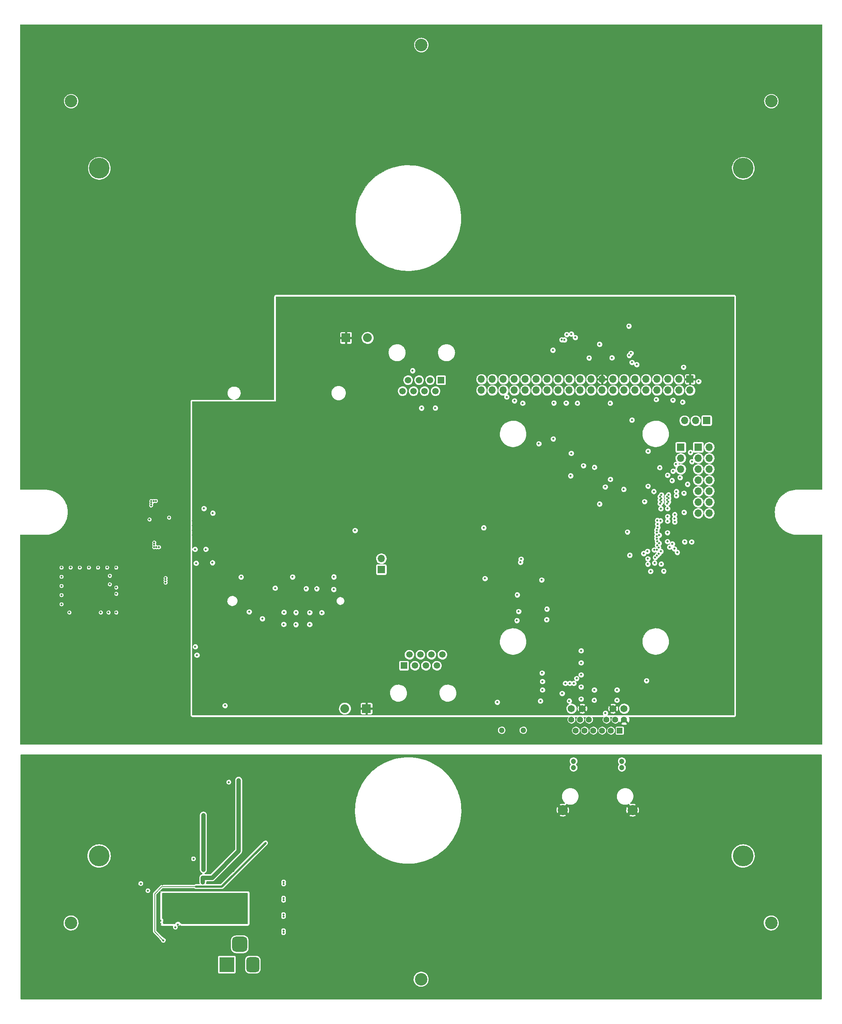
<source format=gbr>
G04 #@! TF.GenerationSoftware,KiCad,Pcbnew,5.99.0-unknown-04347bb33~104~ubuntu20.04.1*
G04 #@! TF.CreationDate,2020-11-12T20:03:55-06:00*
G04 #@! TF.ProjectId,AP3000,41503330-3030-42e6-9b69-6361645f7063,rev?*
G04 #@! TF.SameCoordinates,PX5cbc3c0PY3281b00*
G04 #@! TF.FileFunction,Copper,L3,Inr*
G04 #@! TF.FilePolarity,Positive*
%FSLAX46Y46*%
G04 Gerber Fmt 4.6, Leading zero omitted, Abs format (unit mm)*
G04 Created by KiCad (PCBNEW 5.99.0-unknown-04347bb33~104~ubuntu20.04.1) date 2020-11-12 20:03:55*
%MOMM*%
%LPD*%
G01*
G04 APERTURE LIST*
G04 Aperture macros list*
%AMRoundRect*
0 Rectangle with rounded corners*
0 $1 Rounding radius*
0 $2 $3 $4 $5 $6 $7 $8 $9 X,Y pos of 4 corners*
0 Add a 4 corners polygon primitive as box body*
4,1,4,$2,$3,$4,$5,$6,$7,$8,$9,$2,$3,0*
0 Add four circle primitives for the rounded corners*
1,1,$1+$1,$2,$3,0*
1,1,$1+$1,$4,$5,0*
1,1,$1+$1,$6,$7,0*
1,1,$1+$1,$8,$9,0*
0 Add four rect primitives between the rounded corners*
20,1,$1+$1,$2,$3,$4,$5,0*
20,1,$1+$1,$4,$5,$6,$7,0*
20,1,$1+$1,$6,$7,$8,$9,0*
20,1,$1+$1,$8,$9,$2,$3,0*%
G04 Aperture macros list end*
G04 #@! TA.AperFunction,ComponentPad*
%ADD10C,2.362500*%
G04 #@! TD*
G04 #@! TA.AperFunction,ComponentPad*
%ADD11C,1.650000*%
G04 #@! TD*
G04 #@! TA.AperFunction,ComponentPad*
%ADD12C,1.200000*%
G04 #@! TD*
G04 #@! TA.AperFunction,ComponentPad*
%ADD13C,1.398000*%
G04 #@! TD*
G04 #@! TA.AperFunction,ComponentPad*
%ADD14R,1.398000X1.398000*%
G04 #@! TD*
G04 #@! TA.AperFunction,ComponentPad*
%ADD15R,3.500000X3.500000*%
G04 #@! TD*
G04 #@! TA.AperFunction,ComponentPad*
%ADD16RoundRect,0.750000X0.750000X1.000000X-0.750000X1.000000X-0.750000X-1.000000X0.750000X-1.000000X0*%
G04 #@! TD*
G04 #@! TA.AperFunction,ComponentPad*
%ADD17RoundRect,0.875000X0.875000X0.875000X-0.875000X0.875000X-0.875000X-0.875000X0.875000X-0.875000X0*%
G04 #@! TD*
G04 #@! TA.AperFunction,ComponentPad*
%ADD18R,1.700000X1.700000*%
G04 #@! TD*
G04 #@! TA.AperFunction,ComponentPad*
%ADD19O,1.700000X1.700000*%
G04 #@! TD*
G04 #@! TA.AperFunction,WasherPad*
%ADD20C,1.300000*%
G04 #@! TD*
G04 #@! TA.AperFunction,ComponentPad*
%ADD21R,2.032000X2.032000*%
G04 #@! TD*
G04 #@! TA.AperFunction,ComponentPad*
%ADD22C,2.032000*%
G04 #@! TD*
G04 #@! TA.AperFunction,ComponentPad*
%ADD23C,4.800000*%
G04 #@! TD*
G04 #@! TA.AperFunction,ComponentPad*
%ADD24C,2.900000*%
G04 #@! TD*
G04 #@! TA.AperFunction,ComponentPad*
%ADD25R,1.500000X1.500000*%
G04 #@! TD*
G04 #@! TA.AperFunction,ComponentPad*
%ADD26C,1.500000*%
G04 #@! TD*
G04 #@! TA.AperFunction,ViaPad*
%ADD27C,0.500000*%
G04 #@! TD*
G04 #@! TA.AperFunction,Conductor*
%ADD28C,0.203200*%
G04 #@! TD*
G04 #@! TA.AperFunction,Conductor*
%ADD29C,0.508000*%
G04 #@! TD*
G04 #@! TA.AperFunction,Conductor*
%ADD30C,1.016000*%
G04 #@! TD*
G04 #@! TA.AperFunction,Conductor*
%ADD31C,0.101600*%
G04 #@! TD*
G04 #@! TA.AperFunction,Conductor*
%ADD32C,0.304800*%
G04 #@! TD*
G04 APERTURE END LIST*
D10*
X28545000Y-128955000D03*
X44675000Y-128955000D03*
D11*
X30514000Y-105460000D03*
X33054000Y-105460000D03*
X40166000Y-105460000D03*
X42706000Y-105460000D03*
D12*
X31022000Y-119140000D03*
X42198000Y-119140000D03*
X31022000Y-117650000D03*
X42198000Y-117650000D03*
D13*
X30514000Y-108000000D03*
X32546000Y-108000000D03*
X34578000Y-108000000D03*
X38642000Y-108000000D03*
X40674000Y-108000000D03*
X42706000Y-108000000D03*
X31530000Y-110540000D03*
X33562000Y-110540000D03*
X35594000Y-110540000D03*
X37626000Y-110540000D03*
X39658000Y-110540000D03*
D14*
X41690000Y-110540000D03*
D15*
X-49190000Y-164665000D03*
D16*
X-43190000Y-164665000D03*
D17*
X-46190000Y-159965000D03*
D18*
X61780000Y-38890000D03*
D19*
X59240000Y-38890000D03*
X56700000Y-38890000D03*
D20*
X19359799Y-110443800D03*
X14359799Y-110443800D03*
D21*
X-21650000Y-19750000D03*
D22*
X-16651280Y-19750000D03*
D23*
X-78740000Y-139540000D03*
D24*
X76760000Y34960000D03*
D18*
X-13475000Y-73320000D03*
D19*
X-13475000Y-70780000D03*
D24*
X-4240000Y-168040000D03*
D25*
X-8240000Y-95520000D03*
D26*
X-6970000Y-92980000D03*
X-5700000Y-95520000D03*
X-4430000Y-92980000D03*
X-3160000Y-95520000D03*
X-1890000Y-92980000D03*
X-620000Y-95520000D03*
X650000Y-92980000D03*
D18*
X57960000Y-29330000D03*
D19*
X57960000Y-31870000D03*
X55420000Y-29330000D03*
X55420000Y-31870000D03*
X52880000Y-29330000D03*
X52880000Y-31870000D03*
X50340000Y-29330000D03*
X50340000Y-31870000D03*
X47800000Y-29330000D03*
X47800000Y-31870000D03*
X45260000Y-29330000D03*
X45260000Y-31870000D03*
X42720000Y-29330000D03*
X42720000Y-31870000D03*
X40180000Y-29330000D03*
X40180000Y-31870000D03*
X37640000Y-29330000D03*
X37640000Y-31870000D03*
X35100000Y-29330000D03*
X35100000Y-31870000D03*
X32560000Y-29330000D03*
X32560000Y-31870000D03*
X30020000Y-29330000D03*
X30020000Y-31870000D03*
X27480000Y-29330000D03*
X27480000Y-31870000D03*
X24940000Y-29330000D03*
X24940000Y-31870000D03*
X22400000Y-29330000D03*
X22400000Y-31870000D03*
X19860000Y-29330000D03*
X19860000Y-31870000D03*
X17320000Y-29330000D03*
X17320000Y-31870000D03*
X14780000Y-29330000D03*
X14780000Y-31870000D03*
X12240000Y-29330000D03*
X12240000Y-31870000D03*
X9700000Y-29330000D03*
X9700000Y-31870000D03*
D23*
X-78740000Y19460000D03*
D24*
X-4240000Y47960000D03*
X76760000Y-155040000D03*
D18*
X55800000Y-45050000D03*
D19*
X55800000Y-47590000D03*
X55800000Y-50130000D03*
D21*
X-16900000Y-105450000D03*
D22*
X-21898720Y-105450000D03*
D18*
X59850000Y-45050000D03*
D19*
X62390000Y-45050000D03*
X59850000Y-47590000D03*
X62390000Y-47590000D03*
X59850000Y-50130000D03*
X62390000Y-50130000D03*
X59850000Y-52670000D03*
X62390000Y-52670000D03*
X59850000Y-55210000D03*
X62390000Y-55210000D03*
X59850000Y-57750000D03*
X62390000Y-57750000D03*
X59850000Y-60290000D03*
X62390000Y-60290000D03*
D24*
X-85240000Y34960000D03*
D25*
X325000Y-29520000D03*
D26*
X-945000Y-32060000D03*
X-2215000Y-29520000D03*
X-3485000Y-32060000D03*
X-4755000Y-29520000D03*
X-6025000Y-32060000D03*
X-7295000Y-29520000D03*
X-8565000Y-32060000D03*
D23*
X70260000Y-139540000D03*
X70260000Y19460000D03*
D24*
X-85240000Y-155040000D03*
D27*
X-58475000Y-129212500D03*
X-60450000Y-129225000D03*
X-30050000Y-86010000D03*
X-33230000Y-86030000D03*
X-36050000Y-85980000D03*
X-45920000Y-75050000D03*
X-69650000Y-77440000D03*
X-71570000Y-67980000D03*
X-64860000Y-55370000D03*
X-62070000Y-55430000D03*
X26240000Y-22600000D03*
X30510000Y-18870000D03*
X43810000Y-17030000D03*
X37020000Y-21230000D03*
X34610000Y-24390000D03*
X39890000Y-24360000D03*
X38870000Y-22180000D03*
X-69690000Y-89420000D03*
X49760000Y-71790000D03*
X-62270000Y-93130000D03*
X13280000Y-108090000D03*
X35850000Y-49670000D03*
X44530000Y-38760000D03*
X10520000Y-75390000D03*
X57400000Y-53590000D03*
X-30860000Y-77730000D03*
X-61580000Y-83910000D03*
X41050000Y-103510000D03*
X-35060000Y-113490000D03*
X-28400000Y-77740000D03*
X48240000Y-54040000D03*
X32760000Y-103230000D03*
X-60590000Y-56830000D03*
X37020000Y-58160000D03*
X-52530000Y-71730000D03*
X56550000Y-55650000D03*
X52770000Y-62100000D03*
X48110000Y-69100000D03*
X52760000Y-61050000D03*
X28370000Y-101950000D03*
X-58850000Y-91210000D03*
X26310000Y-43110000D03*
X14302000Y-113500000D03*
X39500000Y-34850000D03*
X15550000Y-33400000D03*
X-61240000Y-68560000D03*
X35820000Y-101160000D03*
X-30040000Y-83250000D03*
X-54510000Y-59200000D03*
X-66330000Y-94080000D03*
X54440000Y-62300000D03*
X-73480000Y-94080000D03*
X23730000Y-97220000D03*
X-6220000Y-27340000D03*
X30020000Y-103680000D03*
X17990000Y-79160000D03*
X-96620000Y-101120000D03*
X-69710000Y-81980000D03*
X39530000Y-52460000D03*
X-34010000Y-75020000D03*
X50150000Y-34000000D03*
X-63400000Y-72080000D03*
X35790000Y-103510000D03*
X8150000Y-113500000D03*
X-44040000Y-83090000D03*
X50950000Y-49750000D03*
X-69690000Y-60910000D03*
X-47364000Y-113490000D03*
X51220000Y-59240000D03*
X-96620000Y-82664000D03*
X-61610000Y-85060000D03*
X-84276000Y-113490000D03*
X-59668000Y-113490000D03*
X-71890000Y-76610000D03*
X38910000Y-113500000D03*
X-96580000Y-113490000D03*
X48200000Y-72050000D03*
X56250000Y-34600000D03*
X-62980000Y-65650000D03*
X31900000Y-34850000D03*
X-56570000Y-68630000D03*
X-62870000Y-59400000D03*
X-67160000Y-66220000D03*
X59950000Y-29830000D03*
X43480000Y-64630000D03*
X32758000Y-113500000D03*
X-56320000Y-71840000D03*
X-96620000Y-94968000D03*
X-52460000Y-60270000D03*
X-60480000Y-77370000D03*
X48250000Y-45950000D03*
X49680000Y-68780000D03*
X32760000Y-100442500D03*
X42620000Y-54770000D03*
X23350000Y-103700000D03*
X48850000Y-73730000D03*
X53810000Y-52730000D03*
X-78124000Y-113490000D03*
X-64750000Y-56930000D03*
X-24440000Y-75010000D03*
X-90428000Y-113490000D03*
X32760000Y-92080000D03*
X-56510000Y-91150000D03*
X-96620000Y-88816000D03*
X29300000Y-34800000D03*
X-980000Y-35970000D03*
X18870000Y-70900000D03*
X56460000Y-26530000D03*
X48190000Y-70810000D03*
X-56130000Y-93090000D03*
X52730000Y-66840000D03*
X47440000Y-57600000D03*
X-38030000Y-77600000D03*
X51880000Y-73670000D03*
X-54070000Y-68620000D03*
X54030000Y-50550000D03*
X-72480000Y-81970000D03*
X-96620000Y-76512000D03*
X-96620000Y-70360000D03*
X51290000Y-72040000D03*
X-27240000Y-83280000D03*
X-41212000Y-113490000D03*
X23810000Y-99190000D03*
X-33220000Y-83230000D03*
X-49640000Y-104770000D03*
X-24470000Y-77900000D03*
X-70270000Y-63710000D03*
X13360000Y-103990000D03*
X52760000Y-59220000D03*
X52730000Y-64800000D03*
X41070000Y-101160000D03*
X-72410000Y-89390000D03*
X22980000Y-44230000D03*
X32760000Y-97655000D03*
X26606000Y-113500000D03*
X20454000Y-113500000D03*
X-4160000Y-35980000D03*
X-67790000Y-67540000D03*
X54340000Y-68520000D03*
X54420000Y-60610000D03*
X38340000Y-54220000D03*
X38370000Y-106520000D03*
X30470000Y-46440000D03*
X23820000Y-101140000D03*
X19250000Y-34850000D03*
X26450000Y-34800000D03*
X-63640000Y-62210000D03*
X23640000Y-75720000D03*
X-65820000Y-113490000D03*
X33300000Y-49300000D03*
X-53516000Y-113490000D03*
X-62630000Y-67810000D03*
X51220000Y-69100000D03*
X-96620000Y-107272000D03*
X-19550000Y-64280000D03*
X-71972000Y-113490000D03*
X45062000Y-113500000D03*
X54000000Y-34150000D03*
X-40980000Y-84680000D03*
X-69000000Y-94080000D03*
X30340000Y-51640000D03*
X32760000Y-94867500D03*
X-64180000Y-75770000D03*
X-35990000Y-83190000D03*
X88175000Y-172500000D03*
X-72700000Y-134775000D03*
X-15325481Y-172500000D03*
X42174769Y-172500000D03*
X-35066670Y-116325000D03*
X-61450000Y-143100000D03*
X-66750000Y-151475000D03*
X-58400000Y-136800000D03*
X-35075000Y-123125000D03*
X-56800000Y-155925000D03*
X-64975000Y-153550000D03*
X-66000000Y-141175000D03*
X-67225000Y-134725000D03*
X-66250000Y-158075000D03*
X88150000Y-122949159D03*
X53674819Y-172500000D03*
X7674619Y-172500000D03*
X-53549169Y-116325000D03*
X-96675000Y-141291664D03*
X-78192501Y-116325000D03*
X-38900000Y-123125000D03*
X88150000Y-116325000D03*
X88150000Y-141431668D03*
X-32575556Y-172500000D03*
X88150000Y-147592501D03*
X-59175000Y-141275000D03*
X-96675000Y-166258328D03*
X-60500000Y-155425000D03*
X-84353334Y-116325000D03*
X88150000Y-159914167D03*
X-3825431Y-172500000D03*
X-44075606Y-172500000D03*
X19174669Y-172500000D03*
X-68825000Y-146950000D03*
X-50725000Y-139925000D03*
X-96675000Y-128808332D03*
X88150000Y-153753334D03*
X-72825731Y-172500000D03*
X-41227503Y-116325000D03*
X-9575456Y-172500000D03*
X-47388336Y-116325000D03*
X-40975000Y-118600000D03*
X70924894Y-172500000D03*
X82424944Y-172500000D03*
X88150000Y-129110002D03*
X1924594Y-172500000D03*
X-50725000Y-140500000D03*
X-59200000Y-161600000D03*
X-59710002Y-116325000D03*
X-21075506Y-172500000D03*
X-63500000Y-140400000D03*
X-65870835Y-116325000D03*
X-96675000Y-116325000D03*
X-96675000Y-160016662D03*
X-61325681Y-172500000D03*
X-57550000Y-141225000D03*
X-54250000Y-157175000D03*
X38863326Y-116325000D03*
X-58475000Y-130900000D03*
X65174869Y-172500000D03*
X-67075706Y-172500000D03*
X-96675000Y-122566666D03*
X47924794Y-172500000D03*
X76674919Y-172500000D03*
X-72031668Y-116325000D03*
X-60000000Y-155800000D03*
X-42825000Y-123125000D03*
X-70100000Y-146050000D03*
X-61600000Y-140225000D03*
X-96675000Y-135049998D03*
X-26825531Y-172500000D03*
X-96675000Y-172500000D03*
X-47675000Y-143025000D03*
X-60975000Y-158825000D03*
X-84325781Y-172500000D03*
X-38325581Y-172500000D03*
X-96675000Y-153774996D03*
X-79275000Y-118500000D03*
X-60450000Y-127525000D03*
X-78575756Y-172500000D03*
X-64125000Y-146100000D03*
X-58475000Y-127525000D03*
X-60950000Y-138375000D03*
X24924694Y-172500000D03*
X-64575000Y-155300000D03*
X36424744Y-172500000D03*
X13424644Y-172500000D03*
X-62975000Y-143975000D03*
X-64575000Y-154475000D03*
X-49900000Y-143375000D03*
X-90514167Y-116325000D03*
X-60450000Y-130925000D03*
X-67400000Y-146150000D03*
X32702493Y-116325000D03*
X30674730Y-172500001D03*
X-69200000Y-143775000D03*
X-96675000Y-147533330D03*
X-55625000Y-143650000D03*
X-49825631Y-172500000D03*
X-55575656Y-172500000D03*
X-59400000Y-143450000D03*
X-90075806Y-172500000D03*
X-55750000Y-130975000D03*
X59424844Y-172500000D03*
X88150000Y-166075000D03*
X-45075000Y-122100000D03*
X88150000Y-135270835D03*
X-59325000Y-150650000D03*
X-56925000Y-155000000D03*
X-63875000Y-150375000D03*
X-55975000Y-154050000D03*
X-46450000Y-155000000D03*
X-58775000Y-155000000D03*
X-55150000Y-151825000D03*
X-63875000Y-152550000D03*
X-44900000Y-155000000D03*
X-59325000Y-153000000D03*
X-55150000Y-152800000D03*
X-63875000Y-151525000D03*
X-46450000Y-152808332D03*
X-44900000Y-152808332D03*
X-57275000Y-151725000D03*
X-44900000Y-150616666D03*
X-44900000Y-148425000D03*
X-59325000Y-151800000D03*
X-46450000Y-148425000D03*
X-46450000Y-150616666D03*
X-56349988Y-146624996D03*
X-40249995Y-136524991D03*
X-63875000Y-159050000D03*
X43900000Y-23820000D03*
X44525000Y-25425000D03*
X45625000Y-25925000D03*
X44290000Y-23310000D03*
X-46450000Y-123100000D03*
X-46450000Y-122050000D03*
X-54750000Y-145087500D03*
X-54750000Y-145825000D03*
X-54750000Y-144350000D03*
X-46450000Y-122575000D03*
X-61100000Y-156000000D03*
X-48750000Y-122475000D03*
X-56899999Y-140199990D03*
X-67450000Y-147575000D03*
X-69100000Y-145925000D03*
X-62590000Y-61300000D03*
X-67110000Y-61740000D03*
X51120000Y-62040000D03*
X50420000Y-61970000D03*
X50450000Y-62790000D03*
X50480000Y-63570000D03*
X50280132Y-64161999D03*
X50275620Y-64763594D03*
X50809492Y-65361359D03*
X50266371Y-65620118D03*
X50395110Y-66809864D03*
X17340000Y-34310000D03*
X50797054Y-67257500D03*
X50398678Y-67708314D03*
X50686685Y-68236508D03*
X-36070800Y-153570000D03*
X-36070800Y-153070000D03*
X-36050800Y-146030000D03*
X-36050800Y-145530000D03*
X-36070800Y-156795000D03*
X-36070800Y-157300000D03*
X-36075800Y-149790000D03*
X-36075800Y-149280000D03*
X47890000Y-99010000D03*
X-52950000Y-65400000D03*
X-57050000Y-65400000D03*
X-28075000Y-83300000D03*
X-52950000Y-64283332D03*
X48225000Y-58040510D03*
X-23650000Y-77875000D03*
X-45875000Y-88500000D03*
X-47500000Y-76500000D03*
X45125000Y-12175000D03*
X-28875000Y-83300000D03*
X-28850000Y-86000000D03*
X45175000Y-13700000D03*
X-57050000Y-64283332D03*
X-34825000Y-77800000D03*
X56625000Y-14125000D03*
X-57050000Y-63166666D03*
X56625000Y-14650000D03*
X58425000Y-19000000D03*
X-46825000Y-75125000D03*
X-55000000Y-65400000D03*
X-23650000Y-75050000D03*
X-55000000Y-62050000D03*
X24229000Y-81279000D03*
X-28050000Y-86000000D03*
X27600000Y-83811000D03*
X-57050000Y-62050000D03*
X-52950000Y-62050000D03*
X-34950000Y-72975000D03*
X-52950000Y-63166666D03*
X-34850000Y-75050000D03*
X-44850000Y-88500000D03*
X44020000Y-70010000D03*
X50263712Y-66221724D03*
X17900000Y-85100000D03*
X24800000Y-84900000D03*
X18300000Y-83000000D03*
X47244000Y-69596000D03*
X24850000Y-82450000D03*
X50320000Y-68770000D03*
X18740000Y-71620000D03*
X10230000Y-63660000D03*
X56725000Y-66900000D03*
X58325000Y-66925000D03*
X53870000Y-67390000D03*
X50330000Y-70070000D03*
X55010000Y-69340000D03*
X49910000Y-70510000D03*
X54730000Y-48960000D03*
X52759673Y-51492371D03*
X49580000Y-55260000D03*
X54375000Y-61575000D03*
X54805984Y-55274992D03*
X54800000Y-56225000D03*
X53225000Y-68125000D03*
X50760000Y-69644490D03*
X-74800000Y-72850000D03*
X31075000Y-99620000D03*
X-83250000Y-72850000D03*
X29100000Y-99620000D03*
X-76300000Y-74750000D03*
X-87475000Y-72850000D03*
X-66160000Y-57450000D03*
X30125000Y-99620000D03*
X51350000Y-56050000D03*
X52670000Y-56430000D03*
X-76587500Y-83225000D03*
X-65485000Y-68125000D03*
X28300000Y-20175000D03*
X-79025000Y-72850000D03*
X-66005000Y-67075000D03*
X-87475000Y-79206250D03*
X52960000Y-57620000D03*
X-74800000Y-83225000D03*
X-74800000Y-77450000D03*
X52670000Y-58040000D03*
X-66030000Y-67600000D03*
X-85362500Y-72850000D03*
X51350000Y-57650000D03*
X-78400000Y-83225000D03*
X-74800000Y-78925000D03*
X52980000Y-56030000D03*
X-64935000Y-68125000D03*
X-63385000Y-75290000D03*
X51040000Y-56450000D03*
X-63385000Y-76325000D03*
X51350000Y-56850000D03*
X28900000Y-20225000D03*
X52990000Y-56830000D03*
X-85675000Y-83225000D03*
X51040000Y-57250000D03*
X29450000Y-18975000D03*
X31410000Y-19670000D03*
X-76912500Y-72850000D03*
X51040000Y-58050000D03*
X-87475000Y-74968750D03*
X56575000Y-60100000D03*
X-66035000Y-68125000D03*
X-87475000Y-77087500D03*
X31725000Y-98495000D03*
X-87475000Y-81325000D03*
X-66735000Y-58475000D03*
X-65635000Y-57450000D03*
X-66710000Y-57975000D03*
X-76300000Y-76725000D03*
X-66710000Y-57450000D03*
X52660000Y-57210000D03*
X-81137500Y-72850000D03*
X-63385000Y-75810000D03*
X55650000Y-52050000D03*
X-54625000Y-141475000D03*
X-54625000Y-130525005D03*
X-54625000Y-131150000D03*
X-54625000Y-129900010D03*
X-54625000Y-142237500D03*
X-54625000Y-143000000D03*
X58075000Y-46225000D03*
X58400000Y-48350000D03*
D28*
X-65900000Y-148300000D02*
X-65900000Y-157025000D01*
X-64224996Y-146624996D02*
X-65900000Y-148300000D01*
D29*
X-56350000Y-146625000D02*
X-50350000Y-146625000D01*
X-50350000Y-146625000D02*
X-40250000Y-136525000D01*
D28*
X-56349988Y-146624996D02*
X-64224996Y-146624996D01*
X-65900000Y-157025000D02*
X-63875000Y-159050000D01*
D30*
X-52600000Y-144575000D02*
X-46450000Y-138425000D01*
X-46450000Y-138425000D02*
X-46450000Y-122050000D01*
X-54750000Y-145600000D02*
X-54750000Y-144575000D01*
X-54750000Y-144575000D02*
X-52600000Y-144575000D01*
X-54625000Y-142762500D02*
X-54625000Y-130100007D01*
D31*
X88507001Y-54787000D02*
X82809135Y-54787000D01*
X82790371Y-54782908D01*
X82779197Y-54781767D01*
X82549413Y-54784364D01*
X82545689Y-54783854D01*
X82534462Y-54783594D01*
X82522521Y-54784669D01*
X82510732Y-54784802D01*
X82499668Y-54786175D01*
X82496003Y-54787055D01*
X82080415Y-54824459D01*
X82075401Y-54824225D01*
X82064193Y-54824971D01*
X82053828Y-54826852D01*
X82043539Y-54827778D01*
X82032620Y-54830013D01*
X82027824Y-54831571D01*
X81615630Y-54906373D01*
X81610616Y-54906590D01*
X81599518Y-54908338D01*
X81589372Y-54911138D01*
X81579206Y-54912983D01*
X81568531Y-54916188D01*
X81563890Y-54918171D01*
X81160074Y-55029617D01*
X81155085Y-55030285D01*
X81144191Y-55033021D01*
X81134328Y-55036723D01*
X81124377Y-55039469D01*
X81114032Y-55043618D01*
X81109592Y-55046006D01*
X80717386Y-55193204D01*
X80712482Y-55194315D01*
X80701877Y-55198016D01*
X80692388Y-55202585D01*
X80682715Y-55206216D01*
X80672784Y-55211276D01*
X80668572Y-55214056D01*
X80291144Y-55395815D01*
X80286358Y-55397362D01*
X80276127Y-55401999D01*
X80267085Y-55407402D01*
X80257783Y-55411881D01*
X80248344Y-55417811D01*
X80244401Y-55420955D01*
X79884786Y-55635816D01*
X79880156Y-55637786D01*
X79870380Y-55643323D01*
X79861862Y-55649512D01*
X79852996Y-55654809D01*
X79844127Y-55661561D01*
X79840482Y-55665045D01*
X79501569Y-55911280D01*
X79497137Y-55913656D01*
X79487898Y-55920045D01*
X79479956Y-55926984D01*
X79471612Y-55933046D01*
X79463385Y-55940564D01*
X79460066Y-55944362D01*
X79144590Y-56219985D01*
X79140387Y-56222750D01*
X79131759Y-56229942D01*
X79124482Y-56237554D01*
X79116706Y-56244347D01*
X79109183Y-56252576D01*
X79106217Y-56256657D01*
X78816722Y-56559445D01*
X78812782Y-56562577D01*
X78804835Y-56570513D01*
X78798270Y-56578746D01*
X78791133Y-56586210D01*
X78784382Y-56595075D01*
X78781796Y-56599402D01*
X78520604Y-56926927D01*
X78516961Y-56930399D01*
X78509755Y-56939017D01*
X78503953Y-56947807D01*
X78497514Y-56955881D01*
X78491583Y-56965319D01*
X78489396Y-56969859D01*
X78258616Y-57319477D01*
X78255299Y-57323261D01*
X78248895Y-57332488D01*
X78243896Y-57341777D01*
X78238215Y-57350384D01*
X78233155Y-57360313D01*
X78231384Y-57365030D01*
X78032869Y-57733936D01*
X78029909Y-57737996D01*
X78024357Y-57747761D01*
X78020214Y-57757453D01*
X78015324Y-57766541D01*
X78011173Y-57776888D01*
X78009831Y-57781748D01*
X77845185Y-58166956D01*
X77842601Y-58171265D01*
X77837947Y-58181490D01*
X77834698Y-58191490D01*
X77830633Y-58201000D01*
X77827427Y-58211676D01*
X77826525Y-58216640D01*
X77697072Y-58615058D01*
X77694886Y-58619578D01*
X77691166Y-58630180D01*
X77688822Y-58640451D01*
X77685631Y-58650271D01*
X77683394Y-58661192D01*
X77682941Y-58666220D01*
X77589723Y-59074631D01*
X77587949Y-59079334D01*
X77585196Y-59090222D01*
X77583782Y-59100659D01*
X77581484Y-59110728D01*
X77580235Y-59121804D01*
X77580234Y-59126851D01*
X77524002Y-59541978D01*
X77522658Y-59546817D01*
X77520891Y-59557910D01*
X77520418Y-59568435D01*
X77519032Y-59578669D01*
X77518781Y-59589810D01*
X77519233Y-59594836D01*
X77500439Y-60013331D01*
X77499533Y-60018274D01*
X77498768Y-60029483D01*
X77499241Y-60040001D01*
X77498777Y-60050320D01*
X77499526Y-60061442D01*
X77500427Y-60066408D01*
X77519222Y-60484902D01*
X77518763Y-60489908D01*
X77519006Y-60501135D01*
X77520419Y-60511568D01*
X77520883Y-60521894D01*
X77522626Y-60532901D01*
X77523968Y-60537765D01*
X77580199Y-60952886D01*
X77580191Y-60957915D01*
X77581439Y-60969078D01*
X77583784Y-60979352D01*
X77585170Y-60989584D01*
X77587892Y-61000389D01*
X77589664Y-61005113D01*
X77682883Y-61413531D01*
X77683326Y-61418538D01*
X77685570Y-61429543D01*
X77688823Y-61439555D01*
X77691122Y-61449627D01*
X77694802Y-61460147D01*
X77696990Y-61464692D01*
X77826444Y-61863109D01*
X77827333Y-61868054D01*
X77830555Y-61878815D01*
X77834692Y-61888495D01*
X77837887Y-61898327D01*
X77842495Y-61908473D01*
X77845085Y-61912809D01*
X78009726Y-62298005D01*
X78011056Y-62302856D01*
X78015229Y-62313285D01*
X78020222Y-62322564D01*
X78024281Y-62332060D01*
X78029781Y-62341753D01*
X78032741Y-62345828D01*
X78231263Y-62714745D01*
X78233017Y-62719442D01*
X78238107Y-62729452D01*
X78243901Y-62738230D01*
X78248803Y-62747339D01*
X78255149Y-62756500D01*
X78258471Y-62760303D01*
X78489254Y-63109926D01*
X78491423Y-63114450D01*
X78497390Y-63123964D01*
X78503948Y-63132188D01*
X78509647Y-63140821D01*
X78516788Y-63149375D01*
X78520440Y-63152868D01*
X78781628Y-63480387D01*
X78784199Y-63484705D01*
X78790996Y-63493646D01*
X78798268Y-63501252D01*
X78804714Y-63509335D01*
X78812596Y-63517218D01*
X78816546Y-63520368D01*
X79106045Y-63823163D01*
X79108986Y-63827225D01*
X79116556Y-63835521D01*
X79124475Y-63842440D01*
X79131625Y-63849918D01*
X79140181Y-63857062D01*
X79144400Y-63859847D01*
X79459867Y-64135464D01*
X79463168Y-64139255D01*
X79471452Y-64146838D01*
X79479957Y-64153017D01*
X79487749Y-64159825D01*
X79496910Y-64166172D01*
X79501356Y-64168565D01*
X79840271Y-64414802D01*
X79843895Y-64418278D01*
X79852827Y-64425089D01*
X79861852Y-64430481D01*
X79870220Y-64436561D01*
X79879915Y-64442063D01*
X79884556Y-64444047D01*
X80244186Y-64658918D01*
X80248101Y-64662050D01*
X80257604Y-64668032D01*
X80267080Y-64672596D01*
X80275960Y-64677901D01*
X80286110Y-64682512D01*
X80290917Y-64684074D01*
X80668345Y-64865836D01*
X80672529Y-64868608D01*
X80682534Y-64873716D01*
X80692381Y-64877411D01*
X80701697Y-64881898D01*
X80712216Y-64885580D01*
X80717142Y-64886705D01*
X81109344Y-65033900D01*
X81113766Y-65036289D01*
X81124185Y-65040478D01*
X81134338Y-65043280D01*
X81144010Y-65046910D01*
X81154813Y-65049633D01*
X81159815Y-65050311D01*
X81563636Y-65161759D01*
X81568254Y-65163742D01*
X81579011Y-65166982D01*
X81589377Y-65168863D01*
X81599330Y-65171610D01*
X81610337Y-65173355D01*
X81615381Y-65173582D01*
X82027567Y-65248383D01*
X82032342Y-65249943D01*
X82043343Y-65252204D01*
X82053820Y-65253147D01*
X82063998Y-65254994D01*
X82075117Y-65255744D01*
X82080157Y-65255518D01*
X82495750Y-65292923D01*
X82499390Y-65293803D01*
X82510533Y-65295196D01*
X82522518Y-65295332D01*
X82534268Y-65296389D01*
X82545413Y-65296139D01*
X82549157Y-65295632D01*
X82779000Y-65298231D01*
X82790089Y-65297109D01*
X82809091Y-65293000D01*
X88507000Y-65293000D01*
X88507000Y-113724290D01*
X-96987000Y-113724290D01*
X-96987000Y-110533385D01*
X13456003Y-110533385D01*
X13457128Y-110544083D01*
X13496324Y-110725372D01*
X13499719Y-110735579D01*
X13576930Y-110904222D01*
X13582438Y-110913461D01*
X13694062Y-111061591D01*
X13701425Y-111069433D01*
X13842253Y-111190137D01*
X13851129Y-111196214D01*
X14014591Y-111283862D01*
X14024564Y-111287891D01*
X14203035Y-111338393D01*
X14213642Y-111340187D01*
X14398793Y-111351187D01*
X14409536Y-111350662D01*
X14592731Y-111321647D01*
X14603112Y-111318827D01*
X14775802Y-111251150D01*
X14785335Y-111246166D01*
X14939465Y-111142985D01*
X14947705Y-111136071D01*
X15076082Y-111002201D01*
X15082645Y-110993678D01*
X15179281Y-110835363D01*
X15183861Y-110825630D01*
X15244247Y-110650257D01*
X15246630Y-110639768D01*
X15258938Y-110533385D01*
X18456003Y-110533385D01*
X18457128Y-110544083D01*
X18496324Y-110725372D01*
X18499719Y-110735579D01*
X18576930Y-110904222D01*
X18582438Y-110913461D01*
X18694062Y-111061591D01*
X18701425Y-111069433D01*
X18842253Y-111190137D01*
X18851129Y-111196214D01*
X19014591Y-111283862D01*
X19024564Y-111287891D01*
X19203035Y-111338393D01*
X19213642Y-111340187D01*
X19398793Y-111351187D01*
X19409536Y-111350662D01*
X19592731Y-111321647D01*
X19603112Y-111318827D01*
X19775802Y-111251150D01*
X19785335Y-111246166D01*
X19939465Y-111142985D01*
X19947705Y-111136071D01*
X20076082Y-111002201D01*
X20082645Y-110993678D01*
X20179281Y-110835363D01*
X20183861Y-110825630D01*
X20244247Y-110650257D01*
X20246630Y-110639768D01*
X20258775Y-110534795D01*
X30572773Y-110534795D01*
X30572773Y-110545205D01*
X30592608Y-110733926D01*
X30594772Y-110744110D01*
X30653412Y-110924584D01*
X30657647Y-110934095D01*
X30752527Y-111098433D01*
X30758646Y-111106856D01*
X30885621Y-111247876D01*
X30893358Y-111254842D01*
X31046878Y-111366380D01*
X31055894Y-111371586D01*
X31229249Y-111448769D01*
X31239151Y-111451986D01*
X31424766Y-111491440D01*
X31435120Y-111492528D01*
X31624880Y-111492528D01*
X31635234Y-111491440D01*
X31820849Y-111451986D01*
X31830751Y-111448769D01*
X32004106Y-111371586D01*
X32013122Y-111366380D01*
X32166642Y-111254842D01*
X32174379Y-111247876D01*
X32301354Y-111106856D01*
X32307473Y-111098433D01*
X32402353Y-110934095D01*
X32406588Y-110924584D01*
X32465228Y-110744110D01*
X32467392Y-110733926D01*
X32487227Y-110545205D01*
X32487227Y-110534795D01*
X32604773Y-110534795D01*
X32604773Y-110545205D01*
X32624608Y-110733926D01*
X32626772Y-110744110D01*
X32685412Y-110924584D01*
X32689647Y-110934095D01*
X32784527Y-111098433D01*
X32790646Y-111106856D01*
X32917621Y-111247876D01*
X32925358Y-111254842D01*
X33078878Y-111366380D01*
X33087894Y-111371586D01*
X33261249Y-111448769D01*
X33271151Y-111451986D01*
X33456766Y-111491440D01*
X33467120Y-111492528D01*
X33656880Y-111492528D01*
X33667234Y-111491440D01*
X33852849Y-111451986D01*
X33862751Y-111448769D01*
X34036106Y-111371586D01*
X34045122Y-111366380D01*
X34198642Y-111254842D01*
X34206379Y-111247876D01*
X34333354Y-111106856D01*
X34339473Y-111098433D01*
X34434353Y-110934095D01*
X34438588Y-110924584D01*
X34497228Y-110744110D01*
X34499392Y-110733926D01*
X34519227Y-110545205D01*
X34519227Y-110534795D01*
X34636773Y-110534795D01*
X34636773Y-110545205D01*
X34656608Y-110733926D01*
X34658772Y-110744110D01*
X34717412Y-110924584D01*
X34721647Y-110934095D01*
X34816527Y-111098433D01*
X34822646Y-111106856D01*
X34949621Y-111247876D01*
X34957358Y-111254842D01*
X35110878Y-111366380D01*
X35119894Y-111371586D01*
X35293249Y-111448769D01*
X35303151Y-111451986D01*
X35488766Y-111491440D01*
X35499120Y-111492528D01*
X35688880Y-111492528D01*
X35699234Y-111491440D01*
X35884849Y-111451986D01*
X35894751Y-111448769D01*
X36068106Y-111371586D01*
X36077122Y-111366380D01*
X36230642Y-111254842D01*
X36238379Y-111247876D01*
X36365354Y-111106856D01*
X36371473Y-111098433D01*
X36466353Y-110934095D01*
X36470588Y-110924584D01*
X36529228Y-110744110D01*
X36531392Y-110733926D01*
X36551227Y-110545205D01*
X36551227Y-110534795D01*
X36668773Y-110534795D01*
X36668773Y-110545205D01*
X36688608Y-110733926D01*
X36690772Y-110744110D01*
X36749412Y-110924584D01*
X36753647Y-110934095D01*
X36848527Y-111098433D01*
X36854646Y-111106856D01*
X36981621Y-111247876D01*
X36989358Y-111254842D01*
X37142878Y-111366380D01*
X37151894Y-111371586D01*
X37325249Y-111448769D01*
X37335151Y-111451986D01*
X37520766Y-111491440D01*
X37531120Y-111492528D01*
X37720880Y-111492528D01*
X37731234Y-111491440D01*
X37916849Y-111451986D01*
X37926751Y-111448769D01*
X38100106Y-111371586D01*
X38109122Y-111366380D01*
X38262642Y-111254842D01*
X38270379Y-111247876D01*
X38397354Y-111106856D01*
X38403473Y-111098433D01*
X38498353Y-110934095D01*
X38502588Y-110924584D01*
X38561228Y-110744110D01*
X38563392Y-110733926D01*
X38583227Y-110545205D01*
X38583227Y-110534795D01*
X38700773Y-110534795D01*
X38700773Y-110545205D01*
X38720608Y-110733926D01*
X38722772Y-110744110D01*
X38781412Y-110924584D01*
X38785647Y-110934095D01*
X38880527Y-111098433D01*
X38886646Y-111106856D01*
X39013621Y-111247876D01*
X39021358Y-111254842D01*
X39174878Y-111366380D01*
X39183894Y-111371586D01*
X39357249Y-111448769D01*
X39367151Y-111451986D01*
X39552766Y-111491440D01*
X39563120Y-111492528D01*
X39752880Y-111492528D01*
X39763234Y-111491440D01*
X39948849Y-111451986D01*
X39958751Y-111448769D01*
X40132106Y-111371586D01*
X40141122Y-111366380D01*
X40294642Y-111254842D01*
X40302379Y-111247876D01*
X40429354Y-111106856D01*
X40435473Y-111098433D01*
X40530353Y-110934095D01*
X40534588Y-110924584D01*
X40593228Y-110744110D01*
X40595392Y-110733926D01*
X40615227Y-110545205D01*
X40615227Y-110534795D01*
X40595392Y-110346074D01*
X40593228Y-110335890D01*
X40534588Y-110155416D01*
X40530353Y-110145905D01*
X40435473Y-109981567D01*
X40429354Y-109973144D01*
X40310371Y-109841000D01*
X40732500Y-109841000D01*
X40732500Y-111239000D01*
X40733457Y-111248715D01*
X40749343Y-111328581D01*
X40756779Y-111346534D01*
X40802020Y-111414241D01*
X40815759Y-111427980D01*
X40883466Y-111473221D01*
X40901419Y-111480657D01*
X40981285Y-111496543D01*
X40991000Y-111497500D01*
X42389000Y-111497500D01*
X42398715Y-111496543D01*
X42478581Y-111480657D01*
X42496534Y-111473221D01*
X42564241Y-111427980D01*
X42577980Y-111414241D01*
X42623221Y-111346534D01*
X42630657Y-111328581D01*
X42646543Y-111248715D01*
X42647500Y-111239000D01*
X42647500Y-109841000D01*
X42646543Y-109831285D01*
X42630657Y-109751419D01*
X42623221Y-109733466D01*
X42577980Y-109665759D01*
X42564241Y-109652020D01*
X42496534Y-109606779D01*
X42478581Y-109599343D01*
X42398715Y-109583457D01*
X42389000Y-109582500D01*
X40991000Y-109582500D01*
X40981285Y-109583457D01*
X40901419Y-109599343D01*
X40883466Y-109606779D01*
X40815759Y-109652020D01*
X40802020Y-109665759D01*
X40756779Y-109733466D01*
X40749343Y-109751419D01*
X40733457Y-109831285D01*
X40732500Y-109841000D01*
X40310371Y-109841000D01*
X40302379Y-109832124D01*
X40294642Y-109825158D01*
X40141122Y-109713620D01*
X40132106Y-109708414D01*
X39958751Y-109631231D01*
X39948849Y-109628014D01*
X39763234Y-109588560D01*
X39752880Y-109587472D01*
X39563120Y-109587472D01*
X39552766Y-109588560D01*
X39367151Y-109628014D01*
X39357249Y-109631231D01*
X39183894Y-109708414D01*
X39174878Y-109713620D01*
X39021358Y-109825158D01*
X39013621Y-109832124D01*
X38886646Y-109973144D01*
X38880527Y-109981567D01*
X38785647Y-110145905D01*
X38781412Y-110155416D01*
X38722772Y-110335890D01*
X38720608Y-110346074D01*
X38700773Y-110534795D01*
X38583227Y-110534795D01*
X38563392Y-110346074D01*
X38561228Y-110335890D01*
X38502588Y-110155416D01*
X38498353Y-110145905D01*
X38403473Y-109981567D01*
X38397354Y-109973144D01*
X38270379Y-109832124D01*
X38262642Y-109825158D01*
X38109122Y-109713620D01*
X38100106Y-109708414D01*
X37926751Y-109631231D01*
X37916849Y-109628014D01*
X37731234Y-109588560D01*
X37720880Y-109587472D01*
X37531120Y-109587472D01*
X37520766Y-109588560D01*
X37335151Y-109628014D01*
X37325249Y-109631231D01*
X37151894Y-109708414D01*
X37142878Y-109713620D01*
X36989358Y-109825158D01*
X36981621Y-109832124D01*
X36854646Y-109973144D01*
X36848527Y-109981567D01*
X36753647Y-110145905D01*
X36749412Y-110155416D01*
X36690772Y-110335890D01*
X36688608Y-110346074D01*
X36668773Y-110534795D01*
X36551227Y-110534795D01*
X36531392Y-110346074D01*
X36529228Y-110335890D01*
X36470588Y-110155416D01*
X36466353Y-110145905D01*
X36371473Y-109981567D01*
X36365354Y-109973144D01*
X36238379Y-109832124D01*
X36230642Y-109825158D01*
X36077122Y-109713620D01*
X36068106Y-109708414D01*
X35894751Y-109631231D01*
X35884849Y-109628014D01*
X35699234Y-109588560D01*
X35688880Y-109587472D01*
X35499120Y-109587472D01*
X35488766Y-109588560D01*
X35303151Y-109628014D01*
X35293249Y-109631231D01*
X35119894Y-109708414D01*
X35110878Y-109713620D01*
X34957358Y-109825158D01*
X34949621Y-109832124D01*
X34822646Y-109973144D01*
X34816527Y-109981567D01*
X34721647Y-110145905D01*
X34717412Y-110155416D01*
X34658772Y-110335890D01*
X34656608Y-110346074D01*
X34636773Y-110534795D01*
X34519227Y-110534795D01*
X34499392Y-110346074D01*
X34497228Y-110335890D01*
X34438588Y-110155416D01*
X34434353Y-110145905D01*
X34339473Y-109981567D01*
X34333354Y-109973144D01*
X34206379Y-109832124D01*
X34198642Y-109825158D01*
X34045122Y-109713620D01*
X34036106Y-109708414D01*
X33862751Y-109631231D01*
X33852849Y-109628014D01*
X33667234Y-109588560D01*
X33656880Y-109587472D01*
X33467120Y-109587472D01*
X33456766Y-109588560D01*
X33271151Y-109628014D01*
X33261249Y-109631231D01*
X33087894Y-109708414D01*
X33078878Y-109713620D01*
X32925358Y-109825158D01*
X32917621Y-109832124D01*
X32790646Y-109973144D01*
X32784527Y-109981567D01*
X32689647Y-110145905D01*
X32685412Y-110155416D01*
X32626772Y-110335890D01*
X32624608Y-110346074D01*
X32604773Y-110534795D01*
X32487227Y-110534795D01*
X32467392Y-110346074D01*
X32465228Y-110335890D01*
X32406588Y-110155416D01*
X32402353Y-110145905D01*
X32307473Y-109981567D01*
X32301354Y-109973144D01*
X32174379Y-109832124D01*
X32166642Y-109825158D01*
X32013122Y-109713620D01*
X32004106Y-109708414D01*
X31830751Y-109631231D01*
X31820849Y-109628014D01*
X31635234Y-109588560D01*
X31624880Y-109587472D01*
X31435120Y-109587472D01*
X31424766Y-109588560D01*
X31239151Y-109628014D01*
X31229249Y-109631231D01*
X31055894Y-109708414D01*
X31046878Y-109713620D01*
X30893358Y-109825158D01*
X30885621Y-109832124D01*
X30758646Y-109973144D01*
X30752527Y-109981567D01*
X30657647Y-110145905D01*
X30653412Y-110155416D01*
X30594772Y-110335890D01*
X30592608Y-110346074D01*
X30572773Y-110534795D01*
X20258775Y-110534795D01*
X20267948Y-110455519D01*
X20268278Y-110449969D01*
X20268299Y-110443974D01*
X20268008Y-110438421D01*
X20247976Y-110254028D01*
X20245666Y-110243523D01*
X20186507Y-110067732D01*
X20181995Y-110057967D01*
X20086466Y-109898982D01*
X20079963Y-109890414D01*
X19952524Y-109755650D01*
X19944332Y-109748678D01*
X19790926Y-109644424D01*
X19781428Y-109639374D01*
X19609214Y-109570493D01*
X19598854Y-109567601D01*
X19415867Y-109537308D01*
X19405127Y-109536707D01*
X19219903Y-109546414D01*
X19209284Y-109548134D01*
X19030465Y-109597389D01*
X19020464Y-109601349D01*
X18856394Y-109687853D01*
X18847476Y-109693868D01*
X18705809Y-109813587D01*
X18698391Y-109821377D01*
X18585736Y-109968723D01*
X18580164Y-109977923D01*
X18501777Y-110146023D01*
X18498310Y-110156206D01*
X18457849Y-110337218D01*
X18456650Y-110347908D01*
X18456003Y-110533385D01*
X15258938Y-110533385D01*
X15267948Y-110455519D01*
X15268278Y-110449969D01*
X15268299Y-110443974D01*
X15268008Y-110438421D01*
X15247976Y-110254028D01*
X15245666Y-110243523D01*
X15186507Y-110067732D01*
X15181995Y-110057967D01*
X15086466Y-109898982D01*
X15079963Y-109890414D01*
X14952524Y-109755650D01*
X14944332Y-109748678D01*
X14790926Y-109644424D01*
X14781428Y-109639374D01*
X14609214Y-109570493D01*
X14598854Y-109567601D01*
X14415867Y-109537308D01*
X14405127Y-109536707D01*
X14219903Y-109546414D01*
X14209284Y-109548134D01*
X14030465Y-109597389D01*
X14020464Y-109601349D01*
X13856394Y-109687853D01*
X13847476Y-109693868D01*
X13705809Y-109813587D01*
X13698391Y-109821377D01*
X13585736Y-109968723D01*
X13580164Y-109977923D01*
X13501777Y-110146023D01*
X13498310Y-110156206D01*
X13457849Y-110337218D01*
X13456650Y-110347908D01*
X13456003Y-110533385D01*
X-96987000Y-110533385D01*
X-96987000Y-109014994D01*
X42000416Y-109014994D01*
X42015002Y-109050208D01*
X42025091Y-109057991D01*
X42164830Y-109139647D01*
X42172841Y-109143417D01*
X42375197Y-109217469D01*
X42383749Y-109219760D01*
X42596020Y-109256807D01*
X42604843Y-109257548D01*
X42820320Y-109256420D01*
X42829134Y-109255587D01*
X43041006Y-109216319D01*
X43049534Y-109213938D01*
X43251103Y-109137771D01*
X43259074Y-109133918D01*
X43386993Y-109057361D01*
X43409719Y-109026761D01*
X43404151Y-108989055D01*
X43396633Y-108979415D01*
X42741214Y-108323996D01*
X42706000Y-108309410D01*
X42670786Y-108323996D01*
X42015002Y-108979780D01*
X42000416Y-109014994D01*
X-96987000Y-109014994D01*
X-96987000Y-83289240D01*
X-86178922Y-83289240D01*
X-86176836Y-83303900D01*
X-86137756Y-83434574D01*
X-86131451Y-83447972D01*
X-86055676Y-83561378D01*
X-86045710Y-83572331D01*
X-85939938Y-83658442D01*
X-85927193Y-83665979D01*
X-85800777Y-83717183D01*
X-85786378Y-83720640D01*
X-85650495Y-83732409D01*
X-85635716Y-83731479D01*
X-85502379Y-83702772D01*
X-85488528Y-83697538D01*
X-85369527Y-83630894D01*
X-85357826Y-83621819D01*
X-85263681Y-83523130D01*
X-85255167Y-83511015D01*
X-85194202Y-83389006D01*
X-85189626Y-83374922D01*
X-85175366Y-83289240D01*
X-78903922Y-83289240D01*
X-78901836Y-83303900D01*
X-78862756Y-83434574D01*
X-78856451Y-83447972D01*
X-78780676Y-83561378D01*
X-78770710Y-83572331D01*
X-78664938Y-83658442D01*
X-78652193Y-83665979D01*
X-78525777Y-83717183D01*
X-78511378Y-83720640D01*
X-78375495Y-83732409D01*
X-78360716Y-83731479D01*
X-78227379Y-83702772D01*
X-78213528Y-83697538D01*
X-78094527Y-83630894D01*
X-78082826Y-83621819D01*
X-77988681Y-83523130D01*
X-77980167Y-83511015D01*
X-77919202Y-83389006D01*
X-77914626Y-83374922D01*
X-77900366Y-83289240D01*
X-77091422Y-83289240D01*
X-77089336Y-83303900D01*
X-77050256Y-83434574D01*
X-77043951Y-83447972D01*
X-76968176Y-83561378D01*
X-76958210Y-83572331D01*
X-76852438Y-83658442D01*
X-76839693Y-83665979D01*
X-76713277Y-83717183D01*
X-76698878Y-83720640D01*
X-76562995Y-83732409D01*
X-76548216Y-83731479D01*
X-76414879Y-83702772D01*
X-76401028Y-83697538D01*
X-76282027Y-83630894D01*
X-76270326Y-83621819D01*
X-76176181Y-83523130D01*
X-76167667Y-83511015D01*
X-76106702Y-83389006D01*
X-76102126Y-83374922D01*
X-76087866Y-83289240D01*
X-75303922Y-83289240D01*
X-75301836Y-83303900D01*
X-75262756Y-83434574D01*
X-75256451Y-83447972D01*
X-75180676Y-83561378D01*
X-75170710Y-83572331D01*
X-75064938Y-83658442D01*
X-75052193Y-83665979D01*
X-74925777Y-83717183D01*
X-74911378Y-83720640D01*
X-74775495Y-83732409D01*
X-74760716Y-83731479D01*
X-74627379Y-83702772D01*
X-74613528Y-83697538D01*
X-74494527Y-83630894D01*
X-74482826Y-83621819D01*
X-74388681Y-83523130D01*
X-74380167Y-83511015D01*
X-74319202Y-83389006D01*
X-74314626Y-83374922D01*
X-74292233Y-83240381D01*
X-74291559Y-83232599D01*
X-74291502Y-83225394D01*
X-74292053Y-83217596D01*
X-74312331Y-83082720D01*
X-74316685Y-83068567D01*
X-74375725Y-82945615D01*
X-74384049Y-82933368D01*
X-74476632Y-82833213D01*
X-74488188Y-82823954D01*
X-74606128Y-82755449D01*
X-74619896Y-82749998D01*
X-74752766Y-82719200D01*
X-74767528Y-82718038D01*
X-74903579Y-82727671D01*
X-74918030Y-82730902D01*
X-75045235Y-82780114D01*
X-75058098Y-82787450D01*
X-75165209Y-82871889D01*
X-75175346Y-82882684D01*
X-75252893Y-82994886D01*
X-75259407Y-83008183D01*
X-75300535Y-83138227D01*
X-75302851Y-83152853D01*
X-75303922Y-83289240D01*
X-76087866Y-83289240D01*
X-76079733Y-83240381D01*
X-76079059Y-83232599D01*
X-76079002Y-83225394D01*
X-76079553Y-83217596D01*
X-76099831Y-83082720D01*
X-76104185Y-83068567D01*
X-76163225Y-82945615D01*
X-76171549Y-82933368D01*
X-76264132Y-82833213D01*
X-76275688Y-82823954D01*
X-76393628Y-82755449D01*
X-76407396Y-82749998D01*
X-76540266Y-82719200D01*
X-76555028Y-82718038D01*
X-76691079Y-82727671D01*
X-76705530Y-82730902D01*
X-76832735Y-82780114D01*
X-76845598Y-82787450D01*
X-76952709Y-82871889D01*
X-76962846Y-82882684D01*
X-77040393Y-82994886D01*
X-77046907Y-83008183D01*
X-77088035Y-83138227D01*
X-77090351Y-83152853D01*
X-77091422Y-83289240D01*
X-77900366Y-83289240D01*
X-77892233Y-83240381D01*
X-77891559Y-83232599D01*
X-77891502Y-83225394D01*
X-77892053Y-83217596D01*
X-77912331Y-83082720D01*
X-77916685Y-83068567D01*
X-77975725Y-82945615D01*
X-77984049Y-82933368D01*
X-78076632Y-82833213D01*
X-78088188Y-82823954D01*
X-78206128Y-82755449D01*
X-78219896Y-82749998D01*
X-78352766Y-82719200D01*
X-78367528Y-82718038D01*
X-78503579Y-82727671D01*
X-78518030Y-82730902D01*
X-78645235Y-82780114D01*
X-78658098Y-82787450D01*
X-78765209Y-82871889D01*
X-78775346Y-82882684D01*
X-78852893Y-82994886D01*
X-78859407Y-83008183D01*
X-78900535Y-83138227D01*
X-78902851Y-83152853D01*
X-78903922Y-83289240D01*
X-85175366Y-83289240D01*
X-85167233Y-83240381D01*
X-85166559Y-83232599D01*
X-85166502Y-83225394D01*
X-85167053Y-83217596D01*
X-85187331Y-83082720D01*
X-85191685Y-83068567D01*
X-85250725Y-82945615D01*
X-85259049Y-82933368D01*
X-85351632Y-82833213D01*
X-85363188Y-82823954D01*
X-85481128Y-82755449D01*
X-85494896Y-82749998D01*
X-85627766Y-82719200D01*
X-85642528Y-82718038D01*
X-85778579Y-82727671D01*
X-85793030Y-82730902D01*
X-85920235Y-82780114D01*
X-85933098Y-82787450D01*
X-86040209Y-82871889D01*
X-86050346Y-82882684D01*
X-86127893Y-82994886D01*
X-86134407Y-83008183D01*
X-86175535Y-83138227D01*
X-86177851Y-83152853D01*
X-86178922Y-83289240D01*
X-96987000Y-83289240D01*
X-96987000Y-81389240D01*
X-87978922Y-81389240D01*
X-87976836Y-81403900D01*
X-87937756Y-81534574D01*
X-87931451Y-81547972D01*
X-87855676Y-81661378D01*
X-87845710Y-81672331D01*
X-87739938Y-81758442D01*
X-87727193Y-81765979D01*
X-87600777Y-81817183D01*
X-87586378Y-81820640D01*
X-87450495Y-81832409D01*
X-87435716Y-81831479D01*
X-87302379Y-81802772D01*
X-87288528Y-81797538D01*
X-87169527Y-81730894D01*
X-87157826Y-81721819D01*
X-87063681Y-81623130D01*
X-87055167Y-81611015D01*
X-86994202Y-81489006D01*
X-86989626Y-81474922D01*
X-86967233Y-81340381D01*
X-86966559Y-81332599D01*
X-86966502Y-81325394D01*
X-86967053Y-81317596D01*
X-86987331Y-81182720D01*
X-86991685Y-81168567D01*
X-87050725Y-81045615D01*
X-87059049Y-81033368D01*
X-87151632Y-80933213D01*
X-87163188Y-80923954D01*
X-87281128Y-80855449D01*
X-87294896Y-80849998D01*
X-87427766Y-80819200D01*
X-87442528Y-80818038D01*
X-87578579Y-80827671D01*
X-87593030Y-80830902D01*
X-87720235Y-80880114D01*
X-87733098Y-80887450D01*
X-87840209Y-80971889D01*
X-87850346Y-80982684D01*
X-87927893Y-81094886D01*
X-87934407Y-81108183D01*
X-87975535Y-81238227D01*
X-87977851Y-81252853D01*
X-87978922Y-81389240D01*
X-96987000Y-81389240D01*
X-96987000Y-79270490D01*
X-87978922Y-79270490D01*
X-87976836Y-79285150D01*
X-87937756Y-79415824D01*
X-87931451Y-79429222D01*
X-87855676Y-79542628D01*
X-87845710Y-79553581D01*
X-87739938Y-79639692D01*
X-87727193Y-79647229D01*
X-87600777Y-79698433D01*
X-87586378Y-79701890D01*
X-87450495Y-79713659D01*
X-87435716Y-79712729D01*
X-87302379Y-79684022D01*
X-87288528Y-79678788D01*
X-87169527Y-79612144D01*
X-87157826Y-79603069D01*
X-87063681Y-79504380D01*
X-87055167Y-79492265D01*
X-86994202Y-79370256D01*
X-86989626Y-79356172D01*
X-86967233Y-79221631D01*
X-86966559Y-79213849D01*
X-86966502Y-79206644D01*
X-86967053Y-79198846D01*
X-86987331Y-79063970D01*
X-86991685Y-79049817D01*
X-87020773Y-78989240D01*
X-75303922Y-78989240D01*
X-75301836Y-79003900D01*
X-75262756Y-79134574D01*
X-75256451Y-79147972D01*
X-75180676Y-79261378D01*
X-75170710Y-79272331D01*
X-75064938Y-79358442D01*
X-75052193Y-79365979D01*
X-74925777Y-79417183D01*
X-74911378Y-79420640D01*
X-74775495Y-79432409D01*
X-74760716Y-79431479D01*
X-74627379Y-79402772D01*
X-74613528Y-79397538D01*
X-74494527Y-79330894D01*
X-74482826Y-79321819D01*
X-74388681Y-79223130D01*
X-74380167Y-79211015D01*
X-74319202Y-79089006D01*
X-74314626Y-79074922D01*
X-74292233Y-78940381D01*
X-74291559Y-78932599D01*
X-74291502Y-78925394D01*
X-74292053Y-78917596D01*
X-74312331Y-78782720D01*
X-74316685Y-78768567D01*
X-74375725Y-78645615D01*
X-74384049Y-78633368D01*
X-74476632Y-78533213D01*
X-74488188Y-78523954D01*
X-74606128Y-78455449D01*
X-74619896Y-78449998D01*
X-74752766Y-78419200D01*
X-74767528Y-78418038D01*
X-74903579Y-78427671D01*
X-74918030Y-78430902D01*
X-75045235Y-78480114D01*
X-75058098Y-78487450D01*
X-75165209Y-78571889D01*
X-75175346Y-78582684D01*
X-75252893Y-78694886D01*
X-75259407Y-78708183D01*
X-75300535Y-78838227D01*
X-75302851Y-78852853D01*
X-75303922Y-78989240D01*
X-87020773Y-78989240D01*
X-87050725Y-78926865D01*
X-87059049Y-78914618D01*
X-87151632Y-78814463D01*
X-87163188Y-78805204D01*
X-87281128Y-78736699D01*
X-87294896Y-78731248D01*
X-87427766Y-78700450D01*
X-87442528Y-78699288D01*
X-87578579Y-78708921D01*
X-87593030Y-78712152D01*
X-87720235Y-78761364D01*
X-87733098Y-78768700D01*
X-87840209Y-78853139D01*
X-87850346Y-78863934D01*
X-87927893Y-78976136D01*
X-87934407Y-78989433D01*
X-87975535Y-79119477D01*
X-87977851Y-79134103D01*
X-87978922Y-79270490D01*
X-96987000Y-79270490D01*
X-96987000Y-77151740D01*
X-87978922Y-77151740D01*
X-87976836Y-77166400D01*
X-87937756Y-77297074D01*
X-87931451Y-77310472D01*
X-87855676Y-77423878D01*
X-87845710Y-77434831D01*
X-87739938Y-77520942D01*
X-87727193Y-77528479D01*
X-87600777Y-77579683D01*
X-87586378Y-77583140D01*
X-87450495Y-77594909D01*
X-87435716Y-77593979D01*
X-87302379Y-77565272D01*
X-87288528Y-77560038D01*
X-87206751Y-77514240D01*
X-75303922Y-77514240D01*
X-75301836Y-77528900D01*
X-75262756Y-77659574D01*
X-75256451Y-77672972D01*
X-75180676Y-77786378D01*
X-75170710Y-77797331D01*
X-75064938Y-77883442D01*
X-75052193Y-77890979D01*
X-74925777Y-77942183D01*
X-74911378Y-77945640D01*
X-74775495Y-77957409D01*
X-74760716Y-77956479D01*
X-74627379Y-77927772D01*
X-74613528Y-77922538D01*
X-74494527Y-77855894D01*
X-74482826Y-77846819D01*
X-74388681Y-77748130D01*
X-74380167Y-77736015D01*
X-74319202Y-77614006D01*
X-74314626Y-77599922D01*
X-74292233Y-77465381D01*
X-74291559Y-77457599D01*
X-74291502Y-77450394D01*
X-74292053Y-77442596D01*
X-74312331Y-77307720D01*
X-74316685Y-77293567D01*
X-74375725Y-77170615D01*
X-74384049Y-77158368D01*
X-74476632Y-77058213D01*
X-74488188Y-77048954D01*
X-74606128Y-76980449D01*
X-74619896Y-76974998D01*
X-74752766Y-76944200D01*
X-74767528Y-76943038D01*
X-74903579Y-76952671D01*
X-74918030Y-76955902D01*
X-75045235Y-77005114D01*
X-75058098Y-77012450D01*
X-75165209Y-77096889D01*
X-75175346Y-77107684D01*
X-75252893Y-77219886D01*
X-75259407Y-77233183D01*
X-75300535Y-77363227D01*
X-75302851Y-77377853D01*
X-75303922Y-77514240D01*
X-87206751Y-77514240D01*
X-87169527Y-77493394D01*
X-87157826Y-77484319D01*
X-87063681Y-77385630D01*
X-87055167Y-77373515D01*
X-86994202Y-77251506D01*
X-86989626Y-77237422D01*
X-86967233Y-77102881D01*
X-86966559Y-77095099D01*
X-86966502Y-77087894D01*
X-86967053Y-77080096D01*
X-86987331Y-76945220D01*
X-86991685Y-76931067D01*
X-87050725Y-76808115D01*
X-87059049Y-76795868D01*
X-87065175Y-76789240D01*
X-76803922Y-76789240D01*
X-76801836Y-76803900D01*
X-76762756Y-76934574D01*
X-76756451Y-76947972D01*
X-76680676Y-77061378D01*
X-76670710Y-77072331D01*
X-76564938Y-77158442D01*
X-76552193Y-77165979D01*
X-76425777Y-77217183D01*
X-76411378Y-77220640D01*
X-76275495Y-77232409D01*
X-76260716Y-77231479D01*
X-76127379Y-77202772D01*
X-76113528Y-77197538D01*
X-75994527Y-77130894D01*
X-75982826Y-77121819D01*
X-75888681Y-77023130D01*
X-75880167Y-77011015D01*
X-75819202Y-76889006D01*
X-75814626Y-76874922D01*
X-75792233Y-76740381D01*
X-75791559Y-76732599D01*
X-75791502Y-76725394D01*
X-75792053Y-76717596D01*
X-75812331Y-76582720D01*
X-75816685Y-76568567D01*
X-75875725Y-76445615D01*
X-75884049Y-76433368D01*
X-75976632Y-76333213D01*
X-75988188Y-76323954D01*
X-76106128Y-76255449D01*
X-76119896Y-76249998D01*
X-76252766Y-76219200D01*
X-76267528Y-76218038D01*
X-76403579Y-76227671D01*
X-76418030Y-76230902D01*
X-76545235Y-76280114D01*
X-76558098Y-76287450D01*
X-76665209Y-76371889D01*
X-76675346Y-76382684D01*
X-76752893Y-76494886D01*
X-76759407Y-76508183D01*
X-76800535Y-76638227D01*
X-76802851Y-76652853D01*
X-76803922Y-76789240D01*
X-87065175Y-76789240D01*
X-87151632Y-76695713D01*
X-87163188Y-76686454D01*
X-87281128Y-76617949D01*
X-87294896Y-76612498D01*
X-87427766Y-76581700D01*
X-87442528Y-76580538D01*
X-87578579Y-76590171D01*
X-87593030Y-76593402D01*
X-87720235Y-76642614D01*
X-87733098Y-76649950D01*
X-87840209Y-76734389D01*
X-87850346Y-76745184D01*
X-87927893Y-76857386D01*
X-87934407Y-76870683D01*
X-87975535Y-77000727D01*
X-87977851Y-77015353D01*
X-87978922Y-77151740D01*
X-96987000Y-77151740D01*
X-96987000Y-75032990D01*
X-87978922Y-75032990D01*
X-87976836Y-75047650D01*
X-87937756Y-75178324D01*
X-87931451Y-75191722D01*
X-87855676Y-75305128D01*
X-87845710Y-75316081D01*
X-87739938Y-75402192D01*
X-87727193Y-75409729D01*
X-87600777Y-75460933D01*
X-87586378Y-75464390D01*
X-87450495Y-75476159D01*
X-87435716Y-75475229D01*
X-87302379Y-75446522D01*
X-87288528Y-75441288D01*
X-87169527Y-75374644D01*
X-87157826Y-75365569D01*
X-87147019Y-75354240D01*
X-63888922Y-75354240D01*
X-63886836Y-75368900D01*
X-63847756Y-75499574D01*
X-63841451Y-75512972D01*
X-63816970Y-75549612D01*
X-63837893Y-75579886D01*
X-63844407Y-75593183D01*
X-63885535Y-75723227D01*
X-63887851Y-75737853D01*
X-63888922Y-75874240D01*
X-63886836Y-75888900D01*
X-63847756Y-76019574D01*
X-63841451Y-76032972D01*
X-63818667Y-76067070D01*
X-63837892Y-76094886D01*
X-63844407Y-76108183D01*
X-63885535Y-76238227D01*
X-63887851Y-76252853D01*
X-63888922Y-76389240D01*
X-63886836Y-76403900D01*
X-63847756Y-76534574D01*
X-63841451Y-76547972D01*
X-63765676Y-76661378D01*
X-63755710Y-76672331D01*
X-63649938Y-76758442D01*
X-63637193Y-76765979D01*
X-63510777Y-76817183D01*
X-63496378Y-76820640D01*
X-63360495Y-76832409D01*
X-63345716Y-76831479D01*
X-63212379Y-76802772D01*
X-63198528Y-76797538D01*
X-63079527Y-76730894D01*
X-63067826Y-76721819D01*
X-62973681Y-76623130D01*
X-62965167Y-76611015D01*
X-62904202Y-76489006D01*
X-62899626Y-76474922D01*
X-62877233Y-76340381D01*
X-62876559Y-76332599D01*
X-62876502Y-76325394D01*
X-62877053Y-76317596D01*
X-62897331Y-76182720D01*
X-62901685Y-76168567D01*
X-62950560Y-76066783D01*
X-62904202Y-75974006D01*
X-62899626Y-75959922D01*
X-62877233Y-75825381D01*
X-62876559Y-75817599D01*
X-62876502Y-75810394D01*
X-62877053Y-75802596D01*
X-62897331Y-75667720D01*
X-62901685Y-75653567D01*
X-62951785Y-75549233D01*
X-62904202Y-75454006D01*
X-62899626Y-75439922D01*
X-62877233Y-75305381D01*
X-62876559Y-75297599D01*
X-62876502Y-75290394D01*
X-62877053Y-75282596D01*
X-62897331Y-75147720D01*
X-62901685Y-75133567D01*
X-62960725Y-75010615D01*
X-62969049Y-74998368D01*
X-63061632Y-74898213D01*
X-63073188Y-74888954D01*
X-63191128Y-74820449D01*
X-63204896Y-74814998D01*
X-63337766Y-74784200D01*
X-63352528Y-74783038D01*
X-63488579Y-74792671D01*
X-63503030Y-74795902D01*
X-63630235Y-74845114D01*
X-63643098Y-74852450D01*
X-63750209Y-74936889D01*
X-63760346Y-74947684D01*
X-63837893Y-75059886D01*
X-63844407Y-75073183D01*
X-63885535Y-75203227D01*
X-63887851Y-75217853D01*
X-63888922Y-75354240D01*
X-87147019Y-75354240D01*
X-87063681Y-75266880D01*
X-87055167Y-75254765D01*
X-86994202Y-75132756D01*
X-86989626Y-75118672D01*
X-86967233Y-74984131D01*
X-86966559Y-74976349D01*
X-86966502Y-74969144D01*
X-86967053Y-74961346D01*
X-86987331Y-74826470D01*
X-86991093Y-74814240D01*
X-76803922Y-74814240D01*
X-76801836Y-74828900D01*
X-76762756Y-74959574D01*
X-76756451Y-74972972D01*
X-76680676Y-75086378D01*
X-76670710Y-75097331D01*
X-76564938Y-75183442D01*
X-76552193Y-75190979D01*
X-76425777Y-75242183D01*
X-76411378Y-75245640D01*
X-76275495Y-75257409D01*
X-76260716Y-75256479D01*
X-76127379Y-75227772D01*
X-76113528Y-75222538D01*
X-75994527Y-75155894D01*
X-75982826Y-75146819D01*
X-75888681Y-75048130D01*
X-75880167Y-75036015D01*
X-75819202Y-74914006D01*
X-75814626Y-74899922D01*
X-75792233Y-74765381D01*
X-75791559Y-74757599D01*
X-75791502Y-74750394D01*
X-75792053Y-74742596D01*
X-75812331Y-74607720D01*
X-75816685Y-74593567D01*
X-75875725Y-74470615D01*
X-75884049Y-74458368D01*
X-75976632Y-74358213D01*
X-75988188Y-74348954D01*
X-76106128Y-74280449D01*
X-76119896Y-74274998D01*
X-76252766Y-74244200D01*
X-76267528Y-74243038D01*
X-76403579Y-74252671D01*
X-76418030Y-74255902D01*
X-76545235Y-74305114D01*
X-76558098Y-74312450D01*
X-76665209Y-74396889D01*
X-76675346Y-74407684D01*
X-76752893Y-74519886D01*
X-76759407Y-74533183D01*
X-76800535Y-74663227D01*
X-76802851Y-74677853D01*
X-76803922Y-74814240D01*
X-86991093Y-74814240D01*
X-86991685Y-74812317D01*
X-87050725Y-74689365D01*
X-87059049Y-74677118D01*
X-87151632Y-74576963D01*
X-87163188Y-74567704D01*
X-87281128Y-74499199D01*
X-87294896Y-74493748D01*
X-87427766Y-74462950D01*
X-87442528Y-74461788D01*
X-87578579Y-74471421D01*
X-87593030Y-74474652D01*
X-87720235Y-74523864D01*
X-87733098Y-74531200D01*
X-87840209Y-74615639D01*
X-87850346Y-74626434D01*
X-87927893Y-74738636D01*
X-87934407Y-74751933D01*
X-87975535Y-74881977D01*
X-87977851Y-74896603D01*
X-87978922Y-75032990D01*
X-96987000Y-75032990D01*
X-96987000Y-72914240D01*
X-87978922Y-72914240D01*
X-87976836Y-72928900D01*
X-87937756Y-73059574D01*
X-87931451Y-73072972D01*
X-87855676Y-73186378D01*
X-87845710Y-73197331D01*
X-87739938Y-73283442D01*
X-87727193Y-73290979D01*
X-87600777Y-73342183D01*
X-87586378Y-73345640D01*
X-87450495Y-73357409D01*
X-87435716Y-73356479D01*
X-87302379Y-73327772D01*
X-87288528Y-73322538D01*
X-87169527Y-73255894D01*
X-87157826Y-73246819D01*
X-87063681Y-73148130D01*
X-87055167Y-73136015D01*
X-86994202Y-73014006D01*
X-86989626Y-72999922D01*
X-86975366Y-72914240D01*
X-85866422Y-72914240D01*
X-85864336Y-72928900D01*
X-85825256Y-73059574D01*
X-85818951Y-73072972D01*
X-85743176Y-73186378D01*
X-85733210Y-73197331D01*
X-85627438Y-73283442D01*
X-85614693Y-73290979D01*
X-85488277Y-73342183D01*
X-85473878Y-73345640D01*
X-85337995Y-73357409D01*
X-85323216Y-73356479D01*
X-85189879Y-73327772D01*
X-85176028Y-73322538D01*
X-85057027Y-73255894D01*
X-85045326Y-73246819D01*
X-84951181Y-73148130D01*
X-84942667Y-73136015D01*
X-84881702Y-73014006D01*
X-84877126Y-72999922D01*
X-84862866Y-72914240D01*
X-83753922Y-72914240D01*
X-83751836Y-72928900D01*
X-83712756Y-73059574D01*
X-83706451Y-73072972D01*
X-83630676Y-73186378D01*
X-83620710Y-73197331D01*
X-83514938Y-73283442D01*
X-83502193Y-73290979D01*
X-83375777Y-73342183D01*
X-83361378Y-73345640D01*
X-83225495Y-73357409D01*
X-83210716Y-73356479D01*
X-83077379Y-73327772D01*
X-83063528Y-73322538D01*
X-82944527Y-73255894D01*
X-82932826Y-73246819D01*
X-82838681Y-73148130D01*
X-82830167Y-73136015D01*
X-82769202Y-73014006D01*
X-82764626Y-72999922D01*
X-82750366Y-72914240D01*
X-81641422Y-72914240D01*
X-81639336Y-72928900D01*
X-81600256Y-73059574D01*
X-81593951Y-73072972D01*
X-81518176Y-73186378D01*
X-81508210Y-73197331D01*
X-81402438Y-73283442D01*
X-81389693Y-73290979D01*
X-81263277Y-73342183D01*
X-81248878Y-73345640D01*
X-81112995Y-73357409D01*
X-81098216Y-73356479D01*
X-80964879Y-73327772D01*
X-80951028Y-73322538D01*
X-80832027Y-73255894D01*
X-80820326Y-73246819D01*
X-80726181Y-73148130D01*
X-80717667Y-73136015D01*
X-80656702Y-73014006D01*
X-80652126Y-72999922D01*
X-80637866Y-72914240D01*
X-79528922Y-72914240D01*
X-79526836Y-72928900D01*
X-79487756Y-73059574D01*
X-79481451Y-73072972D01*
X-79405676Y-73186378D01*
X-79395710Y-73197331D01*
X-79289938Y-73283442D01*
X-79277193Y-73290979D01*
X-79150777Y-73342183D01*
X-79136378Y-73345640D01*
X-79000495Y-73357409D01*
X-78985716Y-73356479D01*
X-78852379Y-73327772D01*
X-78838528Y-73322538D01*
X-78719527Y-73255894D01*
X-78707826Y-73246819D01*
X-78613681Y-73148130D01*
X-78605167Y-73136015D01*
X-78544202Y-73014006D01*
X-78539626Y-72999922D01*
X-78525366Y-72914240D01*
X-77416422Y-72914240D01*
X-77414336Y-72928900D01*
X-77375256Y-73059574D01*
X-77368951Y-73072972D01*
X-77293176Y-73186378D01*
X-77283210Y-73197331D01*
X-77177438Y-73283442D01*
X-77164693Y-73290979D01*
X-77038277Y-73342183D01*
X-77023878Y-73345640D01*
X-76887995Y-73357409D01*
X-76873216Y-73356479D01*
X-76739879Y-73327772D01*
X-76726028Y-73322538D01*
X-76607027Y-73255894D01*
X-76595326Y-73246819D01*
X-76501181Y-73148130D01*
X-76492667Y-73136015D01*
X-76431702Y-73014006D01*
X-76427126Y-72999922D01*
X-76412866Y-72914240D01*
X-75303922Y-72914240D01*
X-75301836Y-72928900D01*
X-75262756Y-73059574D01*
X-75256451Y-73072972D01*
X-75180676Y-73186378D01*
X-75170710Y-73197331D01*
X-75064938Y-73283442D01*
X-75052193Y-73290979D01*
X-74925777Y-73342183D01*
X-74911378Y-73345640D01*
X-74775495Y-73357409D01*
X-74760716Y-73356479D01*
X-74627379Y-73327772D01*
X-74613528Y-73322538D01*
X-74494527Y-73255894D01*
X-74482826Y-73246819D01*
X-74388681Y-73148130D01*
X-74380167Y-73136015D01*
X-74319202Y-73014006D01*
X-74314626Y-72999922D01*
X-74292233Y-72865381D01*
X-74291559Y-72857599D01*
X-74291502Y-72850394D01*
X-74292053Y-72842596D01*
X-74312331Y-72707720D01*
X-74316685Y-72693567D01*
X-74375725Y-72570615D01*
X-74384049Y-72558368D01*
X-74476632Y-72458213D01*
X-74488188Y-72448954D01*
X-74606128Y-72380449D01*
X-74619896Y-72374998D01*
X-74752766Y-72344200D01*
X-74767528Y-72343038D01*
X-74903579Y-72352671D01*
X-74918030Y-72355902D01*
X-75045235Y-72405114D01*
X-75058098Y-72412450D01*
X-75165209Y-72496889D01*
X-75175346Y-72507684D01*
X-75252893Y-72619886D01*
X-75259407Y-72633183D01*
X-75300535Y-72763227D01*
X-75302851Y-72777853D01*
X-75303922Y-72914240D01*
X-76412866Y-72914240D01*
X-76404733Y-72865381D01*
X-76404059Y-72857599D01*
X-76404002Y-72850394D01*
X-76404553Y-72842596D01*
X-76424831Y-72707720D01*
X-76429185Y-72693567D01*
X-76488225Y-72570615D01*
X-76496549Y-72558368D01*
X-76589132Y-72458213D01*
X-76600688Y-72448954D01*
X-76718628Y-72380449D01*
X-76732396Y-72374998D01*
X-76865266Y-72344200D01*
X-76880028Y-72343038D01*
X-77016079Y-72352671D01*
X-77030530Y-72355902D01*
X-77157735Y-72405114D01*
X-77170598Y-72412450D01*
X-77277709Y-72496889D01*
X-77287846Y-72507684D01*
X-77365393Y-72619886D01*
X-77371907Y-72633183D01*
X-77413035Y-72763227D01*
X-77415351Y-72777853D01*
X-77416422Y-72914240D01*
X-78525366Y-72914240D01*
X-78517233Y-72865381D01*
X-78516559Y-72857599D01*
X-78516502Y-72850394D01*
X-78517053Y-72842596D01*
X-78537331Y-72707720D01*
X-78541685Y-72693567D01*
X-78600725Y-72570615D01*
X-78609049Y-72558368D01*
X-78701632Y-72458213D01*
X-78713188Y-72448954D01*
X-78831128Y-72380449D01*
X-78844896Y-72374998D01*
X-78977766Y-72344200D01*
X-78992528Y-72343038D01*
X-79128579Y-72352671D01*
X-79143030Y-72355902D01*
X-79270235Y-72405114D01*
X-79283098Y-72412450D01*
X-79390209Y-72496889D01*
X-79400346Y-72507684D01*
X-79477893Y-72619886D01*
X-79484407Y-72633183D01*
X-79525535Y-72763227D01*
X-79527851Y-72777853D01*
X-79528922Y-72914240D01*
X-80637866Y-72914240D01*
X-80629733Y-72865381D01*
X-80629059Y-72857599D01*
X-80629002Y-72850394D01*
X-80629553Y-72842596D01*
X-80649831Y-72707720D01*
X-80654185Y-72693567D01*
X-80713225Y-72570615D01*
X-80721549Y-72558368D01*
X-80814132Y-72458213D01*
X-80825688Y-72448954D01*
X-80943628Y-72380449D01*
X-80957396Y-72374998D01*
X-81090266Y-72344200D01*
X-81105028Y-72343038D01*
X-81241079Y-72352671D01*
X-81255530Y-72355902D01*
X-81382735Y-72405114D01*
X-81395598Y-72412450D01*
X-81502709Y-72496889D01*
X-81512846Y-72507684D01*
X-81590393Y-72619886D01*
X-81596907Y-72633183D01*
X-81638035Y-72763227D01*
X-81640351Y-72777853D01*
X-81641422Y-72914240D01*
X-82750366Y-72914240D01*
X-82742233Y-72865381D01*
X-82741559Y-72857599D01*
X-82741502Y-72850394D01*
X-82742053Y-72842596D01*
X-82762331Y-72707720D01*
X-82766685Y-72693567D01*
X-82825725Y-72570615D01*
X-82834049Y-72558368D01*
X-82926632Y-72458213D01*
X-82938188Y-72448954D01*
X-83056128Y-72380449D01*
X-83069896Y-72374998D01*
X-83202766Y-72344200D01*
X-83217528Y-72343038D01*
X-83353579Y-72352671D01*
X-83368030Y-72355902D01*
X-83495235Y-72405114D01*
X-83508098Y-72412450D01*
X-83615209Y-72496889D01*
X-83625346Y-72507684D01*
X-83702893Y-72619886D01*
X-83709407Y-72633183D01*
X-83750535Y-72763227D01*
X-83752851Y-72777853D01*
X-83753922Y-72914240D01*
X-84862866Y-72914240D01*
X-84854733Y-72865381D01*
X-84854059Y-72857599D01*
X-84854002Y-72850394D01*
X-84854553Y-72842596D01*
X-84874831Y-72707720D01*
X-84879185Y-72693567D01*
X-84938225Y-72570615D01*
X-84946549Y-72558368D01*
X-85039132Y-72458213D01*
X-85050688Y-72448954D01*
X-85168628Y-72380449D01*
X-85182396Y-72374998D01*
X-85315266Y-72344200D01*
X-85330028Y-72343038D01*
X-85466079Y-72352671D01*
X-85480530Y-72355902D01*
X-85607735Y-72405114D01*
X-85620598Y-72412450D01*
X-85727709Y-72496889D01*
X-85737846Y-72507684D01*
X-85815393Y-72619886D01*
X-85821907Y-72633183D01*
X-85863035Y-72763227D01*
X-85865351Y-72777853D01*
X-85866422Y-72914240D01*
X-86975366Y-72914240D01*
X-86967233Y-72865381D01*
X-86966559Y-72857599D01*
X-86966502Y-72850394D01*
X-86967053Y-72842596D01*
X-86987331Y-72707720D01*
X-86991685Y-72693567D01*
X-87050725Y-72570615D01*
X-87059049Y-72558368D01*
X-87151632Y-72458213D01*
X-87163188Y-72448954D01*
X-87281128Y-72380449D01*
X-87294896Y-72374998D01*
X-87427766Y-72344200D01*
X-87442528Y-72343038D01*
X-87578579Y-72352671D01*
X-87593030Y-72355902D01*
X-87720235Y-72405114D01*
X-87733098Y-72412450D01*
X-87840209Y-72496889D01*
X-87850346Y-72507684D01*
X-87927893Y-72619886D01*
X-87934407Y-72633183D01*
X-87975535Y-72763227D01*
X-87977851Y-72777853D01*
X-87978922Y-72914240D01*
X-96987000Y-72914240D01*
X-96987000Y-68189240D01*
X-66538922Y-68189240D01*
X-66536836Y-68203900D01*
X-66497756Y-68334574D01*
X-66491451Y-68347972D01*
X-66415676Y-68461378D01*
X-66405710Y-68472331D01*
X-66299938Y-68558442D01*
X-66287193Y-68565979D01*
X-66160777Y-68617183D01*
X-66146378Y-68620640D01*
X-66010495Y-68632409D01*
X-65995716Y-68631479D01*
X-65862379Y-68602772D01*
X-65848528Y-68597538D01*
X-65761667Y-68548893D01*
X-65749939Y-68558442D01*
X-65737193Y-68565979D01*
X-65610777Y-68617183D01*
X-65596378Y-68620640D01*
X-65460495Y-68632409D01*
X-65445716Y-68631479D01*
X-65312379Y-68602772D01*
X-65298528Y-68597538D01*
X-65211667Y-68548893D01*
X-65199939Y-68558442D01*
X-65187193Y-68565979D01*
X-65060777Y-68617183D01*
X-65046378Y-68620640D01*
X-64910495Y-68632409D01*
X-64895716Y-68631479D01*
X-64762379Y-68602772D01*
X-64748528Y-68597538D01*
X-64629527Y-68530894D01*
X-64617826Y-68521819D01*
X-64523681Y-68423130D01*
X-64515167Y-68411015D01*
X-64454202Y-68289006D01*
X-64449626Y-68274922D01*
X-64427233Y-68140381D01*
X-64426559Y-68132599D01*
X-64426502Y-68125394D01*
X-64427053Y-68117596D01*
X-64447331Y-67982720D01*
X-64451685Y-67968567D01*
X-64510725Y-67845615D01*
X-64519049Y-67833368D01*
X-64611632Y-67733213D01*
X-64623188Y-67723954D01*
X-64741128Y-67655449D01*
X-64754896Y-67649998D01*
X-64887766Y-67619200D01*
X-64902528Y-67618038D01*
X-65038579Y-67627671D01*
X-65053030Y-67630902D01*
X-65180235Y-67680114D01*
X-65193098Y-67687450D01*
X-65211313Y-67701809D01*
X-65291128Y-67655449D01*
X-65304896Y-67649998D01*
X-65437766Y-67619200D01*
X-65452528Y-67618038D01*
X-65523512Y-67623064D01*
X-65522233Y-67615381D01*
X-65521559Y-67607599D01*
X-65521502Y-67600394D01*
X-65522053Y-67592596D01*
X-65542331Y-67457720D01*
X-65546685Y-67443567D01*
X-65585855Y-67361994D01*
X-65585167Y-67361015D01*
X-65524202Y-67239006D01*
X-65519626Y-67224922D01*
X-65497233Y-67090381D01*
X-65496559Y-67082599D01*
X-65496502Y-67075394D01*
X-65497053Y-67067596D01*
X-65517331Y-66932720D01*
X-65521685Y-66918567D01*
X-65580725Y-66795615D01*
X-65589049Y-66783368D01*
X-65681632Y-66683213D01*
X-65693188Y-66673954D01*
X-65811128Y-66605449D01*
X-65824896Y-66599998D01*
X-65957766Y-66569200D01*
X-65972528Y-66568038D01*
X-66108579Y-66577671D01*
X-66123030Y-66580902D01*
X-66250235Y-66630114D01*
X-66263098Y-66637450D01*
X-66370209Y-66721889D01*
X-66380346Y-66732684D01*
X-66457893Y-66844886D01*
X-66464407Y-66858183D01*
X-66505535Y-66988227D01*
X-66507851Y-67002853D01*
X-66508922Y-67139240D01*
X-66506836Y-67153900D01*
X-66467756Y-67284574D01*
X-66461451Y-67297972D01*
X-66447560Y-67318762D01*
X-66482893Y-67369886D01*
X-66489407Y-67383183D01*
X-66530535Y-67513227D01*
X-66532851Y-67527853D01*
X-66533922Y-67664240D01*
X-66531836Y-67678900D01*
X-66492756Y-67809574D01*
X-66486451Y-67822972D01*
X-66462729Y-67858476D01*
X-66487893Y-67894886D01*
X-66494407Y-67908183D01*
X-66535535Y-68038227D01*
X-66537851Y-68052853D01*
X-66538922Y-68189240D01*
X-96987000Y-68189240D01*
X-96987000Y-65293000D01*
X-91289135Y-65293000D01*
X-91270372Y-65297092D01*
X-91259198Y-65298233D01*
X-91029413Y-65295636D01*
X-91025689Y-65296146D01*
X-91014462Y-65296406D01*
X-91002521Y-65295331D01*
X-90990732Y-65295198D01*
X-90979668Y-65293825D01*
X-90976003Y-65292945D01*
X-90560415Y-65255541D01*
X-90555402Y-65255775D01*
X-90544193Y-65255029D01*
X-90533827Y-65253148D01*
X-90523540Y-65252222D01*
X-90512622Y-65249988D01*
X-90507821Y-65248429D01*
X-90095630Y-65173627D01*
X-90090617Y-65173410D01*
X-90079520Y-65171662D01*
X-90069378Y-65168863D01*
X-90059206Y-65167017D01*
X-90048529Y-65163812D01*
X-90043879Y-65161825D01*
X-89640075Y-65050383D01*
X-89635087Y-65049715D01*
X-89624192Y-65046979D01*
X-89614329Y-65043277D01*
X-89604378Y-65040531D01*
X-89594035Y-65036383D01*
X-89589594Y-65033994D01*
X-89197386Y-64886796D01*
X-89192482Y-64885685D01*
X-89181877Y-64881984D01*
X-89172388Y-64877415D01*
X-89162715Y-64873784D01*
X-89152784Y-64868724D01*
X-89148572Y-64865944D01*
X-88771136Y-64684182D01*
X-88766359Y-64682638D01*
X-88756131Y-64678002D01*
X-88747105Y-64672609D01*
X-88737781Y-64668119D01*
X-88728342Y-64662188D01*
X-88724395Y-64659041D01*
X-88364770Y-64444177D01*
X-88360155Y-64442213D01*
X-88350381Y-64436677D01*
X-88341882Y-64430502D01*
X-88332996Y-64425193D01*
X-88324128Y-64418442D01*
X-88320472Y-64414947D01*
X-87981565Y-64168717D01*
X-87977139Y-64166345D01*
X-87967898Y-64159954D01*
X-87959970Y-64153027D01*
X-87951612Y-64146955D01*
X-87943384Y-64139436D01*
X-87940061Y-64135633D01*
X-87624589Y-63860014D01*
X-87620387Y-63857250D01*
X-87611762Y-63850060D01*
X-87604487Y-63842451D01*
X-87596705Y-63835652D01*
X-87589184Y-63827424D01*
X-87586218Y-63823343D01*
X-87296716Y-63520547D01*
X-87292786Y-63517424D01*
X-87284838Y-63509489D01*
X-87278278Y-63501263D01*
X-87271132Y-63493789D01*
X-87264379Y-63484921D01*
X-87261787Y-63480584D01*
X-87000597Y-63153066D01*
X-86996960Y-63149600D01*
X-86989756Y-63140984D01*
X-86983961Y-63132205D01*
X-86977515Y-63124122D01*
X-86971584Y-63114686D01*
X-86969391Y-63110133D01*
X-86738608Y-62760511D01*
X-86735302Y-62756740D01*
X-86728898Y-62747513D01*
X-86723912Y-62738248D01*
X-86718215Y-62729617D01*
X-86713154Y-62719685D01*
X-86711380Y-62714959D01*
X-86512866Y-62346059D01*
X-86509911Y-62342007D01*
X-86504357Y-62332238D01*
X-86500223Y-62322565D01*
X-86495324Y-62313462D01*
X-86491174Y-62303119D01*
X-86489831Y-62298256D01*
X-86325180Y-61913034D01*
X-86322602Y-61908736D01*
X-86317947Y-61898511D01*
X-86314697Y-61888507D01*
X-86310633Y-61879000D01*
X-86307426Y-61868324D01*
X-86306523Y-61863354D01*
X-86287316Y-61804240D01*
X-67613922Y-61804240D01*
X-67611836Y-61818900D01*
X-67572756Y-61949574D01*
X-67566451Y-61962972D01*
X-67490676Y-62076378D01*
X-67480710Y-62087331D01*
X-67374938Y-62173442D01*
X-67362193Y-62180979D01*
X-67235777Y-62232183D01*
X-67221378Y-62235640D01*
X-67085495Y-62247409D01*
X-67070716Y-62246479D01*
X-66937379Y-62217772D01*
X-66923528Y-62212538D01*
X-66804527Y-62145894D01*
X-66792826Y-62136819D01*
X-66698681Y-62038130D01*
X-66690167Y-62026015D01*
X-66629202Y-61904006D01*
X-66624626Y-61889922D01*
X-66602233Y-61755381D01*
X-66601559Y-61747599D01*
X-66601502Y-61740394D01*
X-66602053Y-61732596D01*
X-66622331Y-61597720D01*
X-66626685Y-61583567D01*
X-66685725Y-61460615D01*
X-66694049Y-61448368D01*
X-66771816Y-61364240D01*
X-63093922Y-61364240D01*
X-63091836Y-61378900D01*
X-63052756Y-61509574D01*
X-63046451Y-61522972D01*
X-62970676Y-61636378D01*
X-62960710Y-61647331D01*
X-62854938Y-61733442D01*
X-62842193Y-61740979D01*
X-62715777Y-61792183D01*
X-62701378Y-61795640D01*
X-62565495Y-61807409D01*
X-62550716Y-61806479D01*
X-62417379Y-61777772D01*
X-62403528Y-61772538D01*
X-62284527Y-61705894D01*
X-62272826Y-61696819D01*
X-62178681Y-61598130D01*
X-62170167Y-61586015D01*
X-62109202Y-61464006D01*
X-62104626Y-61449922D01*
X-62082233Y-61315381D01*
X-62081559Y-61307599D01*
X-62081502Y-61300394D01*
X-62082053Y-61292596D01*
X-62102331Y-61157720D01*
X-62106685Y-61143567D01*
X-62165725Y-61020615D01*
X-62174049Y-61008368D01*
X-62266632Y-60908213D01*
X-62278188Y-60898954D01*
X-62396128Y-60830449D01*
X-62409896Y-60824998D01*
X-62542766Y-60794200D01*
X-62557528Y-60793038D01*
X-62693579Y-60802671D01*
X-62708030Y-60805902D01*
X-62835235Y-60855114D01*
X-62848098Y-60862450D01*
X-62955209Y-60946889D01*
X-62965346Y-60957684D01*
X-63042893Y-61069886D01*
X-63049407Y-61083183D01*
X-63090535Y-61213227D01*
X-63092851Y-61227853D01*
X-63093922Y-61364240D01*
X-66771816Y-61364240D01*
X-66786632Y-61348213D01*
X-66798188Y-61338954D01*
X-66916128Y-61270449D01*
X-66929896Y-61264998D01*
X-67062766Y-61234200D01*
X-67077528Y-61233038D01*
X-67213579Y-61242671D01*
X-67228030Y-61245902D01*
X-67355235Y-61295114D01*
X-67368098Y-61302450D01*
X-67475209Y-61386889D01*
X-67485346Y-61397684D01*
X-67562893Y-61509886D01*
X-67569407Y-61523183D01*
X-67610535Y-61653227D01*
X-67612851Y-61667853D01*
X-67613922Y-61804240D01*
X-86287316Y-61804240D01*
X-86177069Y-61464935D01*
X-86174885Y-61460419D01*
X-86171167Y-61449821D01*
X-86168827Y-61439570D01*
X-86165630Y-61429730D01*
X-86163394Y-61418809D01*
X-86162941Y-61413779D01*
X-86069724Y-61005374D01*
X-86067949Y-61000668D01*
X-86065196Y-60989780D01*
X-86063782Y-60979347D01*
X-86061483Y-60969271D01*
X-86060235Y-60958197D01*
X-86060234Y-60953148D01*
X-86004003Y-60538025D01*
X-86002657Y-60533179D01*
X-86000891Y-60522089D01*
X-86000418Y-60511558D01*
X-85999033Y-60501333D01*
X-85998782Y-60490193D01*
X-85999233Y-60485175D01*
X-85980439Y-60066669D01*
X-85979533Y-60061726D01*
X-85978768Y-60050517D01*
X-85979241Y-60039999D01*
X-85978777Y-60029680D01*
X-85979526Y-60018558D01*
X-85980427Y-60013592D01*
X-85999222Y-59595097D01*
X-85998763Y-59590091D01*
X-85999006Y-59578864D01*
X-86000419Y-59568431D01*
X-86000883Y-59558106D01*
X-86002626Y-59547098D01*
X-86003968Y-59542234D01*
X-86060199Y-59127114D01*
X-86060191Y-59122084D01*
X-86061440Y-59110918D01*
X-86063785Y-59100646D01*
X-86065170Y-59090418D01*
X-86067893Y-59079607D01*
X-86069665Y-59074883D01*
X-86162882Y-58666477D01*
X-86163325Y-58661462D01*
X-86165569Y-58650460D01*
X-86168824Y-58640441D01*
X-86171123Y-58630370D01*
X-86174802Y-58619853D01*
X-86176989Y-58615310D01*
X-86201705Y-58539240D01*
X-67238922Y-58539240D01*
X-67236836Y-58553900D01*
X-67197756Y-58684574D01*
X-67191451Y-58697972D01*
X-67115676Y-58811378D01*
X-67105710Y-58822331D01*
X-66999938Y-58908442D01*
X-66987193Y-58915979D01*
X-66860777Y-58967183D01*
X-66846378Y-58970640D01*
X-66710495Y-58982409D01*
X-66695716Y-58981479D01*
X-66562379Y-58952772D01*
X-66548528Y-58947538D01*
X-66429527Y-58880894D01*
X-66417826Y-58871819D01*
X-66323681Y-58773130D01*
X-66315167Y-58761015D01*
X-66254202Y-58639006D01*
X-66249626Y-58624922D01*
X-66227233Y-58490381D01*
X-66226559Y-58482599D01*
X-66226502Y-58475394D01*
X-66227053Y-58467596D01*
X-66247331Y-58332720D01*
X-66251685Y-58318567D01*
X-66284636Y-58249946D01*
X-66229202Y-58139006D01*
X-66224626Y-58124922D01*
X-66202233Y-57990381D01*
X-66201559Y-57982599D01*
X-66201502Y-57975394D01*
X-66202053Y-57967596D01*
X-66204483Y-57951434D01*
X-66135495Y-57957409D01*
X-66120716Y-57956479D01*
X-65987379Y-57927772D01*
X-65973527Y-57922538D01*
X-65901478Y-57882188D01*
X-65899938Y-57883442D01*
X-65887193Y-57890979D01*
X-65760777Y-57942183D01*
X-65746378Y-57945640D01*
X-65610495Y-57957409D01*
X-65595716Y-57956479D01*
X-65462379Y-57927772D01*
X-65448528Y-57922538D01*
X-65329527Y-57855894D01*
X-65317826Y-57846819D01*
X-65223681Y-57748130D01*
X-65215167Y-57736015D01*
X-65154202Y-57614006D01*
X-65149626Y-57599922D01*
X-65127233Y-57465381D01*
X-65126559Y-57457599D01*
X-65126502Y-57450394D01*
X-65127053Y-57442596D01*
X-65147331Y-57307720D01*
X-65151685Y-57293567D01*
X-65210725Y-57170615D01*
X-65219049Y-57158368D01*
X-65311632Y-57058213D01*
X-65323188Y-57048954D01*
X-65441128Y-56980449D01*
X-65454896Y-56974998D01*
X-65587766Y-56944200D01*
X-65602528Y-56943038D01*
X-65738579Y-56952671D01*
X-65753030Y-56955902D01*
X-65880235Y-57005114D01*
X-65893097Y-57012450D01*
X-65900707Y-57018449D01*
X-65966128Y-56980449D01*
X-65979896Y-56974998D01*
X-66112766Y-56944200D01*
X-66127528Y-56943038D01*
X-66263579Y-56952671D01*
X-66278030Y-56955902D01*
X-66405235Y-57005114D01*
X-66418098Y-57012450D01*
X-66436313Y-57026809D01*
X-66516128Y-56980449D01*
X-66529896Y-56974998D01*
X-66662766Y-56944200D01*
X-66677528Y-56943038D01*
X-66813579Y-56952671D01*
X-66828030Y-56955902D01*
X-66955235Y-57005114D01*
X-66968098Y-57012450D01*
X-67075209Y-57096889D01*
X-67085346Y-57107684D01*
X-67162893Y-57219886D01*
X-67169407Y-57233183D01*
X-67210535Y-57363227D01*
X-67212851Y-57377853D01*
X-67213922Y-57514240D01*
X-67211836Y-57528900D01*
X-67172756Y-57659574D01*
X-67166451Y-57672972D01*
X-67140271Y-57712154D01*
X-67162893Y-57744886D01*
X-67169407Y-57758183D01*
X-67210535Y-57888227D01*
X-67212851Y-57902853D01*
X-67213922Y-58039240D01*
X-67211836Y-58053900D01*
X-67172756Y-58184574D01*
X-67166451Y-58197973D01*
X-67161053Y-58206051D01*
X-67187893Y-58244886D01*
X-67194407Y-58258183D01*
X-67235535Y-58388227D01*
X-67237851Y-58402853D01*
X-67238922Y-58539240D01*
X-86201705Y-58539240D01*
X-86306445Y-58216887D01*
X-86307334Y-58211942D01*
X-86310556Y-58201182D01*
X-86314692Y-58191506D01*
X-86317886Y-58181675D01*
X-86322493Y-58171530D01*
X-86325083Y-58167193D01*
X-86489728Y-57781990D01*
X-86491057Y-57777144D01*
X-86495230Y-57766714D01*
X-86500222Y-57757437D01*
X-86504281Y-57747941D01*
X-86509782Y-57738246D01*
X-86512741Y-57734172D01*
X-86711258Y-57365264D01*
X-86713016Y-57360558D01*
X-86718106Y-57350548D01*
X-86723908Y-57341758D01*
X-86728804Y-57332660D01*
X-86735149Y-57323500D01*
X-86738468Y-57319700D01*
X-86969252Y-56970077D01*
X-86971424Y-56965548D01*
X-86977391Y-56956035D01*
X-86983953Y-56947806D01*
X-86989648Y-56939179D01*
X-86996789Y-56930624D01*
X-87000439Y-56927134D01*
X-87261622Y-56599623D01*
X-87264197Y-56595297D01*
X-87270995Y-56586354D01*
X-87278280Y-56578734D01*
X-87284716Y-56570664D01*
X-87292593Y-56562786D01*
X-87296533Y-56559643D01*
X-87586033Y-56256851D01*
X-87588983Y-56252776D01*
X-87596557Y-56244476D01*
X-87604493Y-56237543D01*
X-87611625Y-56230083D01*
X-87620182Y-56222938D01*
X-87624389Y-56220160D01*
X-87939863Y-55944540D01*
X-87943167Y-55940746D01*
X-87951451Y-55933162D01*
X-87959972Y-55926971D01*
X-87967752Y-55920174D01*
X-87976910Y-55913828D01*
X-87981353Y-55911436D01*
X-88320268Y-55665200D01*
X-88323895Y-55661721D01*
X-88332827Y-55654910D01*
X-88341857Y-55649515D01*
X-88350221Y-55643438D01*
X-88359915Y-55637936D01*
X-88364559Y-55635950D01*
X-88724169Y-55421094D01*
X-88728097Y-55417951D01*
X-88737605Y-55411966D01*
X-88747096Y-55407396D01*
X-88755959Y-55402100D01*
X-88766106Y-55397490D01*
X-88770905Y-55395930D01*
X-89148333Y-55214171D01*
X-89152530Y-55211391D01*
X-89162533Y-55206284D01*
X-89172398Y-55202582D01*
X-89181698Y-55198103D01*
X-89192217Y-55194421D01*
X-89197134Y-55193298D01*
X-89589342Y-55046101D01*
X-89593766Y-55043711D01*
X-89604188Y-55039521D01*
X-89614346Y-55036718D01*
X-89624009Y-55033091D01*
X-89634819Y-55030366D01*
X-89639820Y-55029688D01*
X-90043632Y-54918242D01*
X-90048256Y-54916257D01*
X-90059011Y-54913018D01*
X-90069380Y-54911136D01*
X-90079331Y-54908390D01*
X-90090339Y-54906645D01*
X-90095380Y-54906418D01*
X-90507562Y-54831619D01*
X-90512343Y-54830057D01*
X-90523344Y-54827796D01*
X-90533832Y-54826852D01*
X-90543999Y-54825007D01*
X-90555120Y-54824257D01*
X-90560153Y-54824483D01*
X-90975750Y-54787077D01*
X-90979390Y-54786197D01*
X-90990533Y-54784804D01*
X-91002518Y-54784668D01*
X-91014268Y-54783611D01*
X-91025413Y-54783861D01*
X-91029157Y-54784368D01*
X-91259001Y-54781769D01*
X-91270090Y-54782891D01*
X-91289091Y-54787000D01*
X-96987000Y-54787000D01*
X-96987000Y-34436058D01*
X-57655400Y-34436058D01*
X-57655400Y-106996060D01*
X-57655017Y-107002221D01*
X-57644133Y-107089528D01*
X-57640321Y-107103373D01*
X-57593294Y-107210572D01*
X-57584327Y-107224296D01*
X-57505042Y-107310416D01*
X-57492105Y-107320485D01*
X-57389152Y-107376196D01*
X-57373646Y-107381518D01*
X-57258182Y-107400781D01*
X-57249985Y-107401460D01*
X29774042Y-107398275D01*
X29742646Y-107433144D01*
X29736527Y-107441567D01*
X29641647Y-107605905D01*
X29637412Y-107615416D01*
X29578772Y-107795890D01*
X29576608Y-107806074D01*
X29556773Y-107994795D01*
X29556773Y-108005205D01*
X29576608Y-108193926D01*
X29578772Y-108204110D01*
X29637412Y-108384584D01*
X29641647Y-108394095D01*
X29736527Y-108558433D01*
X29742646Y-108566856D01*
X29869621Y-108707876D01*
X29877358Y-108714842D01*
X30030878Y-108826380D01*
X30039894Y-108831586D01*
X30213249Y-108908769D01*
X30223151Y-108911986D01*
X30408766Y-108951440D01*
X30419120Y-108952528D01*
X30608880Y-108952528D01*
X30619234Y-108951440D01*
X30804849Y-108911986D01*
X30814751Y-108908769D01*
X30988106Y-108831586D01*
X30997122Y-108826380D01*
X31150642Y-108714842D01*
X31158379Y-108707876D01*
X31285354Y-108566856D01*
X31291473Y-108558433D01*
X31386353Y-108394095D01*
X31390588Y-108384584D01*
X31449228Y-108204110D01*
X31451392Y-108193926D01*
X31471227Y-108005205D01*
X31471227Y-107994795D01*
X31451392Y-107806074D01*
X31449228Y-107795890D01*
X31390588Y-107615416D01*
X31386353Y-107605905D01*
X31291473Y-107441567D01*
X31285354Y-107433144D01*
X31253909Y-107398221D01*
X31806109Y-107398201D01*
X31774646Y-107433144D01*
X31768527Y-107441567D01*
X31673647Y-107605905D01*
X31669412Y-107615416D01*
X31610772Y-107795890D01*
X31608608Y-107806074D01*
X31588773Y-107994795D01*
X31588773Y-108005205D01*
X31608608Y-108193926D01*
X31610772Y-108204110D01*
X31669412Y-108384584D01*
X31673647Y-108394095D01*
X31768527Y-108558433D01*
X31774646Y-108566856D01*
X31901621Y-108707876D01*
X31909358Y-108714842D01*
X32062878Y-108826380D01*
X32071894Y-108831586D01*
X32245249Y-108908769D01*
X32255151Y-108911986D01*
X32440766Y-108951440D01*
X32451120Y-108952528D01*
X32640880Y-108952528D01*
X32651234Y-108951440D01*
X32836849Y-108911986D01*
X32846751Y-108908769D01*
X33020106Y-108831586D01*
X33029122Y-108826380D01*
X33182642Y-108714842D01*
X33190379Y-108707876D01*
X33317354Y-108566856D01*
X33323473Y-108558433D01*
X33418353Y-108394095D01*
X33422588Y-108384584D01*
X33481228Y-108204110D01*
X33483392Y-108193926D01*
X33503227Y-108005205D01*
X33503227Y-107994795D01*
X33483392Y-107806074D01*
X33481228Y-107795890D01*
X33422588Y-107615416D01*
X33418353Y-107605905D01*
X33323473Y-107441567D01*
X33317354Y-107433144D01*
X33285842Y-107398147D01*
X33838176Y-107398126D01*
X33806646Y-107433144D01*
X33800527Y-107441567D01*
X33705647Y-107605905D01*
X33701412Y-107615416D01*
X33642772Y-107795890D01*
X33640608Y-107806074D01*
X33620773Y-107994795D01*
X33620773Y-108005205D01*
X33640608Y-108193926D01*
X33642772Y-108204110D01*
X33701412Y-108384584D01*
X33705647Y-108394095D01*
X33800527Y-108558433D01*
X33806646Y-108566856D01*
X33933621Y-108707876D01*
X33941358Y-108714842D01*
X34094878Y-108826380D01*
X34103894Y-108831586D01*
X34277249Y-108908769D01*
X34287151Y-108911986D01*
X34472766Y-108951440D01*
X34483120Y-108952528D01*
X34672880Y-108952528D01*
X34683234Y-108951440D01*
X34868849Y-108911986D01*
X34878751Y-108908769D01*
X35052106Y-108831586D01*
X35061122Y-108826380D01*
X35214642Y-108714842D01*
X35222379Y-108707876D01*
X35349354Y-108566856D01*
X35355473Y-108558433D01*
X35450353Y-108394095D01*
X35454588Y-108384584D01*
X35513228Y-108204110D01*
X35515392Y-108193926D01*
X35535227Y-108005205D01*
X35535227Y-107994795D01*
X35515392Y-107806074D01*
X35513228Y-107795890D01*
X35454588Y-107615416D01*
X35450353Y-107605905D01*
X35355473Y-107441567D01*
X35349354Y-107433144D01*
X35317775Y-107398072D01*
X37902310Y-107397978D01*
X37870646Y-107433144D01*
X37864527Y-107441567D01*
X37769647Y-107605905D01*
X37765412Y-107615416D01*
X37706772Y-107795890D01*
X37704608Y-107806074D01*
X37684773Y-107994795D01*
X37684773Y-108005205D01*
X37704608Y-108193926D01*
X37706772Y-108204110D01*
X37765412Y-108384584D01*
X37769647Y-108394095D01*
X37864527Y-108558433D01*
X37870646Y-108566856D01*
X37997621Y-108707876D01*
X38005358Y-108714842D01*
X38158878Y-108826380D01*
X38167894Y-108831586D01*
X38341249Y-108908769D01*
X38351151Y-108911986D01*
X38536766Y-108951440D01*
X38547120Y-108952528D01*
X38736880Y-108952528D01*
X38747234Y-108951440D01*
X38932849Y-108911986D01*
X38942751Y-108908769D01*
X39116106Y-108831586D01*
X39125122Y-108826380D01*
X39278642Y-108714842D01*
X39286379Y-108707876D01*
X39413354Y-108566856D01*
X39419473Y-108558433D01*
X39514353Y-108394095D01*
X39518588Y-108384584D01*
X39577228Y-108204110D01*
X39579392Y-108193926D01*
X39599227Y-108005205D01*
X39599227Y-107994795D01*
X39579392Y-107806074D01*
X39577228Y-107795890D01*
X39518588Y-107615416D01*
X39514353Y-107605905D01*
X39419473Y-107441567D01*
X39413354Y-107433144D01*
X39381642Y-107397924D01*
X39934377Y-107397903D01*
X39902646Y-107433144D01*
X39896527Y-107441567D01*
X39801647Y-107605905D01*
X39797412Y-107615416D01*
X39738772Y-107795890D01*
X39736608Y-107806074D01*
X39716773Y-107994795D01*
X39716773Y-108005205D01*
X39736608Y-108193926D01*
X39738772Y-108204110D01*
X39797412Y-108384584D01*
X39801647Y-108394095D01*
X39896527Y-108558433D01*
X39902646Y-108566856D01*
X40029621Y-108707876D01*
X40037358Y-108714842D01*
X40190878Y-108826380D01*
X40199894Y-108831586D01*
X40373249Y-108908769D01*
X40383151Y-108911986D01*
X40568766Y-108951440D01*
X40579120Y-108952528D01*
X40768880Y-108952528D01*
X40779234Y-108951440D01*
X40964849Y-108911986D01*
X40974751Y-108908769D01*
X41148106Y-108831586D01*
X41157122Y-108826380D01*
X41310642Y-108714842D01*
X41318379Y-108707876D01*
X41445354Y-108566856D01*
X41451473Y-108558433D01*
X41524973Y-108431127D01*
X41551668Y-108509096D01*
X41555269Y-108517185D01*
X41646465Y-108681031D01*
X41676336Y-108704706D01*
X41714199Y-108700325D01*
X41725193Y-108692025D01*
X42706000Y-107711218D01*
X43687473Y-108692691D01*
X43722687Y-108707277D01*
X43757901Y-108692691D01*
X43766452Y-108681239D01*
X43862084Y-108505105D01*
X43865600Y-108496980D01*
X43933259Y-108292398D01*
X43935281Y-108283778D01*
X43965642Y-108070448D01*
X43966122Y-108064735D01*
X43967783Y-108001304D01*
X43967603Y-107995573D01*
X43948448Y-107780946D01*
X43946880Y-107772232D01*
X43890021Y-107564390D01*
X43886935Y-107556091D01*
X43811415Y-107397761D01*
X68199361Y-107396869D01*
X68205520Y-107396486D01*
X68292799Y-107385605D01*
X68306642Y-107381794D01*
X68413843Y-107334773D01*
X68427567Y-107325806D01*
X68513691Y-107246524D01*
X68523761Y-107233587D01*
X68579476Y-107130636D01*
X68584799Y-107115131D01*
X68604067Y-106999668D01*
X68604746Y-106991471D01*
X68605400Y-10175002D01*
X68605018Y-10168842D01*
X68594137Y-10081545D01*
X68590324Y-10067700D01*
X68543301Y-9960500D01*
X68534335Y-9946776D01*
X68455053Y-9860653D01*
X68442116Y-9850584D01*
X68339165Y-9794869D01*
X68323660Y-9789546D01*
X68208197Y-9770279D01*
X68200000Y-9769600D01*
X-37900000Y-9769600D01*
X-37906160Y-9769982D01*
X-37993455Y-9780863D01*
X-38007300Y-9784676D01*
X-38114500Y-9831699D01*
X-38128224Y-9840665D01*
X-38214347Y-9919947D01*
X-38224416Y-9932884D01*
X-38280131Y-10035835D01*
X-38285454Y-10051340D01*
X-38304721Y-10166803D01*
X-38305400Y-10175000D01*
X-38305400Y-34030658D01*
X-47268425Y-34030658D01*
X-47061901Y-33979931D01*
X-47054322Y-33977410D01*
X-46831567Y-33882856D01*
X-46824488Y-33879155D01*
X-46619716Y-33750203D01*
X-46613320Y-33745419D01*
X-46431799Y-33585387D01*
X-46426250Y-33579641D01*
X-46272650Y-33392646D01*
X-46268091Y-33386086D01*
X-46146364Y-33176938D01*
X-46142913Y-33169735D01*
X-46056191Y-32943816D01*
X-46053935Y-32936153D01*
X-46004449Y-32699274D01*
X-46003448Y-32691349D01*
X-45992470Y-32449606D01*
X-45992749Y-32441623D01*
X-46020563Y-32201235D01*
X-46022115Y-32193399D01*
X-46088005Y-31960549D01*
X-46090789Y-31953063D01*
X-46193059Y-31733744D01*
X-46197004Y-31726798D01*
X-46333024Y-31526651D01*
X-46338030Y-31520426D01*
X-46504300Y-31344600D01*
X-46510236Y-31339255D01*
X-46702478Y-31192275D01*
X-46709192Y-31187948D01*
X-46922460Y-31073595D01*
X-46929780Y-31070397D01*
X-47158589Y-30991612D01*
X-47166325Y-30989626D01*
X-47404786Y-30948436D01*
X-47411004Y-30947760D01*
X-47437629Y-30946551D01*
X-47439888Y-30946500D01*
X-47612143Y-30946500D01*
X-47616137Y-30946660D01*
X-47795207Y-30961068D01*
X-47803092Y-30962346D01*
X-48038099Y-31020069D01*
X-48045678Y-31022590D01*
X-48268433Y-31117144D01*
X-48275512Y-31120845D01*
X-48480284Y-31249797D01*
X-48486680Y-31254581D01*
X-48668201Y-31414613D01*
X-48673750Y-31420359D01*
X-48827350Y-31607354D01*
X-48831909Y-31613914D01*
X-48953636Y-31823062D01*
X-48957087Y-31830265D01*
X-49043809Y-32056184D01*
X-49046065Y-32063847D01*
X-49095551Y-32300726D01*
X-49096552Y-32308651D01*
X-49107530Y-32550394D01*
X-49107251Y-32558377D01*
X-49079437Y-32798765D01*
X-49077885Y-32806601D01*
X-49011995Y-33039451D01*
X-49009211Y-33046937D01*
X-48906941Y-33266256D01*
X-48902996Y-33273202D01*
X-48766976Y-33473349D01*
X-48761970Y-33479574D01*
X-48595700Y-33655400D01*
X-48589764Y-33660745D01*
X-48397522Y-33807725D01*
X-48390808Y-33812052D01*
X-48177540Y-33926405D01*
X-48170220Y-33929603D01*
X-47941411Y-34008388D01*
X-47933675Y-34010374D01*
X-47816245Y-34030658D01*
X-57250000Y-34030658D01*
X-57256160Y-34031040D01*
X-57343455Y-34041921D01*
X-57357300Y-34045734D01*
X-57464500Y-34092757D01*
X-57478224Y-34101723D01*
X-57564347Y-34181005D01*
X-57574416Y-34193942D01*
X-57630131Y-34296893D01*
X-57635454Y-34312398D01*
X-57654721Y-34427861D01*
X-57655400Y-34436058D01*
X-96987000Y-34436058D01*
X-96987000Y8129758D01*
X-19496805Y8129758D01*
X-19490110Y7650370D01*
X-19487286Y7448079D01*
X-19487170Y7445300D01*
X-19439614Y6765214D01*
X-19439342Y6762446D01*
X-19353897Y6086076D01*
X-19353472Y6083328D01*
X-19230404Y5412782D01*
X-19229826Y5410062D01*
X-19069518Y4747432D01*
X-19068789Y4744748D01*
X-18871743Y4092099D01*
X-18870865Y4089460D01*
X-18637694Y3448829D01*
X-18636670Y3446244D01*
X-18368102Y2819627D01*
X-18366935Y2817102D01*
X-18063807Y2206454D01*
X-18062502Y2203999D01*
X-17725759Y1611225D01*
X-17724318Y1608846D01*
X-17355011Y1035793D01*
X-17353440Y1033498D01*
X-16952719Y481954D01*
X-16951022Y479751D01*
X-16520139Y-48564D01*
X-16518322Y-50669D01*
X-16058619Y-554108D01*
X-16056687Y-556109D01*
X-15569598Y-1033102D01*
X-15567558Y-1034991D01*
X-15054603Y-1484050D01*
X-15052460Y-1485823D01*
X-14515236Y-1905547D01*
X-14512998Y-1907197D01*
X-13953183Y-2296279D01*
X-13950855Y-2297802D01*
X-13370194Y-2655027D01*
X-13367786Y-2656417D01*
X-12768089Y-2980672D01*
X-12765607Y-2981926D01*
X-12148745Y-3272199D01*
X-12146196Y-3273313D01*
X-11514092Y-3528700D01*
X-11511486Y-3529669D01*
X-10866112Y-3749372D01*
X-10863455Y-3750194D01*
X-10206823Y-3933529D01*
X-10204125Y-3934202D01*
X-9538283Y-4080597D01*
X-9535551Y-4081118D01*
X-8862574Y-4190117D01*
X-8859817Y-4190485D01*
X-8181806Y-4261746D01*
X-8179034Y-4261960D01*
X-7498102Y-4295264D01*
X-7495321Y-4295322D01*
X-6813592Y-4290562D01*
X-6810813Y-4290465D01*
X-6130412Y-4247658D01*
X-6127642Y-4247406D01*
X-5450692Y-4166684D01*
X-5447941Y-4166277D01*
X-4776553Y-4047894D01*
X-4773829Y-4047335D01*
X-4110095Y-3891657D01*
X-4107406Y-3890947D01*
X-3453398Y-3698462D01*
X-3450753Y-3697602D01*
X-2808509Y-3468909D01*
X-2805917Y-3467904D01*
X-2177440Y-3203717D01*
X-2174907Y-3202568D01*
X-1562158Y-2903711D01*
X-1559694Y-2902422D01*
X-964583Y-2569825D01*
X-962194Y-2568402D01*
X-386577Y-2203104D01*
X-384271Y-2201548D01*
X170057Y-1804689D01*
X172272Y-1803008D01*
X703582Y-1375823D01*
X705700Y-1374021D01*
X1212336Y-917844D01*
X1214350Y-915926D01*
X1694732Y-432179D01*
X1696635Y-430152D01*
X2149264Y79656D01*
X2151052Y81787D01*
X2574517Y616067D01*
X2576183Y618294D01*
X2969163Y1175379D01*
X2970702Y1177695D01*
X3331972Y1755849D01*
X3333379Y1758248D01*
X3661813Y2355666D01*
X3663084Y2358139D01*
X3957657Y2972960D01*
X3958788Y2975501D01*
X4218581Y3605806D01*
X4219569Y3608405D01*
X4443772Y4252230D01*
X4444613Y4254881D01*
X4632528Y4910217D01*
X4633219Y4912911D01*
X4784259Y5577715D01*
X4784800Y5580443D01*
X4898494Y6252642D01*
X4898881Y6255396D01*
X4974874Y6932893D01*
X4975106Y6935664D01*
X5013162Y7616347D01*
X5013235Y7618432D01*
X5017995Y7959305D01*
X5017981Y7961390D01*
X4998946Y8642870D01*
X4998790Y8645647D01*
X4941743Y9325002D01*
X4941433Y9327766D01*
X4846552Y10002877D01*
X4846089Y10005619D01*
X4713670Y10674381D01*
X4713053Y10677093D01*
X4543510Y11337421D01*
X4542744Y11340094D01*
X4336605Y11989928D01*
X4335690Y11992554D01*
X4093597Y12629867D01*
X4092538Y12632438D01*
X3815247Y13255244D01*
X3814045Y13257752D01*
X3502420Y13864108D01*
X3501080Y13866545D01*
X3156094Y14454560D01*
X3154620Y14456919D01*
X2777347Y15024760D01*
X2775744Y15027032D01*
X2367362Y15572927D01*
X2365635Y15575107D01*
X1927418Y16097355D01*
X1925572Y16099434D01*
X1458884Y16596405D01*
X1456924Y16598379D01*
X963223Y17068525D01*
X961156Y17070386D01*
X441981Y17512239D01*
X439814Y17513981D01*
X-103217Y17926164D01*
X-105478Y17927783D01*
X-670671Y18309010D01*
X-673019Y18310500D01*
X-1258612Y18659583D01*
X-1261040Y18660940D01*
X-1865205Y18976790D01*
X-1867704Y18978009D01*
X-2488559Y19259642D01*
X-2491123Y19260720D01*
X-2773539Y19370262D01*
X67603106Y19370262D01*
X67603318Y19364185D01*
X67633846Y19047136D01*
X67634797Y19041130D01*
X67703737Y18730166D01*
X67705413Y18724321D01*
X67811735Y18424076D01*
X67814111Y18418479D01*
X67956232Y18133429D01*
X67959272Y18128164D01*
X68135072Y17862559D01*
X68138732Y17857703D01*
X68345590Y17615503D01*
X68349814Y17611129D01*
X68584648Y17395943D01*
X68589373Y17392116D01*
X68848681Y17207154D01*
X68853837Y17203932D01*
X69133753Y17051950D01*
X69139264Y17049380D01*
X69435615Y16932644D01*
X69441398Y16930765D01*
X69749768Y16851015D01*
X69755737Y16849855D01*
X70071526Y16808281D01*
X70077591Y16807857D01*
X70396094Y16805077D01*
X70402167Y16805395D01*
X70718634Y16841452D01*
X70724622Y16842508D01*
X71034336Y16916864D01*
X71040150Y16918642D01*
X71338494Y17030188D01*
X71344049Y17032661D01*
X71626575Y17179735D01*
X71631787Y17182866D01*
X71894283Y17363274D01*
X71899075Y17367018D01*
X72137628Y17578073D01*
X72141927Y17582372D01*
X72352982Y17820925D01*
X72356726Y17825717D01*
X72537134Y18088213D01*
X72540265Y18093425D01*
X72687339Y18375951D01*
X72689812Y18381506D01*
X72801358Y18679850D01*
X72803136Y18685664D01*
X72877492Y18995378D01*
X72878548Y19001366D01*
X72914605Y19317833D01*
X72914908Y19322167D01*
X72918483Y19458696D01*
X72918407Y19463040D01*
X72898962Y19780961D01*
X72898221Y19786996D01*
X72840176Y20100177D01*
X72838705Y20106077D01*
X72742926Y20409849D01*
X72740747Y20415526D01*
X72608661Y20705362D01*
X72605807Y20710730D01*
X72439384Y20982309D01*
X72435896Y20987290D01*
X72237616Y21236562D01*
X72233547Y21241081D01*
X72006366Y21464331D01*
X72001777Y21468320D01*
X71749083Y21662219D01*
X71744042Y21665619D01*
X71469600Y21827278D01*
X71464183Y21830039D01*
X71172086Y21957046D01*
X71166372Y21959125D01*
X70860974Y22049588D01*
X70855049Y22050956D01*
X70540902Y22103526D01*
X70534855Y22104162D01*
X70216644Y22118056D01*
X70210565Y22117949D01*
X69893032Y22092958D01*
X69887011Y22092112D01*
X69574891Y22028611D01*
X69569017Y22027038D01*
X69266962Y21925972D01*
X69261324Y21923694D01*
X68973837Y21786569D01*
X68968520Y21783621D01*
X68699888Y21612484D01*
X68694968Y21608910D01*
X68449194Y21406309D01*
X68444747Y21402162D01*
X68225496Y21171120D01*
X68221588Y21166462D01*
X68032128Y20910422D01*
X68028816Y20905323D01*
X67871972Y20628102D01*
X67869307Y20622637D01*
X67747417Y20328368D01*
X67745437Y20322619D01*
X67660317Y20015688D01*
X67659053Y20009740D01*
X67611974Y19694724D01*
X67611444Y19688667D01*
X67603106Y19370262D01*
X-2773539Y19370262D01*
X-3126731Y19507256D01*
X-3129351Y19508189D01*
X-3777730Y19718860D01*
X-3780398Y19719645D01*
X-4439526Y19893794D01*
X-4442233Y19894429D01*
X-5110054Y20031513D01*
X-5112793Y20031996D01*
X-5787226Y20131588D01*
X-5789988Y20131917D01*
X-6468928Y20193705D01*
X-6471703Y20193880D01*
X-7153033Y20217672D01*
X-7155814Y20217691D01*
X-7837411Y20203414D01*
X-7840189Y20203278D01*
X-8519925Y20150975D01*
X-8522690Y20150685D01*
X-9198448Y20060520D01*
X-9201194Y20060075D01*
X-9870864Y19932329D01*
X-9873580Y19931732D01*
X-10535075Y19766802D01*
X-10537753Y19766054D01*
X-11189010Y19564456D01*
X-11191643Y19563560D01*
X-11830631Y19325923D01*
X-11833209Y19324881D01*
X-12457936Y19051945D01*
X-12460453Y19050761D01*
X-13068969Y18743377D01*
X-13071415Y18742054D01*
X-13661825Y18401181D01*
X-13664194Y18399724D01*
X-14234654Y18026425D01*
X-14236937Y18024838D01*
X-14785670Y17620277D01*
X-14787862Y17618565D01*
X-15313157Y17184004D01*
X-15315249Y17182172D01*
X-15815466Y16718965D01*
X-15817453Y16717019D01*
X-16291033Y16226612D01*
X-16292908Y16224558D01*
X-16738375Y15708480D01*
X-16740133Y15706325D01*
X-17156097Y15166185D01*
X-17157732Y15163935D01*
X-17542896Y14601417D01*
X-17544402Y14599080D01*
X-17897565Y14015939D01*
X-17898939Y14013521D01*
X-18218999Y13411575D01*
X-18220235Y13409084D01*
X-18506195Y12790211D01*
X-18507291Y12787655D01*
X-18758258Y12153783D01*
X-18759209Y12151169D01*
X-18974402Y11504277D01*
X-18975206Y11501615D01*
X-19153952Y10843719D01*
X-19154606Y10841016D01*
X-19296349Y10174168D01*
X-19296851Y10171433D01*
X-19401149Y9497712D01*
X-19401497Y9494953D01*
X-19468023Y8816461D01*
X-19468217Y8813686D01*
X-19496766Y8132538D01*
X-19496805Y8129758D01*
X-96987000Y8129758D01*
X-96987000Y19370262D01*
X-81396894Y19370262D01*
X-81396682Y19364185D01*
X-81366154Y19047136D01*
X-81365203Y19041130D01*
X-81296263Y18730166D01*
X-81294587Y18724321D01*
X-81188265Y18424076D01*
X-81185889Y18418479D01*
X-81043768Y18133429D01*
X-81040728Y18128164D01*
X-80864928Y17862559D01*
X-80861268Y17857703D01*
X-80654410Y17615503D01*
X-80650186Y17611129D01*
X-80415352Y17395943D01*
X-80410627Y17392116D01*
X-80151319Y17207154D01*
X-80146163Y17203932D01*
X-79866247Y17051950D01*
X-79860736Y17049380D01*
X-79564385Y16932644D01*
X-79558602Y16930765D01*
X-79250232Y16851015D01*
X-79244263Y16849855D01*
X-78928474Y16808281D01*
X-78922409Y16807857D01*
X-78603906Y16805077D01*
X-78597833Y16805395D01*
X-78281366Y16841452D01*
X-78275378Y16842508D01*
X-77965664Y16916864D01*
X-77959850Y16918642D01*
X-77661506Y17030188D01*
X-77655951Y17032661D01*
X-77373425Y17179735D01*
X-77368213Y17182866D01*
X-77105717Y17363274D01*
X-77100925Y17367018D01*
X-76862372Y17578073D01*
X-76858073Y17582372D01*
X-76647018Y17820925D01*
X-76643274Y17825717D01*
X-76462866Y18088213D01*
X-76459735Y18093425D01*
X-76312661Y18375951D01*
X-76310188Y18381506D01*
X-76198642Y18679850D01*
X-76196864Y18685664D01*
X-76122508Y18995378D01*
X-76121452Y19001366D01*
X-76085395Y19317833D01*
X-76085092Y19322167D01*
X-76081517Y19458696D01*
X-76081593Y19463040D01*
X-76101038Y19780961D01*
X-76101779Y19786996D01*
X-76159824Y20100177D01*
X-76161295Y20106077D01*
X-76257074Y20409849D01*
X-76259253Y20415526D01*
X-76391339Y20705362D01*
X-76394193Y20710730D01*
X-76560616Y20982309D01*
X-76564104Y20987290D01*
X-76762384Y21236562D01*
X-76766453Y21241081D01*
X-76993634Y21464331D01*
X-76998223Y21468320D01*
X-77250917Y21662219D01*
X-77255958Y21665619D01*
X-77530400Y21827278D01*
X-77535817Y21830039D01*
X-77827914Y21957046D01*
X-77833628Y21959125D01*
X-78139026Y22049588D01*
X-78144951Y22050956D01*
X-78459098Y22103526D01*
X-78465145Y22104162D01*
X-78783356Y22118056D01*
X-78789435Y22117949D01*
X-79106968Y22092958D01*
X-79112989Y22092112D01*
X-79425109Y22028611D01*
X-79430983Y22027038D01*
X-79733038Y21925972D01*
X-79738676Y21923694D01*
X-80026163Y21786569D01*
X-80031480Y21783621D01*
X-80300112Y21612484D01*
X-80305032Y21608910D01*
X-80550806Y21406309D01*
X-80555253Y21402162D01*
X-80774504Y21171120D01*
X-80778412Y21166462D01*
X-80967872Y20910422D01*
X-80971184Y20905323D01*
X-81128028Y20628102D01*
X-81130693Y20622637D01*
X-81252583Y20328368D01*
X-81254563Y20322619D01*
X-81339683Y20015688D01*
X-81340947Y20009740D01*
X-81388026Y19694724D01*
X-81388556Y19688667D01*
X-81396894Y19370262D01*
X-96987000Y19370262D01*
X-96987000Y34963907D01*
X-86948346Y34963907D01*
X-86948346Y34956093D01*
X-86927925Y34696615D01*
X-86926703Y34688896D01*
X-86865941Y34435808D01*
X-86863526Y34428377D01*
X-86763922Y34187909D01*
X-86760374Y34180945D01*
X-86624377Y33959020D01*
X-86619784Y33952699D01*
X-86450746Y33754780D01*
X-86445220Y33749254D01*
X-86247301Y33580216D01*
X-86240980Y33575623D01*
X-86019055Y33439626D01*
X-86012091Y33436078D01*
X-85771623Y33336474D01*
X-85764192Y33334059D01*
X-85511104Y33273297D01*
X-85503385Y33272075D01*
X-85243907Y33251654D01*
X-85236093Y33251654D01*
X-84976615Y33272075D01*
X-84968896Y33273297D01*
X-84715808Y33334059D01*
X-84708377Y33336474D01*
X-84467909Y33436078D01*
X-84460945Y33439626D01*
X-84239020Y33575623D01*
X-84232699Y33580216D01*
X-84034780Y33749254D01*
X-84029254Y33754780D01*
X-83860216Y33952699D01*
X-83855623Y33959020D01*
X-83719626Y34180945D01*
X-83716078Y34187909D01*
X-83616474Y34428377D01*
X-83614059Y34435808D01*
X-83553297Y34688896D01*
X-83552075Y34696615D01*
X-83531654Y34956093D01*
X-83531654Y34963907D01*
X75051654Y34963907D01*
X75051654Y34956093D01*
X75072075Y34696615D01*
X75073297Y34688896D01*
X75134059Y34435808D01*
X75136474Y34428377D01*
X75236078Y34187909D01*
X75239626Y34180945D01*
X75375623Y33959020D01*
X75380216Y33952699D01*
X75549254Y33754780D01*
X75554780Y33749254D01*
X75752699Y33580216D01*
X75759020Y33575623D01*
X75980945Y33439626D01*
X75987909Y33436078D01*
X76228377Y33336474D01*
X76235808Y33334059D01*
X76488896Y33273297D01*
X76496615Y33272075D01*
X76756093Y33251654D01*
X76763907Y33251654D01*
X77023385Y33272075D01*
X77031104Y33273297D01*
X77284192Y33334059D01*
X77291623Y33336474D01*
X77532091Y33436078D01*
X77539055Y33439626D01*
X77760980Y33575623D01*
X77767301Y33580216D01*
X77965220Y33749254D01*
X77970746Y33754780D01*
X78139784Y33952699D01*
X78144377Y33959020D01*
X78280374Y34180945D01*
X78283922Y34187909D01*
X78383526Y34428377D01*
X78385941Y34435808D01*
X78446703Y34688896D01*
X78447925Y34696615D01*
X78468346Y34956093D01*
X78468346Y34963907D01*
X78447925Y35223385D01*
X78446703Y35231104D01*
X78385941Y35484192D01*
X78383526Y35491623D01*
X78283922Y35732091D01*
X78280374Y35739055D01*
X78144377Y35960980D01*
X78139784Y35967301D01*
X77970746Y36165220D01*
X77965220Y36170746D01*
X77767301Y36339784D01*
X77760980Y36344377D01*
X77539055Y36480374D01*
X77532091Y36483922D01*
X77291623Y36583526D01*
X77284192Y36585941D01*
X77031104Y36646703D01*
X77023385Y36647925D01*
X76763907Y36668346D01*
X76756093Y36668346D01*
X76496615Y36647925D01*
X76488896Y36646703D01*
X76235808Y36585941D01*
X76228377Y36583526D01*
X75987909Y36483922D01*
X75980945Y36480374D01*
X75759020Y36344377D01*
X75752699Y36339784D01*
X75554780Y36170746D01*
X75549254Y36165220D01*
X75380216Y35967301D01*
X75375623Y35960980D01*
X75239626Y35739055D01*
X75236078Y35732091D01*
X75136474Y35491623D01*
X75134059Y35484192D01*
X75073297Y35231104D01*
X75072075Y35223385D01*
X75051654Y34963907D01*
X-83531654Y34963907D01*
X-83552075Y35223385D01*
X-83553297Y35231104D01*
X-83614059Y35484192D01*
X-83616474Y35491623D01*
X-83716078Y35732091D01*
X-83719626Y35739055D01*
X-83855623Y35960980D01*
X-83860216Y35967301D01*
X-84029254Y36165220D01*
X-84034780Y36170746D01*
X-84232699Y36339784D01*
X-84239020Y36344377D01*
X-84460945Y36480374D01*
X-84467909Y36483922D01*
X-84708377Y36583526D01*
X-84715808Y36585941D01*
X-84968896Y36646703D01*
X-84976615Y36647925D01*
X-85236093Y36668346D01*
X-85243907Y36668346D01*
X-85503385Y36647925D01*
X-85511104Y36646703D01*
X-85764192Y36585941D01*
X-85771623Y36583526D01*
X-86012091Y36483922D01*
X-86019055Y36480374D01*
X-86240980Y36344377D01*
X-86247301Y36339784D01*
X-86445220Y36170746D01*
X-86450746Y36165220D01*
X-86619784Y35967301D01*
X-86624377Y35960980D01*
X-86760374Y35739055D01*
X-86763922Y35732091D01*
X-86863526Y35491623D01*
X-86865941Y35484192D01*
X-86926703Y35231104D01*
X-86927925Y35223385D01*
X-86948346Y34963907D01*
X-96987000Y34963907D01*
X-96987000Y47963907D01*
X-5948346Y47963907D01*
X-5948346Y47956093D01*
X-5927925Y47696615D01*
X-5926703Y47688896D01*
X-5865941Y47435808D01*
X-5863526Y47428377D01*
X-5763922Y47187909D01*
X-5760374Y47180945D01*
X-5624377Y46959020D01*
X-5619784Y46952699D01*
X-5450746Y46754780D01*
X-5445220Y46749254D01*
X-5247301Y46580216D01*
X-5240980Y46575623D01*
X-5019055Y46439626D01*
X-5012091Y46436078D01*
X-4771623Y46336474D01*
X-4764192Y46334059D01*
X-4511104Y46273297D01*
X-4503385Y46272075D01*
X-4243907Y46251654D01*
X-4236093Y46251654D01*
X-3976615Y46272075D01*
X-3968896Y46273297D01*
X-3715808Y46334059D01*
X-3708377Y46336474D01*
X-3467909Y46436078D01*
X-3460945Y46439626D01*
X-3239020Y46575623D01*
X-3232699Y46580216D01*
X-3034780Y46749254D01*
X-3029254Y46754780D01*
X-2860216Y46952699D01*
X-2855623Y46959020D01*
X-2719626Y47180945D01*
X-2716078Y47187909D01*
X-2616474Y47428377D01*
X-2614059Y47435808D01*
X-2553297Y47688896D01*
X-2552075Y47696615D01*
X-2531654Y47956093D01*
X-2531654Y47963907D01*
X-2552075Y48223385D01*
X-2553297Y48231104D01*
X-2614059Y48484192D01*
X-2616474Y48491623D01*
X-2716078Y48732091D01*
X-2719626Y48739055D01*
X-2855623Y48960980D01*
X-2860216Y48967301D01*
X-3029254Y49165220D01*
X-3034780Y49170746D01*
X-3232699Y49339784D01*
X-3239020Y49344377D01*
X-3460945Y49480374D01*
X-3467909Y49483922D01*
X-3708377Y49583526D01*
X-3715808Y49585941D01*
X-3968896Y49646703D01*
X-3976615Y49647925D01*
X-4236093Y49668346D01*
X-4243907Y49668346D01*
X-4503385Y49647925D01*
X-4511104Y49646703D01*
X-4764192Y49585941D01*
X-4771623Y49583526D01*
X-5012091Y49483922D01*
X-5019055Y49480374D01*
X-5240980Y49344377D01*
X-5247301Y49339784D01*
X-5445220Y49170746D01*
X-5450746Y49165220D01*
X-5619784Y48967301D01*
X-5624377Y48960980D01*
X-5760374Y48739055D01*
X-5763922Y48732091D01*
X-5863526Y48491623D01*
X-5865941Y48484192D01*
X-5926703Y48231104D01*
X-5927925Y48223385D01*
X-5948346Y47963907D01*
X-96987000Y47963907D01*
X-96987000Y52707000D01*
X88507000Y52707000D01*
X88507001Y-54787000D01*
G04 #@! TA.AperFunction,Conductor*
G36*
X88507001Y-54787000D02*
G01*
X82809135Y-54787000D01*
X82790371Y-54782908D01*
X82779197Y-54781767D01*
X82549413Y-54784364D01*
X82545689Y-54783854D01*
X82534462Y-54783594D01*
X82522521Y-54784669D01*
X82510732Y-54784802D01*
X82499668Y-54786175D01*
X82496003Y-54787055D01*
X82080415Y-54824459D01*
X82075401Y-54824225D01*
X82064193Y-54824971D01*
X82053828Y-54826852D01*
X82043539Y-54827778D01*
X82032620Y-54830013D01*
X82027824Y-54831571D01*
X81615630Y-54906373D01*
X81610616Y-54906590D01*
X81599518Y-54908338D01*
X81589372Y-54911138D01*
X81579206Y-54912983D01*
X81568531Y-54916188D01*
X81563890Y-54918171D01*
X81160074Y-55029617D01*
X81155085Y-55030285D01*
X81144191Y-55033021D01*
X81134328Y-55036723D01*
X81124377Y-55039469D01*
X81114032Y-55043618D01*
X81109592Y-55046006D01*
X80717386Y-55193204D01*
X80712482Y-55194315D01*
X80701877Y-55198016D01*
X80692388Y-55202585D01*
X80682715Y-55206216D01*
X80672784Y-55211276D01*
X80668572Y-55214056D01*
X80291144Y-55395815D01*
X80286358Y-55397362D01*
X80276127Y-55401999D01*
X80267085Y-55407402D01*
X80257783Y-55411881D01*
X80248344Y-55417811D01*
X80244401Y-55420955D01*
X79884786Y-55635816D01*
X79880156Y-55637786D01*
X79870380Y-55643323D01*
X79861862Y-55649512D01*
X79852996Y-55654809D01*
X79844127Y-55661561D01*
X79840482Y-55665045D01*
X79501569Y-55911280D01*
X79497137Y-55913656D01*
X79487898Y-55920045D01*
X79479956Y-55926984D01*
X79471612Y-55933046D01*
X79463385Y-55940564D01*
X79460066Y-55944362D01*
X79144590Y-56219985D01*
X79140387Y-56222750D01*
X79131759Y-56229942D01*
X79124482Y-56237554D01*
X79116706Y-56244347D01*
X79109183Y-56252576D01*
X79106217Y-56256657D01*
X78816722Y-56559445D01*
X78812782Y-56562577D01*
X78804835Y-56570513D01*
X78798270Y-56578746D01*
X78791133Y-56586210D01*
X78784382Y-56595075D01*
X78781796Y-56599402D01*
X78520604Y-56926927D01*
X78516961Y-56930399D01*
X78509755Y-56939017D01*
X78503953Y-56947807D01*
X78497514Y-56955881D01*
X78491583Y-56965319D01*
X78489396Y-56969859D01*
X78258616Y-57319477D01*
X78255299Y-57323261D01*
X78248895Y-57332488D01*
X78243896Y-57341777D01*
X78238215Y-57350384D01*
X78233155Y-57360313D01*
X78231384Y-57365030D01*
X78032869Y-57733936D01*
X78029909Y-57737996D01*
X78024357Y-57747761D01*
X78020214Y-57757453D01*
X78015324Y-57766541D01*
X78011173Y-57776888D01*
X78009831Y-57781748D01*
X77845185Y-58166956D01*
X77842601Y-58171265D01*
X77837947Y-58181490D01*
X77834698Y-58191490D01*
X77830633Y-58201000D01*
X77827427Y-58211676D01*
X77826525Y-58216640D01*
X77697072Y-58615058D01*
X77694886Y-58619578D01*
X77691166Y-58630180D01*
X77688822Y-58640451D01*
X77685631Y-58650271D01*
X77683394Y-58661192D01*
X77682941Y-58666220D01*
X77589723Y-59074631D01*
X77587949Y-59079334D01*
X77585196Y-59090222D01*
X77583782Y-59100659D01*
X77581484Y-59110728D01*
X77580235Y-59121804D01*
X77580234Y-59126851D01*
X77524002Y-59541978D01*
X77522658Y-59546817D01*
X77520891Y-59557910D01*
X77520418Y-59568435D01*
X77519032Y-59578669D01*
X77518781Y-59589810D01*
X77519233Y-59594836D01*
X77500439Y-60013331D01*
X77499533Y-60018274D01*
X77498768Y-60029483D01*
X77499241Y-60040001D01*
X77498777Y-60050320D01*
X77499526Y-60061442D01*
X77500427Y-60066408D01*
X77519222Y-60484902D01*
X77518763Y-60489908D01*
X77519006Y-60501135D01*
X77520419Y-60511568D01*
X77520883Y-60521894D01*
X77522626Y-60532901D01*
X77523968Y-60537765D01*
X77580199Y-60952886D01*
X77580191Y-60957915D01*
X77581439Y-60969078D01*
X77583784Y-60979352D01*
X77585170Y-60989584D01*
X77587892Y-61000389D01*
X77589664Y-61005113D01*
X77682883Y-61413531D01*
X77683326Y-61418538D01*
X77685570Y-61429543D01*
X77688823Y-61439555D01*
X77691122Y-61449627D01*
X77694802Y-61460147D01*
X77696990Y-61464692D01*
X77826444Y-61863109D01*
X77827333Y-61868054D01*
X77830555Y-61878815D01*
X77834692Y-61888495D01*
X77837887Y-61898327D01*
X77842495Y-61908473D01*
X77845085Y-61912809D01*
X78009726Y-62298005D01*
X78011056Y-62302856D01*
X78015229Y-62313285D01*
X78020222Y-62322564D01*
X78024281Y-62332060D01*
X78029781Y-62341753D01*
X78032741Y-62345828D01*
X78231263Y-62714745D01*
X78233017Y-62719442D01*
X78238107Y-62729452D01*
X78243901Y-62738230D01*
X78248803Y-62747339D01*
X78255149Y-62756500D01*
X78258471Y-62760303D01*
X78489254Y-63109926D01*
X78491423Y-63114450D01*
X78497390Y-63123964D01*
X78503948Y-63132188D01*
X78509647Y-63140821D01*
X78516788Y-63149375D01*
X78520440Y-63152868D01*
X78781628Y-63480387D01*
X78784199Y-63484705D01*
X78790996Y-63493646D01*
X78798268Y-63501252D01*
X78804714Y-63509335D01*
X78812596Y-63517218D01*
X78816546Y-63520368D01*
X79106045Y-63823163D01*
X79108986Y-63827225D01*
X79116556Y-63835521D01*
X79124475Y-63842440D01*
X79131625Y-63849918D01*
X79140181Y-63857062D01*
X79144400Y-63859847D01*
X79459867Y-64135464D01*
X79463168Y-64139255D01*
X79471452Y-64146838D01*
X79479957Y-64153017D01*
X79487749Y-64159825D01*
X79496910Y-64166172D01*
X79501356Y-64168565D01*
X79840271Y-64414802D01*
X79843895Y-64418278D01*
X79852827Y-64425089D01*
X79861852Y-64430481D01*
X79870220Y-64436561D01*
X79879915Y-64442063D01*
X79884556Y-64444047D01*
X80244186Y-64658918D01*
X80248101Y-64662050D01*
X80257604Y-64668032D01*
X80267080Y-64672596D01*
X80275960Y-64677901D01*
X80286110Y-64682512D01*
X80290917Y-64684074D01*
X80668345Y-64865836D01*
X80672529Y-64868608D01*
X80682534Y-64873716D01*
X80692381Y-64877411D01*
X80701697Y-64881898D01*
X80712216Y-64885580D01*
X80717142Y-64886705D01*
X81109344Y-65033900D01*
X81113766Y-65036289D01*
X81124185Y-65040478D01*
X81134338Y-65043280D01*
X81144010Y-65046910D01*
X81154813Y-65049633D01*
X81159815Y-65050311D01*
X81563636Y-65161759D01*
X81568254Y-65163742D01*
X81579011Y-65166982D01*
X81589377Y-65168863D01*
X81599330Y-65171610D01*
X81610337Y-65173355D01*
X81615381Y-65173582D01*
X82027567Y-65248383D01*
X82032342Y-65249943D01*
X82043343Y-65252204D01*
X82053820Y-65253147D01*
X82063998Y-65254994D01*
X82075117Y-65255744D01*
X82080157Y-65255518D01*
X82495750Y-65292923D01*
X82499390Y-65293803D01*
X82510533Y-65295196D01*
X82522518Y-65295332D01*
X82534268Y-65296389D01*
X82545413Y-65296139D01*
X82549157Y-65295632D01*
X82779000Y-65298231D01*
X82790089Y-65297109D01*
X82809091Y-65293000D01*
X88507000Y-65293000D01*
X88507000Y-113724290D01*
X-96987000Y-113724290D01*
X-96987000Y-110533385D01*
X13456003Y-110533385D01*
X13457128Y-110544083D01*
X13496324Y-110725372D01*
X13499719Y-110735579D01*
X13576930Y-110904222D01*
X13582438Y-110913461D01*
X13694062Y-111061591D01*
X13701425Y-111069433D01*
X13842253Y-111190137D01*
X13851129Y-111196214D01*
X14014591Y-111283862D01*
X14024564Y-111287891D01*
X14203035Y-111338393D01*
X14213642Y-111340187D01*
X14398793Y-111351187D01*
X14409536Y-111350662D01*
X14592731Y-111321647D01*
X14603112Y-111318827D01*
X14775802Y-111251150D01*
X14785335Y-111246166D01*
X14939465Y-111142985D01*
X14947705Y-111136071D01*
X15076082Y-111002201D01*
X15082645Y-110993678D01*
X15179281Y-110835363D01*
X15183861Y-110825630D01*
X15244247Y-110650257D01*
X15246630Y-110639768D01*
X15258938Y-110533385D01*
X18456003Y-110533385D01*
X18457128Y-110544083D01*
X18496324Y-110725372D01*
X18499719Y-110735579D01*
X18576930Y-110904222D01*
X18582438Y-110913461D01*
X18694062Y-111061591D01*
X18701425Y-111069433D01*
X18842253Y-111190137D01*
X18851129Y-111196214D01*
X19014591Y-111283862D01*
X19024564Y-111287891D01*
X19203035Y-111338393D01*
X19213642Y-111340187D01*
X19398793Y-111351187D01*
X19409536Y-111350662D01*
X19592731Y-111321647D01*
X19603112Y-111318827D01*
X19775802Y-111251150D01*
X19785335Y-111246166D01*
X19939465Y-111142985D01*
X19947705Y-111136071D01*
X20076082Y-111002201D01*
X20082645Y-110993678D01*
X20179281Y-110835363D01*
X20183861Y-110825630D01*
X20244247Y-110650257D01*
X20246630Y-110639768D01*
X20258775Y-110534795D01*
X30572773Y-110534795D01*
X30572773Y-110545205D01*
X30592608Y-110733926D01*
X30594772Y-110744110D01*
X30653412Y-110924584D01*
X30657647Y-110934095D01*
X30752527Y-111098433D01*
X30758646Y-111106856D01*
X30885621Y-111247876D01*
X30893358Y-111254842D01*
X31046878Y-111366380D01*
X31055894Y-111371586D01*
X31229249Y-111448769D01*
X31239151Y-111451986D01*
X31424766Y-111491440D01*
X31435120Y-111492528D01*
X31624880Y-111492528D01*
X31635234Y-111491440D01*
X31820849Y-111451986D01*
X31830751Y-111448769D01*
X32004106Y-111371586D01*
X32013122Y-111366380D01*
X32166642Y-111254842D01*
X32174379Y-111247876D01*
X32301354Y-111106856D01*
X32307473Y-111098433D01*
X32402353Y-110934095D01*
X32406588Y-110924584D01*
X32465228Y-110744110D01*
X32467392Y-110733926D01*
X32487227Y-110545205D01*
X32487227Y-110534795D01*
X32604773Y-110534795D01*
X32604773Y-110545205D01*
X32624608Y-110733926D01*
X32626772Y-110744110D01*
X32685412Y-110924584D01*
X32689647Y-110934095D01*
X32784527Y-111098433D01*
X32790646Y-111106856D01*
X32917621Y-111247876D01*
X32925358Y-111254842D01*
X33078878Y-111366380D01*
X33087894Y-111371586D01*
X33261249Y-111448769D01*
X33271151Y-111451986D01*
X33456766Y-111491440D01*
X33467120Y-111492528D01*
X33656880Y-111492528D01*
X33667234Y-111491440D01*
X33852849Y-111451986D01*
X33862751Y-111448769D01*
X34036106Y-111371586D01*
X34045122Y-111366380D01*
X34198642Y-111254842D01*
X34206379Y-111247876D01*
X34333354Y-111106856D01*
X34339473Y-111098433D01*
X34434353Y-110934095D01*
X34438588Y-110924584D01*
X34497228Y-110744110D01*
X34499392Y-110733926D01*
X34519227Y-110545205D01*
X34519227Y-110534795D01*
X34636773Y-110534795D01*
X34636773Y-110545205D01*
X34656608Y-110733926D01*
X34658772Y-110744110D01*
X34717412Y-110924584D01*
X34721647Y-110934095D01*
X34816527Y-111098433D01*
X34822646Y-111106856D01*
X34949621Y-111247876D01*
X34957358Y-111254842D01*
X35110878Y-111366380D01*
X35119894Y-111371586D01*
X35293249Y-111448769D01*
X35303151Y-111451986D01*
X35488766Y-111491440D01*
X35499120Y-111492528D01*
X35688880Y-111492528D01*
X35699234Y-111491440D01*
X35884849Y-111451986D01*
X35894751Y-111448769D01*
X36068106Y-111371586D01*
X36077122Y-111366380D01*
X36230642Y-111254842D01*
X36238379Y-111247876D01*
X36365354Y-111106856D01*
X36371473Y-111098433D01*
X36466353Y-110934095D01*
X36470588Y-110924584D01*
X36529228Y-110744110D01*
X36531392Y-110733926D01*
X36551227Y-110545205D01*
X36551227Y-110534795D01*
X36668773Y-110534795D01*
X36668773Y-110545205D01*
X36688608Y-110733926D01*
X36690772Y-110744110D01*
X36749412Y-110924584D01*
X36753647Y-110934095D01*
X36848527Y-111098433D01*
X36854646Y-111106856D01*
X36981621Y-111247876D01*
X36989358Y-111254842D01*
X37142878Y-111366380D01*
X37151894Y-111371586D01*
X37325249Y-111448769D01*
X37335151Y-111451986D01*
X37520766Y-111491440D01*
X37531120Y-111492528D01*
X37720880Y-111492528D01*
X37731234Y-111491440D01*
X37916849Y-111451986D01*
X37926751Y-111448769D01*
X38100106Y-111371586D01*
X38109122Y-111366380D01*
X38262642Y-111254842D01*
X38270379Y-111247876D01*
X38397354Y-111106856D01*
X38403473Y-111098433D01*
X38498353Y-110934095D01*
X38502588Y-110924584D01*
X38561228Y-110744110D01*
X38563392Y-110733926D01*
X38583227Y-110545205D01*
X38583227Y-110534795D01*
X38700773Y-110534795D01*
X38700773Y-110545205D01*
X38720608Y-110733926D01*
X38722772Y-110744110D01*
X38781412Y-110924584D01*
X38785647Y-110934095D01*
X38880527Y-111098433D01*
X38886646Y-111106856D01*
X39013621Y-111247876D01*
X39021358Y-111254842D01*
X39174878Y-111366380D01*
X39183894Y-111371586D01*
X39357249Y-111448769D01*
X39367151Y-111451986D01*
X39552766Y-111491440D01*
X39563120Y-111492528D01*
X39752880Y-111492528D01*
X39763234Y-111491440D01*
X39948849Y-111451986D01*
X39958751Y-111448769D01*
X40132106Y-111371586D01*
X40141122Y-111366380D01*
X40294642Y-111254842D01*
X40302379Y-111247876D01*
X40429354Y-111106856D01*
X40435473Y-111098433D01*
X40530353Y-110934095D01*
X40534588Y-110924584D01*
X40593228Y-110744110D01*
X40595392Y-110733926D01*
X40615227Y-110545205D01*
X40615227Y-110534795D01*
X40595392Y-110346074D01*
X40593228Y-110335890D01*
X40534588Y-110155416D01*
X40530353Y-110145905D01*
X40435473Y-109981567D01*
X40429354Y-109973144D01*
X40310371Y-109841000D01*
X40732500Y-109841000D01*
X40732500Y-111239000D01*
X40733457Y-111248715D01*
X40749343Y-111328581D01*
X40756779Y-111346534D01*
X40802020Y-111414241D01*
X40815759Y-111427980D01*
X40883466Y-111473221D01*
X40901419Y-111480657D01*
X40981285Y-111496543D01*
X40991000Y-111497500D01*
X42389000Y-111497500D01*
X42398715Y-111496543D01*
X42478581Y-111480657D01*
X42496534Y-111473221D01*
X42564241Y-111427980D01*
X42577980Y-111414241D01*
X42623221Y-111346534D01*
X42630657Y-111328581D01*
X42646543Y-111248715D01*
X42647500Y-111239000D01*
X42647500Y-109841000D01*
X42646543Y-109831285D01*
X42630657Y-109751419D01*
X42623221Y-109733466D01*
X42577980Y-109665759D01*
X42564241Y-109652020D01*
X42496534Y-109606779D01*
X42478581Y-109599343D01*
X42398715Y-109583457D01*
X42389000Y-109582500D01*
X40991000Y-109582500D01*
X40981285Y-109583457D01*
X40901419Y-109599343D01*
X40883466Y-109606779D01*
X40815759Y-109652020D01*
X40802020Y-109665759D01*
X40756779Y-109733466D01*
X40749343Y-109751419D01*
X40733457Y-109831285D01*
X40732500Y-109841000D01*
X40310371Y-109841000D01*
X40302379Y-109832124D01*
X40294642Y-109825158D01*
X40141122Y-109713620D01*
X40132106Y-109708414D01*
X39958751Y-109631231D01*
X39948849Y-109628014D01*
X39763234Y-109588560D01*
X39752880Y-109587472D01*
X39563120Y-109587472D01*
X39552766Y-109588560D01*
X39367151Y-109628014D01*
X39357249Y-109631231D01*
X39183894Y-109708414D01*
X39174878Y-109713620D01*
X39021358Y-109825158D01*
X39013621Y-109832124D01*
X38886646Y-109973144D01*
X38880527Y-109981567D01*
X38785647Y-110145905D01*
X38781412Y-110155416D01*
X38722772Y-110335890D01*
X38720608Y-110346074D01*
X38700773Y-110534795D01*
X38583227Y-110534795D01*
X38563392Y-110346074D01*
X38561228Y-110335890D01*
X38502588Y-110155416D01*
X38498353Y-110145905D01*
X38403473Y-109981567D01*
X38397354Y-109973144D01*
X38270379Y-109832124D01*
X38262642Y-109825158D01*
X38109122Y-109713620D01*
X38100106Y-109708414D01*
X37926751Y-109631231D01*
X37916849Y-109628014D01*
X37731234Y-109588560D01*
X37720880Y-109587472D01*
X37531120Y-109587472D01*
X37520766Y-109588560D01*
X37335151Y-109628014D01*
X37325249Y-109631231D01*
X37151894Y-109708414D01*
X37142878Y-109713620D01*
X36989358Y-109825158D01*
X36981621Y-109832124D01*
X36854646Y-109973144D01*
X36848527Y-109981567D01*
X36753647Y-110145905D01*
X36749412Y-110155416D01*
X36690772Y-110335890D01*
X36688608Y-110346074D01*
X36668773Y-110534795D01*
X36551227Y-110534795D01*
X36531392Y-110346074D01*
X36529228Y-110335890D01*
X36470588Y-110155416D01*
X36466353Y-110145905D01*
X36371473Y-109981567D01*
X36365354Y-109973144D01*
X36238379Y-109832124D01*
X36230642Y-109825158D01*
X36077122Y-109713620D01*
X36068106Y-109708414D01*
X35894751Y-109631231D01*
X35884849Y-109628014D01*
X35699234Y-109588560D01*
X35688880Y-109587472D01*
X35499120Y-109587472D01*
X35488766Y-109588560D01*
X35303151Y-109628014D01*
X35293249Y-109631231D01*
X35119894Y-109708414D01*
X35110878Y-109713620D01*
X34957358Y-109825158D01*
X34949621Y-109832124D01*
X34822646Y-109973144D01*
X34816527Y-109981567D01*
X34721647Y-110145905D01*
X34717412Y-110155416D01*
X34658772Y-110335890D01*
X34656608Y-110346074D01*
X34636773Y-110534795D01*
X34519227Y-110534795D01*
X34499392Y-110346074D01*
X34497228Y-110335890D01*
X34438588Y-110155416D01*
X34434353Y-110145905D01*
X34339473Y-109981567D01*
X34333354Y-109973144D01*
X34206379Y-109832124D01*
X34198642Y-109825158D01*
X34045122Y-109713620D01*
X34036106Y-109708414D01*
X33862751Y-109631231D01*
X33852849Y-109628014D01*
X33667234Y-109588560D01*
X33656880Y-109587472D01*
X33467120Y-109587472D01*
X33456766Y-109588560D01*
X33271151Y-109628014D01*
X33261249Y-109631231D01*
X33087894Y-109708414D01*
X33078878Y-109713620D01*
X32925358Y-109825158D01*
X32917621Y-109832124D01*
X32790646Y-109973144D01*
X32784527Y-109981567D01*
X32689647Y-110145905D01*
X32685412Y-110155416D01*
X32626772Y-110335890D01*
X32624608Y-110346074D01*
X32604773Y-110534795D01*
X32487227Y-110534795D01*
X32467392Y-110346074D01*
X32465228Y-110335890D01*
X32406588Y-110155416D01*
X32402353Y-110145905D01*
X32307473Y-109981567D01*
X32301354Y-109973144D01*
X32174379Y-109832124D01*
X32166642Y-109825158D01*
X32013122Y-109713620D01*
X32004106Y-109708414D01*
X31830751Y-109631231D01*
X31820849Y-109628014D01*
X31635234Y-109588560D01*
X31624880Y-109587472D01*
X31435120Y-109587472D01*
X31424766Y-109588560D01*
X31239151Y-109628014D01*
X31229249Y-109631231D01*
X31055894Y-109708414D01*
X31046878Y-109713620D01*
X30893358Y-109825158D01*
X30885621Y-109832124D01*
X30758646Y-109973144D01*
X30752527Y-109981567D01*
X30657647Y-110145905D01*
X30653412Y-110155416D01*
X30594772Y-110335890D01*
X30592608Y-110346074D01*
X30572773Y-110534795D01*
X20258775Y-110534795D01*
X20267948Y-110455519D01*
X20268278Y-110449969D01*
X20268299Y-110443974D01*
X20268008Y-110438421D01*
X20247976Y-110254028D01*
X20245666Y-110243523D01*
X20186507Y-110067732D01*
X20181995Y-110057967D01*
X20086466Y-109898982D01*
X20079963Y-109890414D01*
X19952524Y-109755650D01*
X19944332Y-109748678D01*
X19790926Y-109644424D01*
X19781428Y-109639374D01*
X19609214Y-109570493D01*
X19598854Y-109567601D01*
X19415867Y-109537308D01*
X19405127Y-109536707D01*
X19219903Y-109546414D01*
X19209284Y-109548134D01*
X19030465Y-109597389D01*
X19020464Y-109601349D01*
X18856394Y-109687853D01*
X18847476Y-109693868D01*
X18705809Y-109813587D01*
X18698391Y-109821377D01*
X18585736Y-109968723D01*
X18580164Y-109977923D01*
X18501777Y-110146023D01*
X18498310Y-110156206D01*
X18457849Y-110337218D01*
X18456650Y-110347908D01*
X18456003Y-110533385D01*
X15258938Y-110533385D01*
X15267948Y-110455519D01*
X15268278Y-110449969D01*
X15268299Y-110443974D01*
X15268008Y-110438421D01*
X15247976Y-110254028D01*
X15245666Y-110243523D01*
X15186507Y-110067732D01*
X15181995Y-110057967D01*
X15086466Y-109898982D01*
X15079963Y-109890414D01*
X14952524Y-109755650D01*
X14944332Y-109748678D01*
X14790926Y-109644424D01*
X14781428Y-109639374D01*
X14609214Y-109570493D01*
X14598854Y-109567601D01*
X14415867Y-109537308D01*
X14405127Y-109536707D01*
X14219903Y-109546414D01*
X14209284Y-109548134D01*
X14030465Y-109597389D01*
X14020464Y-109601349D01*
X13856394Y-109687853D01*
X13847476Y-109693868D01*
X13705809Y-109813587D01*
X13698391Y-109821377D01*
X13585736Y-109968723D01*
X13580164Y-109977923D01*
X13501777Y-110146023D01*
X13498310Y-110156206D01*
X13457849Y-110337218D01*
X13456650Y-110347908D01*
X13456003Y-110533385D01*
X-96987000Y-110533385D01*
X-96987000Y-109014994D01*
X42000416Y-109014994D01*
X42015002Y-109050208D01*
X42025091Y-109057991D01*
X42164830Y-109139647D01*
X42172841Y-109143417D01*
X42375197Y-109217469D01*
X42383749Y-109219760D01*
X42596020Y-109256807D01*
X42604843Y-109257548D01*
X42820320Y-109256420D01*
X42829134Y-109255587D01*
X43041006Y-109216319D01*
X43049534Y-109213938D01*
X43251103Y-109137771D01*
X43259074Y-109133918D01*
X43386993Y-109057361D01*
X43409719Y-109026761D01*
X43404151Y-108989055D01*
X43396633Y-108979415D01*
X42741214Y-108323996D01*
X42706000Y-108309410D01*
X42670786Y-108323996D01*
X42015002Y-108979780D01*
X42000416Y-109014994D01*
X-96987000Y-109014994D01*
X-96987000Y-83289240D01*
X-86178922Y-83289240D01*
X-86176836Y-83303900D01*
X-86137756Y-83434574D01*
X-86131451Y-83447972D01*
X-86055676Y-83561378D01*
X-86045710Y-83572331D01*
X-85939938Y-83658442D01*
X-85927193Y-83665979D01*
X-85800777Y-83717183D01*
X-85786378Y-83720640D01*
X-85650495Y-83732409D01*
X-85635716Y-83731479D01*
X-85502379Y-83702772D01*
X-85488528Y-83697538D01*
X-85369527Y-83630894D01*
X-85357826Y-83621819D01*
X-85263681Y-83523130D01*
X-85255167Y-83511015D01*
X-85194202Y-83389006D01*
X-85189626Y-83374922D01*
X-85175366Y-83289240D01*
X-78903922Y-83289240D01*
X-78901836Y-83303900D01*
X-78862756Y-83434574D01*
X-78856451Y-83447972D01*
X-78780676Y-83561378D01*
X-78770710Y-83572331D01*
X-78664938Y-83658442D01*
X-78652193Y-83665979D01*
X-78525777Y-83717183D01*
X-78511378Y-83720640D01*
X-78375495Y-83732409D01*
X-78360716Y-83731479D01*
X-78227379Y-83702772D01*
X-78213528Y-83697538D01*
X-78094527Y-83630894D01*
X-78082826Y-83621819D01*
X-77988681Y-83523130D01*
X-77980167Y-83511015D01*
X-77919202Y-83389006D01*
X-77914626Y-83374922D01*
X-77900366Y-83289240D01*
X-77091422Y-83289240D01*
X-77089336Y-83303900D01*
X-77050256Y-83434574D01*
X-77043951Y-83447972D01*
X-76968176Y-83561378D01*
X-76958210Y-83572331D01*
X-76852438Y-83658442D01*
X-76839693Y-83665979D01*
X-76713277Y-83717183D01*
X-76698878Y-83720640D01*
X-76562995Y-83732409D01*
X-76548216Y-83731479D01*
X-76414879Y-83702772D01*
X-76401028Y-83697538D01*
X-76282027Y-83630894D01*
X-76270326Y-83621819D01*
X-76176181Y-83523130D01*
X-76167667Y-83511015D01*
X-76106702Y-83389006D01*
X-76102126Y-83374922D01*
X-76087866Y-83289240D01*
X-75303922Y-83289240D01*
X-75301836Y-83303900D01*
X-75262756Y-83434574D01*
X-75256451Y-83447972D01*
X-75180676Y-83561378D01*
X-75170710Y-83572331D01*
X-75064938Y-83658442D01*
X-75052193Y-83665979D01*
X-74925777Y-83717183D01*
X-74911378Y-83720640D01*
X-74775495Y-83732409D01*
X-74760716Y-83731479D01*
X-74627379Y-83702772D01*
X-74613528Y-83697538D01*
X-74494527Y-83630894D01*
X-74482826Y-83621819D01*
X-74388681Y-83523130D01*
X-74380167Y-83511015D01*
X-74319202Y-83389006D01*
X-74314626Y-83374922D01*
X-74292233Y-83240381D01*
X-74291559Y-83232599D01*
X-74291502Y-83225394D01*
X-74292053Y-83217596D01*
X-74312331Y-83082720D01*
X-74316685Y-83068567D01*
X-74375725Y-82945615D01*
X-74384049Y-82933368D01*
X-74476632Y-82833213D01*
X-74488188Y-82823954D01*
X-74606128Y-82755449D01*
X-74619896Y-82749998D01*
X-74752766Y-82719200D01*
X-74767528Y-82718038D01*
X-74903579Y-82727671D01*
X-74918030Y-82730902D01*
X-75045235Y-82780114D01*
X-75058098Y-82787450D01*
X-75165209Y-82871889D01*
X-75175346Y-82882684D01*
X-75252893Y-82994886D01*
X-75259407Y-83008183D01*
X-75300535Y-83138227D01*
X-75302851Y-83152853D01*
X-75303922Y-83289240D01*
X-76087866Y-83289240D01*
X-76079733Y-83240381D01*
X-76079059Y-83232599D01*
X-76079002Y-83225394D01*
X-76079553Y-83217596D01*
X-76099831Y-83082720D01*
X-76104185Y-83068567D01*
X-76163225Y-82945615D01*
X-76171549Y-82933368D01*
X-76264132Y-82833213D01*
X-76275688Y-82823954D01*
X-76393628Y-82755449D01*
X-76407396Y-82749998D01*
X-76540266Y-82719200D01*
X-76555028Y-82718038D01*
X-76691079Y-82727671D01*
X-76705530Y-82730902D01*
X-76832735Y-82780114D01*
X-76845598Y-82787450D01*
X-76952709Y-82871889D01*
X-76962846Y-82882684D01*
X-77040393Y-82994886D01*
X-77046907Y-83008183D01*
X-77088035Y-83138227D01*
X-77090351Y-83152853D01*
X-77091422Y-83289240D01*
X-77900366Y-83289240D01*
X-77892233Y-83240381D01*
X-77891559Y-83232599D01*
X-77891502Y-83225394D01*
X-77892053Y-83217596D01*
X-77912331Y-83082720D01*
X-77916685Y-83068567D01*
X-77975725Y-82945615D01*
X-77984049Y-82933368D01*
X-78076632Y-82833213D01*
X-78088188Y-82823954D01*
X-78206128Y-82755449D01*
X-78219896Y-82749998D01*
X-78352766Y-82719200D01*
X-78367528Y-82718038D01*
X-78503579Y-82727671D01*
X-78518030Y-82730902D01*
X-78645235Y-82780114D01*
X-78658098Y-82787450D01*
X-78765209Y-82871889D01*
X-78775346Y-82882684D01*
X-78852893Y-82994886D01*
X-78859407Y-83008183D01*
X-78900535Y-83138227D01*
X-78902851Y-83152853D01*
X-78903922Y-83289240D01*
X-85175366Y-83289240D01*
X-85167233Y-83240381D01*
X-85166559Y-83232599D01*
X-85166502Y-83225394D01*
X-85167053Y-83217596D01*
X-85187331Y-83082720D01*
X-85191685Y-83068567D01*
X-85250725Y-82945615D01*
X-85259049Y-82933368D01*
X-85351632Y-82833213D01*
X-85363188Y-82823954D01*
X-85481128Y-82755449D01*
X-85494896Y-82749998D01*
X-85627766Y-82719200D01*
X-85642528Y-82718038D01*
X-85778579Y-82727671D01*
X-85793030Y-82730902D01*
X-85920235Y-82780114D01*
X-85933098Y-82787450D01*
X-86040209Y-82871889D01*
X-86050346Y-82882684D01*
X-86127893Y-82994886D01*
X-86134407Y-83008183D01*
X-86175535Y-83138227D01*
X-86177851Y-83152853D01*
X-86178922Y-83289240D01*
X-96987000Y-83289240D01*
X-96987000Y-81389240D01*
X-87978922Y-81389240D01*
X-87976836Y-81403900D01*
X-87937756Y-81534574D01*
X-87931451Y-81547972D01*
X-87855676Y-81661378D01*
X-87845710Y-81672331D01*
X-87739938Y-81758442D01*
X-87727193Y-81765979D01*
X-87600777Y-81817183D01*
X-87586378Y-81820640D01*
X-87450495Y-81832409D01*
X-87435716Y-81831479D01*
X-87302379Y-81802772D01*
X-87288528Y-81797538D01*
X-87169527Y-81730894D01*
X-87157826Y-81721819D01*
X-87063681Y-81623130D01*
X-87055167Y-81611015D01*
X-86994202Y-81489006D01*
X-86989626Y-81474922D01*
X-86967233Y-81340381D01*
X-86966559Y-81332599D01*
X-86966502Y-81325394D01*
X-86967053Y-81317596D01*
X-86987331Y-81182720D01*
X-86991685Y-81168567D01*
X-87050725Y-81045615D01*
X-87059049Y-81033368D01*
X-87151632Y-80933213D01*
X-87163188Y-80923954D01*
X-87281128Y-80855449D01*
X-87294896Y-80849998D01*
X-87427766Y-80819200D01*
X-87442528Y-80818038D01*
X-87578579Y-80827671D01*
X-87593030Y-80830902D01*
X-87720235Y-80880114D01*
X-87733098Y-80887450D01*
X-87840209Y-80971889D01*
X-87850346Y-80982684D01*
X-87927893Y-81094886D01*
X-87934407Y-81108183D01*
X-87975535Y-81238227D01*
X-87977851Y-81252853D01*
X-87978922Y-81389240D01*
X-96987000Y-81389240D01*
X-96987000Y-79270490D01*
X-87978922Y-79270490D01*
X-87976836Y-79285150D01*
X-87937756Y-79415824D01*
X-87931451Y-79429222D01*
X-87855676Y-79542628D01*
X-87845710Y-79553581D01*
X-87739938Y-79639692D01*
X-87727193Y-79647229D01*
X-87600777Y-79698433D01*
X-87586378Y-79701890D01*
X-87450495Y-79713659D01*
X-87435716Y-79712729D01*
X-87302379Y-79684022D01*
X-87288528Y-79678788D01*
X-87169527Y-79612144D01*
X-87157826Y-79603069D01*
X-87063681Y-79504380D01*
X-87055167Y-79492265D01*
X-86994202Y-79370256D01*
X-86989626Y-79356172D01*
X-86967233Y-79221631D01*
X-86966559Y-79213849D01*
X-86966502Y-79206644D01*
X-86967053Y-79198846D01*
X-86987331Y-79063970D01*
X-86991685Y-79049817D01*
X-87020773Y-78989240D01*
X-75303922Y-78989240D01*
X-75301836Y-79003900D01*
X-75262756Y-79134574D01*
X-75256451Y-79147972D01*
X-75180676Y-79261378D01*
X-75170710Y-79272331D01*
X-75064938Y-79358442D01*
X-75052193Y-79365979D01*
X-74925777Y-79417183D01*
X-74911378Y-79420640D01*
X-74775495Y-79432409D01*
X-74760716Y-79431479D01*
X-74627379Y-79402772D01*
X-74613528Y-79397538D01*
X-74494527Y-79330894D01*
X-74482826Y-79321819D01*
X-74388681Y-79223130D01*
X-74380167Y-79211015D01*
X-74319202Y-79089006D01*
X-74314626Y-79074922D01*
X-74292233Y-78940381D01*
X-74291559Y-78932599D01*
X-74291502Y-78925394D01*
X-74292053Y-78917596D01*
X-74312331Y-78782720D01*
X-74316685Y-78768567D01*
X-74375725Y-78645615D01*
X-74384049Y-78633368D01*
X-74476632Y-78533213D01*
X-74488188Y-78523954D01*
X-74606128Y-78455449D01*
X-74619896Y-78449998D01*
X-74752766Y-78419200D01*
X-74767528Y-78418038D01*
X-74903579Y-78427671D01*
X-74918030Y-78430902D01*
X-75045235Y-78480114D01*
X-75058098Y-78487450D01*
X-75165209Y-78571889D01*
X-75175346Y-78582684D01*
X-75252893Y-78694886D01*
X-75259407Y-78708183D01*
X-75300535Y-78838227D01*
X-75302851Y-78852853D01*
X-75303922Y-78989240D01*
X-87020773Y-78989240D01*
X-87050725Y-78926865D01*
X-87059049Y-78914618D01*
X-87151632Y-78814463D01*
X-87163188Y-78805204D01*
X-87281128Y-78736699D01*
X-87294896Y-78731248D01*
X-87427766Y-78700450D01*
X-87442528Y-78699288D01*
X-87578579Y-78708921D01*
X-87593030Y-78712152D01*
X-87720235Y-78761364D01*
X-87733098Y-78768700D01*
X-87840209Y-78853139D01*
X-87850346Y-78863934D01*
X-87927893Y-78976136D01*
X-87934407Y-78989433D01*
X-87975535Y-79119477D01*
X-87977851Y-79134103D01*
X-87978922Y-79270490D01*
X-96987000Y-79270490D01*
X-96987000Y-77151740D01*
X-87978922Y-77151740D01*
X-87976836Y-77166400D01*
X-87937756Y-77297074D01*
X-87931451Y-77310472D01*
X-87855676Y-77423878D01*
X-87845710Y-77434831D01*
X-87739938Y-77520942D01*
X-87727193Y-77528479D01*
X-87600777Y-77579683D01*
X-87586378Y-77583140D01*
X-87450495Y-77594909D01*
X-87435716Y-77593979D01*
X-87302379Y-77565272D01*
X-87288528Y-77560038D01*
X-87206751Y-77514240D01*
X-75303922Y-77514240D01*
X-75301836Y-77528900D01*
X-75262756Y-77659574D01*
X-75256451Y-77672972D01*
X-75180676Y-77786378D01*
X-75170710Y-77797331D01*
X-75064938Y-77883442D01*
X-75052193Y-77890979D01*
X-74925777Y-77942183D01*
X-74911378Y-77945640D01*
X-74775495Y-77957409D01*
X-74760716Y-77956479D01*
X-74627379Y-77927772D01*
X-74613528Y-77922538D01*
X-74494527Y-77855894D01*
X-74482826Y-77846819D01*
X-74388681Y-77748130D01*
X-74380167Y-77736015D01*
X-74319202Y-77614006D01*
X-74314626Y-77599922D01*
X-74292233Y-77465381D01*
X-74291559Y-77457599D01*
X-74291502Y-77450394D01*
X-74292053Y-77442596D01*
X-74312331Y-77307720D01*
X-74316685Y-77293567D01*
X-74375725Y-77170615D01*
X-74384049Y-77158368D01*
X-74476632Y-77058213D01*
X-74488188Y-77048954D01*
X-74606128Y-76980449D01*
X-74619896Y-76974998D01*
X-74752766Y-76944200D01*
X-74767528Y-76943038D01*
X-74903579Y-76952671D01*
X-74918030Y-76955902D01*
X-75045235Y-77005114D01*
X-75058098Y-77012450D01*
X-75165209Y-77096889D01*
X-75175346Y-77107684D01*
X-75252893Y-77219886D01*
X-75259407Y-77233183D01*
X-75300535Y-77363227D01*
X-75302851Y-77377853D01*
X-75303922Y-77514240D01*
X-87206751Y-77514240D01*
X-87169527Y-77493394D01*
X-87157826Y-77484319D01*
X-87063681Y-77385630D01*
X-87055167Y-77373515D01*
X-86994202Y-77251506D01*
X-86989626Y-77237422D01*
X-86967233Y-77102881D01*
X-86966559Y-77095099D01*
X-86966502Y-77087894D01*
X-86967053Y-77080096D01*
X-86987331Y-76945220D01*
X-86991685Y-76931067D01*
X-87050725Y-76808115D01*
X-87059049Y-76795868D01*
X-87065175Y-76789240D01*
X-76803922Y-76789240D01*
X-76801836Y-76803900D01*
X-76762756Y-76934574D01*
X-76756451Y-76947972D01*
X-76680676Y-77061378D01*
X-76670710Y-77072331D01*
X-76564938Y-77158442D01*
X-76552193Y-77165979D01*
X-76425777Y-77217183D01*
X-76411378Y-77220640D01*
X-76275495Y-77232409D01*
X-76260716Y-77231479D01*
X-76127379Y-77202772D01*
X-76113528Y-77197538D01*
X-75994527Y-77130894D01*
X-75982826Y-77121819D01*
X-75888681Y-77023130D01*
X-75880167Y-77011015D01*
X-75819202Y-76889006D01*
X-75814626Y-76874922D01*
X-75792233Y-76740381D01*
X-75791559Y-76732599D01*
X-75791502Y-76725394D01*
X-75792053Y-76717596D01*
X-75812331Y-76582720D01*
X-75816685Y-76568567D01*
X-75875725Y-76445615D01*
X-75884049Y-76433368D01*
X-75976632Y-76333213D01*
X-75988188Y-76323954D01*
X-76106128Y-76255449D01*
X-76119896Y-76249998D01*
X-76252766Y-76219200D01*
X-76267528Y-76218038D01*
X-76403579Y-76227671D01*
X-76418030Y-76230902D01*
X-76545235Y-76280114D01*
X-76558098Y-76287450D01*
X-76665209Y-76371889D01*
X-76675346Y-76382684D01*
X-76752893Y-76494886D01*
X-76759407Y-76508183D01*
X-76800535Y-76638227D01*
X-76802851Y-76652853D01*
X-76803922Y-76789240D01*
X-87065175Y-76789240D01*
X-87151632Y-76695713D01*
X-87163188Y-76686454D01*
X-87281128Y-76617949D01*
X-87294896Y-76612498D01*
X-87427766Y-76581700D01*
X-87442528Y-76580538D01*
X-87578579Y-76590171D01*
X-87593030Y-76593402D01*
X-87720235Y-76642614D01*
X-87733098Y-76649950D01*
X-87840209Y-76734389D01*
X-87850346Y-76745184D01*
X-87927893Y-76857386D01*
X-87934407Y-76870683D01*
X-87975535Y-77000727D01*
X-87977851Y-77015353D01*
X-87978922Y-77151740D01*
X-96987000Y-77151740D01*
X-96987000Y-75032990D01*
X-87978922Y-75032990D01*
X-87976836Y-75047650D01*
X-87937756Y-75178324D01*
X-87931451Y-75191722D01*
X-87855676Y-75305128D01*
X-87845710Y-75316081D01*
X-87739938Y-75402192D01*
X-87727193Y-75409729D01*
X-87600777Y-75460933D01*
X-87586378Y-75464390D01*
X-87450495Y-75476159D01*
X-87435716Y-75475229D01*
X-87302379Y-75446522D01*
X-87288528Y-75441288D01*
X-87169527Y-75374644D01*
X-87157826Y-75365569D01*
X-87147019Y-75354240D01*
X-63888922Y-75354240D01*
X-63886836Y-75368900D01*
X-63847756Y-75499574D01*
X-63841451Y-75512972D01*
X-63816970Y-75549612D01*
X-63837893Y-75579886D01*
X-63844407Y-75593183D01*
X-63885535Y-75723227D01*
X-63887851Y-75737853D01*
X-63888922Y-75874240D01*
X-63886836Y-75888900D01*
X-63847756Y-76019574D01*
X-63841451Y-76032972D01*
X-63818667Y-76067070D01*
X-63837892Y-76094886D01*
X-63844407Y-76108183D01*
X-63885535Y-76238227D01*
X-63887851Y-76252853D01*
X-63888922Y-76389240D01*
X-63886836Y-76403900D01*
X-63847756Y-76534574D01*
X-63841451Y-76547972D01*
X-63765676Y-76661378D01*
X-63755710Y-76672331D01*
X-63649938Y-76758442D01*
X-63637193Y-76765979D01*
X-63510777Y-76817183D01*
X-63496378Y-76820640D01*
X-63360495Y-76832409D01*
X-63345716Y-76831479D01*
X-63212379Y-76802772D01*
X-63198528Y-76797538D01*
X-63079527Y-76730894D01*
X-63067826Y-76721819D01*
X-62973681Y-76623130D01*
X-62965167Y-76611015D01*
X-62904202Y-76489006D01*
X-62899626Y-76474922D01*
X-62877233Y-76340381D01*
X-62876559Y-76332599D01*
X-62876502Y-76325394D01*
X-62877053Y-76317596D01*
X-62897331Y-76182720D01*
X-62901685Y-76168567D01*
X-62950560Y-76066783D01*
X-62904202Y-75974006D01*
X-62899626Y-75959922D01*
X-62877233Y-75825381D01*
X-62876559Y-75817599D01*
X-62876502Y-75810394D01*
X-62877053Y-75802596D01*
X-62897331Y-75667720D01*
X-62901685Y-75653567D01*
X-62951785Y-75549233D01*
X-62904202Y-75454006D01*
X-62899626Y-75439922D01*
X-62877233Y-75305381D01*
X-62876559Y-75297599D01*
X-62876502Y-75290394D01*
X-62877053Y-75282596D01*
X-62897331Y-75147720D01*
X-62901685Y-75133567D01*
X-62960725Y-75010615D01*
X-62969049Y-74998368D01*
X-63061632Y-74898213D01*
X-63073188Y-74888954D01*
X-63191128Y-74820449D01*
X-63204896Y-74814998D01*
X-63337766Y-74784200D01*
X-63352528Y-74783038D01*
X-63488579Y-74792671D01*
X-63503030Y-74795902D01*
X-63630235Y-74845114D01*
X-63643098Y-74852450D01*
X-63750209Y-74936889D01*
X-63760346Y-74947684D01*
X-63837893Y-75059886D01*
X-63844407Y-75073183D01*
X-63885535Y-75203227D01*
X-63887851Y-75217853D01*
X-63888922Y-75354240D01*
X-87147019Y-75354240D01*
X-87063681Y-75266880D01*
X-87055167Y-75254765D01*
X-86994202Y-75132756D01*
X-86989626Y-75118672D01*
X-86967233Y-74984131D01*
X-86966559Y-74976349D01*
X-86966502Y-74969144D01*
X-86967053Y-74961346D01*
X-86987331Y-74826470D01*
X-86991093Y-74814240D01*
X-76803922Y-74814240D01*
X-76801836Y-74828900D01*
X-76762756Y-74959574D01*
X-76756451Y-74972972D01*
X-76680676Y-75086378D01*
X-76670710Y-75097331D01*
X-76564938Y-75183442D01*
X-76552193Y-75190979D01*
X-76425777Y-75242183D01*
X-76411378Y-75245640D01*
X-76275495Y-75257409D01*
X-76260716Y-75256479D01*
X-76127379Y-75227772D01*
X-76113528Y-75222538D01*
X-75994527Y-75155894D01*
X-75982826Y-75146819D01*
X-75888681Y-75048130D01*
X-75880167Y-75036015D01*
X-75819202Y-74914006D01*
X-75814626Y-74899922D01*
X-75792233Y-74765381D01*
X-75791559Y-74757599D01*
X-75791502Y-74750394D01*
X-75792053Y-74742596D01*
X-75812331Y-74607720D01*
X-75816685Y-74593567D01*
X-75875725Y-74470615D01*
X-75884049Y-74458368D01*
X-75976632Y-74358213D01*
X-75988188Y-74348954D01*
X-76106128Y-74280449D01*
X-76119896Y-74274998D01*
X-76252766Y-74244200D01*
X-76267528Y-74243038D01*
X-76403579Y-74252671D01*
X-76418030Y-74255902D01*
X-76545235Y-74305114D01*
X-76558098Y-74312450D01*
X-76665209Y-74396889D01*
X-76675346Y-74407684D01*
X-76752893Y-74519886D01*
X-76759407Y-74533183D01*
X-76800535Y-74663227D01*
X-76802851Y-74677853D01*
X-76803922Y-74814240D01*
X-86991093Y-74814240D01*
X-86991685Y-74812317D01*
X-87050725Y-74689365D01*
X-87059049Y-74677118D01*
X-87151632Y-74576963D01*
X-87163188Y-74567704D01*
X-87281128Y-74499199D01*
X-87294896Y-74493748D01*
X-87427766Y-74462950D01*
X-87442528Y-74461788D01*
X-87578579Y-74471421D01*
X-87593030Y-74474652D01*
X-87720235Y-74523864D01*
X-87733098Y-74531200D01*
X-87840209Y-74615639D01*
X-87850346Y-74626434D01*
X-87927893Y-74738636D01*
X-87934407Y-74751933D01*
X-87975535Y-74881977D01*
X-87977851Y-74896603D01*
X-87978922Y-75032990D01*
X-96987000Y-75032990D01*
X-96987000Y-72914240D01*
X-87978922Y-72914240D01*
X-87976836Y-72928900D01*
X-87937756Y-73059574D01*
X-87931451Y-73072972D01*
X-87855676Y-73186378D01*
X-87845710Y-73197331D01*
X-87739938Y-73283442D01*
X-87727193Y-73290979D01*
X-87600777Y-73342183D01*
X-87586378Y-73345640D01*
X-87450495Y-73357409D01*
X-87435716Y-73356479D01*
X-87302379Y-73327772D01*
X-87288528Y-73322538D01*
X-87169527Y-73255894D01*
X-87157826Y-73246819D01*
X-87063681Y-73148130D01*
X-87055167Y-73136015D01*
X-86994202Y-73014006D01*
X-86989626Y-72999922D01*
X-86975366Y-72914240D01*
X-85866422Y-72914240D01*
X-85864336Y-72928900D01*
X-85825256Y-73059574D01*
X-85818951Y-73072972D01*
X-85743176Y-73186378D01*
X-85733210Y-73197331D01*
X-85627438Y-73283442D01*
X-85614693Y-73290979D01*
X-85488277Y-73342183D01*
X-85473878Y-73345640D01*
X-85337995Y-73357409D01*
X-85323216Y-73356479D01*
X-85189879Y-73327772D01*
X-85176028Y-73322538D01*
X-85057027Y-73255894D01*
X-85045326Y-73246819D01*
X-84951181Y-73148130D01*
X-84942667Y-73136015D01*
X-84881702Y-73014006D01*
X-84877126Y-72999922D01*
X-84862866Y-72914240D01*
X-83753922Y-72914240D01*
X-83751836Y-72928900D01*
X-83712756Y-73059574D01*
X-83706451Y-73072972D01*
X-83630676Y-73186378D01*
X-83620710Y-73197331D01*
X-83514938Y-73283442D01*
X-83502193Y-73290979D01*
X-83375777Y-73342183D01*
X-83361378Y-73345640D01*
X-83225495Y-73357409D01*
X-83210716Y-73356479D01*
X-83077379Y-73327772D01*
X-83063528Y-73322538D01*
X-82944527Y-73255894D01*
X-82932826Y-73246819D01*
X-82838681Y-73148130D01*
X-82830167Y-73136015D01*
X-82769202Y-73014006D01*
X-82764626Y-72999922D01*
X-82750366Y-72914240D01*
X-81641422Y-72914240D01*
X-81639336Y-72928900D01*
X-81600256Y-73059574D01*
X-81593951Y-73072972D01*
X-81518176Y-73186378D01*
X-81508210Y-73197331D01*
X-81402438Y-73283442D01*
X-81389693Y-73290979D01*
X-81263277Y-73342183D01*
X-81248878Y-73345640D01*
X-81112995Y-73357409D01*
X-81098216Y-73356479D01*
X-80964879Y-73327772D01*
X-80951028Y-73322538D01*
X-80832027Y-73255894D01*
X-80820326Y-73246819D01*
X-80726181Y-73148130D01*
X-80717667Y-73136015D01*
X-80656702Y-73014006D01*
X-80652126Y-72999922D01*
X-80637866Y-72914240D01*
X-79528922Y-72914240D01*
X-79526836Y-72928900D01*
X-79487756Y-73059574D01*
X-79481451Y-73072972D01*
X-79405676Y-73186378D01*
X-79395710Y-73197331D01*
X-79289938Y-73283442D01*
X-79277193Y-73290979D01*
X-79150777Y-73342183D01*
X-79136378Y-73345640D01*
X-79000495Y-73357409D01*
X-78985716Y-73356479D01*
X-78852379Y-73327772D01*
X-78838528Y-73322538D01*
X-78719527Y-73255894D01*
X-78707826Y-73246819D01*
X-78613681Y-73148130D01*
X-78605167Y-73136015D01*
X-78544202Y-73014006D01*
X-78539626Y-72999922D01*
X-78525366Y-72914240D01*
X-77416422Y-72914240D01*
X-77414336Y-72928900D01*
X-77375256Y-73059574D01*
X-77368951Y-73072972D01*
X-77293176Y-73186378D01*
X-77283210Y-73197331D01*
X-77177438Y-73283442D01*
X-77164693Y-73290979D01*
X-77038277Y-73342183D01*
X-77023878Y-73345640D01*
X-76887995Y-73357409D01*
X-76873216Y-73356479D01*
X-76739879Y-73327772D01*
X-76726028Y-73322538D01*
X-76607027Y-73255894D01*
X-76595326Y-73246819D01*
X-76501181Y-73148130D01*
X-76492667Y-73136015D01*
X-76431702Y-73014006D01*
X-76427126Y-72999922D01*
X-76412866Y-72914240D01*
X-75303922Y-72914240D01*
X-75301836Y-72928900D01*
X-75262756Y-73059574D01*
X-75256451Y-73072972D01*
X-75180676Y-73186378D01*
X-75170710Y-73197331D01*
X-75064938Y-73283442D01*
X-75052193Y-73290979D01*
X-74925777Y-73342183D01*
X-74911378Y-73345640D01*
X-74775495Y-73357409D01*
X-74760716Y-73356479D01*
X-74627379Y-73327772D01*
X-74613528Y-73322538D01*
X-74494527Y-73255894D01*
X-74482826Y-73246819D01*
X-74388681Y-73148130D01*
X-74380167Y-73136015D01*
X-74319202Y-73014006D01*
X-74314626Y-72999922D01*
X-74292233Y-72865381D01*
X-74291559Y-72857599D01*
X-74291502Y-72850394D01*
X-74292053Y-72842596D01*
X-74312331Y-72707720D01*
X-74316685Y-72693567D01*
X-74375725Y-72570615D01*
X-74384049Y-72558368D01*
X-74476632Y-72458213D01*
X-74488188Y-72448954D01*
X-74606128Y-72380449D01*
X-74619896Y-72374998D01*
X-74752766Y-72344200D01*
X-74767528Y-72343038D01*
X-74903579Y-72352671D01*
X-74918030Y-72355902D01*
X-75045235Y-72405114D01*
X-75058098Y-72412450D01*
X-75165209Y-72496889D01*
X-75175346Y-72507684D01*
X-75252893Y-72619886D01*
X-75259407Y-72633183D01*
X-75300535Y-72763227D01*
X-75302851Y-72777853D01*
X-75303922Y-72914240D01*
X-76412866Y-72914240D01*
X-76404733Y-72865381D01*
X-76404059Y-72857599D01*
X-76404002Y-72850394D01*
X-76404553Y-72842596D01*
X-76424831Y-72707720D01*
X-76429185Y-72693567D01*
X-76488225Y-72570615D01*
X-76496549Y-72558368D01*
X-76589132Y-72458213D01*
X-76600688Y-72448954D01*
X-76718628Y-72380449D01*
X-76732396Y-72374998D01*
X-76865266Y-72344200D01*
X-76880028Y-72343038D01*
X-77016079Y-72352671D01*
X-77030530Y-72355902D01*
X-77157735Y-72405114D01*
X-77170598Y-72412450D01*
X-77277709Y-72496889D01*
X-77287846Y-72507684D01*
X-77365393Y-72619886D01*
X-77371907Y-72633183D01*
X-77413035Y-72763227D01*
X-77415351Y-72777853D01*
X-77416422Y-72914240D01*
X-78525366Y-72914240D01*
X-78517233Y-72865381D01*
X-78516559Y-72857599D01*
X-78516502Y-72850394D01*
X-78517053Y-72842596D01*
X-78537331Y-72707720D01*
X-78541685Y-72693567D01*
X-78600725Y-72570615D01*
X-78609049Y-72558368D01*
X-78701632Y-72458213D01*
X-78713188Y-72448954D01*
X-78831128Y-72380449D01*
X-78844896Y-72374998D01*
X-78977766Y-72344200D01*
X-78992528Y-72343038D01*
X-79128579Y-72352671D01*
X-79143030Y-72355902D01*
X-79270235Y-72405114D01*
X-79283098Y-72412450D01*
X-79390209Y-72496889D01*
X-79400346Y-72507684D01*
X-79477893Y-72619886D01*
X-79484407Y-72633183D01*
X-79525535Y-72763227D01*
X-79527851Y-72777853D01*
X-79528922Y-72914240D01*
X-80637866Y-72914240D01*
X-80629733Y-72865381D01*
X-80629059Y-72857599D01*
X-80629002Y-72850394D01*
X-80629553Y-72842596D01*
X-80649831Y-72707720D01*
X-80654185Y-72693567D01*
X-80713225Y-72570615D01*
X-80721549Y-72558368D01*
X-80814132Y-72458213D01*
X-80825688Y-72448954D01*
X-80943628Y-72380449D01*
X-80957396Y-72374998D01*
X-81090266Y-72344200D01*
X-81105028Y-72343038D01*
X-81241079Y-72352671D01*
X-81255530Y-72355902D01*
X-81382735Y-72405114D01*
X-81395598Y-72412450D01*
X-81502709Y-72496889D01*
X-81512846Y-72507684D01*
X-81590393Y-72619886D01*
X-81596907Y-72633183D01*
X-81638035Y-72763227D01*
X-81640351Y-72777853D01*
X-81641422Y-72914240D01*
X-82750366Y-72914240D01*
X-82742233Y-72865381D01*
X-82741559Y-72857599D01*
X-82741502Y-72850394D01*
X-82742053Y-72842596D01*
X-82762331Y-72707720D01*
X-82766685Y-72693567D01*
X-82825725Y-72570615D01*
X-82834049Y-72558368D01*
X-82926632Y-72458213D01*
X-82938188Y-72448954D01*
X-83056128Y-72380449D01*
X-83069896Y-72374998D01*
X-83202766Y-72344200D01*
X-83217528Y-72343038D01*
X-83353579Y-72352671D01*
X-83368030Y-72355902D01*
X-83495235Y-72405114D01*
X-83508098Y-72412450D01*
X-83615209Y-72496889D01*
X-83625346Y-72507684D01*
X-83702893Y-72619886D01*
X-83709407Y-72633183D01*
X-83750535Y-72763227D01*
X-83752851Y-72777853D01*
X-83753922Y-72914240D01*
X-84862866Y-72914240D01*
X-84854733Y-72865381D01*
X-84854059Y-72857599D01*
X-84854002Y-72850394D01*
X-84854553Y-72842596D01*
X-84874831Y-72707720D01*
X-84879185Y-72693567D01*
X-84938225Y-72570615D01*
X-84946549Y-72558368D01*
X-85039132Y-72458213D01*
X-85050688Y-72448954D01*
X-85168628Y-72380449D01*
X-85182396Y-72374998D01*
X-85315266Y-72344200D01*
X-85330028Y-72343038D01*
X-85466079Y-72352671D01*
X-85480530Y-72355902D01*
X-85607735Y-72405114D01*
X-85620598Y-72412450D01*
X-85727709Y-72496889D01*
X-85737846Y-72507684D01*
X-85815393Y-72619886D01*
X-85821907Y-72633183D01*
X-85863035Y-72763227D01*
X-85865351Y-72777853D01*
X-85866422Y-72914240D01*
X-86975366Y-72914240D01*
X-86967233Y-72865381D01*
X-86966559Y-72857599D01*
X-86966502Y-72850394D01*
X-86967053Y-72842596D01*
X-86987331Y-72707720D01*
X-86991685Y-72693567D01*
X-87050725Y-72570615D01*
X-87059049Y-72558368D01*
X-87151632Y-72458213D01*
X-87163188Y-72448954D01*
X-87281128Y-72380449D01*
X-87294896Y-72374998D01*
X-87427766Y-72344200D01*
X-87442528Y-72343038D01*
X-87578579Y-72352671D01*
X-87593030Y-72355902D01*
X-87720235Y-72405114D01*
X-87733098Y-72412450D01*
X-87840209Y-72496889D01*
X-87850346Y-72507684D01*
X-87927893Y-72619886D01*
X-87934407Y-72633183D01*
X-87975535Y-72763227D01*
X-87977851Y-72777853D01*
X-87978922Y-72914240D01*
X-96987000Y-72914240D01*
X-96987000Y-68189240D01*
X-66538922Y-68189240D01*
X-66536836Y-68203900D01*
X-66497756Y-68334574D01*
X-66491451Y-68347972D01*
X-66415676Y-68461378D01*
X-66405710Y-68472331D01*
X-66299938Y-68558442D01*
X-66287193Y-68565979D01*
X-66160777Y-68617183D01*
X-66146378Y-68620640D01*
X-66010495Y-68632409D01*
X-65995716Y-68631479D01*
X-65862379Y-68602772D01*
X-65848528Y-68597538D01*
X-65761667Y-68548893D01*
X-65749939Y-68558442D01*
X-65737193Y-68565979D01*
X-65610777Y-68617183D01*
X-65596378Y-68620640D01*
X-65460495Y-68632409D01*
X-65445716Y-68631479D01*
X-65312379Y-68602772D01*
X-65298528Y-68597538D01*
X-65211667Y-68548893D01*
X-65199939Y-68558442D01*
X-65187193Y-68565979D01*
X-65060777Y-68617183D01*
X-65046378Y-68620640D01*
X-64910495Y-68632409D01*
X-64895716Y-68631479D01*
X-64762379Y-68602772D01*
X-64748528Y-68597538D01*
X-64629527Y-68530894D01*
X-64617826Y-68521819D01*
X-64523681Y-68423130D01*
X-64515167Y-68411015D01*
X-64454202Y-68289006D01*
X-64449626Y-68274922D01*
X-64427233Y-68140381D01*
X-64426559Y-68132599D01*
X-64426502Y-68125394D01*
X-64427053Y-68117596D01*
X-64447331Y-67982720D01*
X-64451685Y-67968567D01*
X-64510725Y-67845615D01*
X-64519049Y-67833368D01*
X-64611632Y-67733213D01*
X-64623188Y-67723954D01*
X-64741128Y-67655449D01*
X-64754896Y-67649998D01*
X-64887766Y-67619200D01*
X-64902528Y-67618038D01*
X-65038579Y-67627671D01*
X-65053030Y-67630902D01*
X-65180235Y-67680114D01*
X-65193098Y-67687450D01*
X-65211313Y-67701809D01*
X-65291128Y-67655449D01*
X-65304896Y-67649998D01*
X-65437766Y-67619200D01*
X-65452528Y-67618038D01*
X-65523512Y-67623064D01*
X-65522233Y-67615381D01*
X-65521559Y-67607599D01*
X-65521502Y-67600394D01*
X-65522053Y-67592596D01*
X-65542331Y-67457720D01*
X-65546685Y-67443567D01*
X-65585855Y-67361994D01*
X-65585167Y-67361015D01*
X-65524202Y-67239006D01*
X-65519626Y-67224922D01*
X-65497233Y-67090381D01*
X-65496559Y-67082599D01*
X-65496502Y-67075394D01*
X-65497053Y-67067596D01*
X-65517331Y-66932720D01*
X-65521685Y-66918567D01*
X-65580725Y-66795615D01*
X-65589049Y-66783368D01*
X-65681632Y-66683213D01*
X-65693188Y-66673954D01*
X-65811128Y-66605449D01*
X-65824896Y-66599998D01*
X-65957766Y-66569200D01*
X-65972528Y-66568038D01*
X-66108579Y-66577671D01*
X-66123030Y-66580902D01*
X-66250235Y-66630114D01*
X-66263098Y-66637450D01*
X-66370209Y-66721889D01*
X-66380346Y-66732684D01*
X-66457893Y-66844886D01*
X-66464407Y-66858183D01*
X-66505535Y-66988227D01*
X-66507851Y-67002853D01*
X-66508922Y-67139240D01*
X-66506836Y-67153900D01*
X-66467756Y-67284574D01*
X-66461451Y-67297972D01*
X-66447560Y-67318762D01*
X-66482893Y-67369886D01*
X-66489407Y-67383183D01*
X-66530535Y-67513227D01*
X-66532851Y-67527853D01*
X-66533922Y-67664240D01*
X-66531836Y-67678900D01*
X-66492756Y-67809574D01*
X-66486451Y-67822972D01*
X-66462729Y-67858476D01*
X-66487893Y-67894886D01*
X-66494407Y-67908183D01*
X-66535535Y-68038227D01*
X-66537851Y-68052853D01*
X-66538922Y-68189240D01*
X-96987000Y-68189240D01*
X-96987000Y-65293000D01*
X-91289135Y-65293000D01*
X-91270372Y-65297092D01*
X-91259198Y-65298233D01*
X-91029413Y-65295636D01*
X-91025689Y-65296146D01*
X-91014462Y-65296406D01*
X-91002521Y-65295331D01*
X-90990732Y-65295198D01*
X-90979668Y-65293825D01*
X-90976003Y-65292945D01*
X-90560415Y-65255541D01*
X-90555402Y-65255775D01*
X-90544193Y-65255029D01*
X-90533827Y-65253148D01*
X-90523540Y-65252222D01*
X-90512622Y-65249988D01*
X-90507821Y-65248429D01*
X-90095630Y-65173627D01*
X-90090617Y-65173410D01*
X-90079520Y-65171662D01*
X-90069378Y-65168863D01*
X-90059206Y-65167017D01*
X-90048529Y-65163812D01*
X-90043879Y-65161825D01*
X-89640075Y-65050383D01*
X-89635087Y-65049715D01*
X-89624192Y-65046979D01*
X-89614329Y-65043277D01*
X-89604378Y-65040531D01*
X-89594035Y-65036383D01*
X-89589594Y-65033994D01*
X-89197386Y-64886796D01*
X-89192482Y-64885685D01*
X-89181877Y-64881984D01*
X-89172388Y-64877415D01*
X-89162715Y-64873784D01*
X-89152784Y-64868724D01*
X-89148572Y-64865944D01*
X-88771136Y-64684182D01*
X-88766359Y-64682638D01*
X-88756131Y-64678002D01*
X-88747105Y-64672609D01*
X-88737781Y-64668119D01*
X-88728342Y-64662188D01*
X-88724395Y-64659041D01*
X-88364770Y-64444177D01*
X-88360155Y-64442213D01*
X-88350381Y-64436677D01*
X-88341882Y-64430502D01*
X-88332996Y-64425193D01*
X-88324128Y-64418442D01*
X-88320472Y-64414947D01*
X-87981565Y-64168717D01*
X-87977139Y-64166345D01*
X-87967898Y-64159954D01*
X-87959970Y-64153027D01*
X-87951612Y-64146955D01*
X-87943384Y-64139436D01*
X-87940061Y-64135633D01*
X-87624589Y-63860014D01*
X-87620387Y-63857250D01*
X-87611762Y-63850060D01*
X-87604487Y-63842451D01*
X-87596705Y-63835652D01*
X-87589184Y-63827424D01*
X-87586218Y-63823343D01*
X-87296716Y-63520547D01*
X-87292786Y-63517424D01*
X-87284838Y-63509489D01*
X-87278278Y-63501263D01*
X-87271132Y-63493789D01*
X-87264379Y-63484921D01*
X-87261787Y-63480584D01*
X-87000597Y-63153066D01*
X-86996960Y-63149600D01*
X-86989756Y-63140984D01*
X-86983961Y-63132205D01*
X-86977515Y-63124122D01*
X-86971584Y-63114686D01*
X-86969391Y-63110133D01*
X-86738608Y-62760511D01*
X-86735302Y-62756740D01*
X-86728898Y-62747513D01*
X-86723912Y-62738248D01*
X-86718215Y-62729617D01*
X-86713154Y-62719685D01*
X-86711380Y-62714959D01*
X-86512866Y-62346059D01*
X-86509911Y-62342007D01*
X-86504357Y-62332238D01*
X-86500223Y-62322565D01*
X-86495324Y-62313462D01*
X-86491174Y-62303119D01*
X-86489831Y-62298256D01*
X-86325180Y-61913034D01*
X-86322602Y-61908736D01*
X-86317947Y-61898511D01*
X-86314697Y-61888507D01*
X-86310633Y-61879000D01*
X-86307426Y-61868324D01*
X-86306523Y-61863354D01*
X-86287316Y-61804240D01*
X-67613922Y-61804240D01*
X-67611836Y-61818900D01*
X-67572756Y-61949574D01*
X-67566451Y-61962972D01*
X-67490676Y-62076378D01*
X-67480710Y-62087331D01*
X-67374938Y-62173442D01*
X-67362193Y-62180979D01*
X-67235777Y-62232183D01*
X-67221378Y-62235640D01*
X-67085495Y-62247409D01*
X-67070716Y-62246479D01*
X-66937379Y-62217772D01*
X-66923528Y-62212538D01*
X-66804527Y-62145894D01*
X-66792826Y-62136819D01*
X-66698681Y-62038130D01*
X-66690167Y-62026015D01*
X-66629202Y-61904006D01*
X-66624626Y-61889922D01*
X-66602233Y-61755381D01*
X-66601559Y-61747599D01*
X-66601502Y-61740394D01*
X-66602053Y-61732596D01*
X-66622331Y-61597720D01*
X-66626685Y-61583567D01*
X-66685725Y-61460615D01*
X-66694049Y-61448368D01*
X-66771816Y-61364240D01*
X-63093922Y-61364240D01*
X-63091836Y-61378900D01*
X-63052756Y-61509574D01*
X-63046451Y-61522972D01*
X-62970676Y-61636378D01*
X-62960710Y-61647331D01*
X-62854938Y-61733442D01*
X-62842193Y-61740979D01*
X-62715777Y-61792183D01*
X-62701378Y-61795640D01*
X-62565495Y-61807409D01*
X-62550716Y-61806479D01*
X-62417379Y-61777772D01*
X-62403528Y-61772538D01*
X-62284527Y-61705894D01*
X-62272826Y-61696819D01*
X-62178681Y-61598130D01*
X-62170167Y-61586015D01*
X-62109202Y-61464006D01*
X-62104626Y-61449922D01*
X-62082233Y-61315381D01*
X-62081559Y-61307599D01*
X-62081502Y-61300394D01*
X-62082053Y-61292596D01*
X-62102331Y-61157720D01*
X-62106685Y-61143567D01*
X-62165725Y-61020615D01*
X-62174049Y-61008368D01*
X-62266632Y-60908213D01*
X-62278188Y-60898954D01*
X-62396128Y-60830449D01*
X-62409896Y-60824998D01*
X-62542766Y-60794200D01*
X-62557528Y-60793038D01*
X-62693579Y-60802671D01*
X-62708030Y-60805902D01*
X-62835235Y-60855114D01*
X-62848098Y-60862450D01*
X-62955209Y-60946889D01*
X-62965346Y-60957684D01*
X-63042893Y-61069886D01*
X-63049407Y-61083183D01*
X-63090535Y-61213227D01*
X-63092851Y-61227853D01*
X-63093922Y-61364240D01*
X-66771816Y-61364240D01*
X-66786632Y-61348213D01*
X-66798188Y-61338954D01*
X-66916128Y-61270449D01*
X-66929896Y-61264998D01*
X-67062766Y-61234200D01*
X-67077528Y-61233038D01*
X-67213579Y-61242671D01*
X-67228030Y-61245902D01*
X-67355235Y-61295114D01*
X-67368098Y-61302450D01*
X-67475209Y-61386889D01*
X-67485346Y-61397684D01*
X-67562893Y-61509886D01*
X-67569407Y-61523183D01*
X-67610535Y-61653227D01*
X-67612851Y-61667853D01*
X-67613922Y-61804240D01*
X-86287316Y-61804240D01*
X-86177069Y-61464935D01*
X-86174885Y-61460419D01*
X-86171167Y-61449821D01*
X-86168827Y-61439570D01*
X-86165630Y-61429730D01*
X-86163394Y-61418809D01*
X-86162941Y-61413779D01*
X-86069724Y-61005374D01*
X-86067949Y-61000668D01*
X-86065196Y-60989780D01*
X-86063782Y-60979347D01*
X-86061483Y-60969271D01*
X-86060235Y-60958197D01*
X-86060234Y-60953148D01*
X-86004003Y-60538025D01*
X-86002657Y-60533179D01*
X-86000891Y-60522089D01*
X-86000418Y-60511558D01*
X-85999033Y-60501333D01*
X-85998782Y-60490193D01*
X-85999233Y-60485175D01*
X-85980439Y-60066669D01*
X-85979533Y-60061726D01*
X-85978768Y-60050517D01*
X-85979241Y-60039999D01*
X-85978777Y-60029680D01*
X-85979526Y-60018558D01*
X-85980427Y-60013592D01*
X-85999222Y-59595097D01*
X-85998763Y-59590091D01*
X-85999006Y-59578864D01*
X-86000419Y-59568431D01*
X-86000883Y-59558106D01*
X-86002626Y-59547098D01*
X-86003968Y-59542234D01*
X-86060199Y-59127114D01*
X-86060191Y-59122084D01*
X-86061440Y-59110918D01*
X-86063785Y-59100646D01*
X-86065170Y-59090418D01*
X-86067893Y-59079607D01*
X-86069665Y-59074883D01*
X-86162882Y-58666477D01*
X-86163325Y-58661462D01*
X-86165569Y-58650460D01*
X-86168824Y-58640441D01*
X-86171123Y-58630370D01*
X-86174802Y-58619853D01*
X-86176989Y-58615310D01*
X-86201705Y-58539240D01*
X-67238922Y-58539240D01*
X-67236836Y-58553900D01*
X-67197756Y-58684574D01*
X-67191451Y-58697972D01*
X-67115676Y-58811378D01*
X-67105710Y-58822331D01*
X-66999938Y-58908442D01*
X-66987193Y-58915979D01*
X-66860777Y-58967183D01*
X-66846378Y-58970640D01*
X-66710495Y-58982409D01*
X-66695716Y-58981479D01*
X-66562379Y-58952772D01*
X-66548528Y-58947538D01*
X-66429527Y-58880894D01*
X-66417826Y-58871819D01*
X-66323681Y-58773130D01*
X-66315167Y-58761015D01*
X-66254202Y-58639006D01*
X-66249626Y-58624922D01*
X-66227233Y-58490381D01*
X-66226559Y-58482599D01*
X-66226502Y-58475394D01*
X-66227053Y-58467596D01*
X-66247331Y-58332720D01*
X-66251685Y-58318567D01*
X-66284636Y-58249946D01*
X-66229202Y-58139006D01*
X-66224626Y-58124922D01*
X-66202233Y-57990381D01*
X-66201559Y-57982599D01*
X-66201502Y-57975394D01*
X-66202053Y-57967596D01*
X-66204483Y-57951434D01*
X-66135495Y-57957409D01*
X-66120716Y-57956479D01*
X-65987379Y-57927772D01*
X-65973527Y-57922538D01*
X-65901478Y-57882188D01*
X-65899938Y-57883442D01*
X-65887193Y-57890979D01*
X-65760777Y-57942183D01*
X-65746378Y-57945640D01*
X-65610495Y-57957409D01*
X-65595716Y-57956479D01*
X-65462379Y-57927772D01*
X-65448528Y-57922538D01*
X-65329527Y-57855894D01*
X-65317826Y-57846819D01*
X-65223681Y-57748130D01*
X-65215167Y-57736015D01*
X-65154202Y-57614006D01*
X-65149626Y-57599922D01*
X-65127233Y-57465381D01*
X-65126559Y-57457599D01*
X-65126502Y-57450394D01*
X-65127053Y-57442596D01*
X-65147331Y-57307720D01*
X-65151685Y-57293567D01*
X-65210725Y-57170615D01*
X-65219049Y-57158368D01*
X-65311632Y-57058213D01*
X-65323188Y-57048954D01*
X-65441128Y-56980449D01*
X-65454896Y-56974998D01*
X-65587766Y-56944200D01*
X-65602528Y-56943038D01*
X-65738579Y-56952671D01*
X-65753030Y-56955902D01*
X-65880235Y-57005114D01*
X-65893097Y-57012450D01*
X-65900707Y-57018449D01*
X-65966128Y-56980449D01*
X-65979896Y-56974998D01*
X-66112766Y-56944200D01*
X-66127528Y-56943038D01*
X-66263579Y-56952671D01*
X-66278030Y-56955902D01*
X-66405235Y-57005114D01*
X-66418098Y-57012450D01*
X-66436313Y-57026809D01*
X-66516128Y-56980449D01*
X-66529896Y-56974998D01*
X-66662766Y-56944200D01*
X-66677528Y-56943038D01*
X-66813579Y-56952671D01*
X-66828030Y-56955902D01*
X-66955235Y-57005114D01*
X-66968098Y-57012450D01*
X-67075209Y-57096889D01*
X-67085346Y-57107684D01*
X-67162893Y-57219886D01*
X-67169407Y-57233183D01*
X-67210535Y-57363227D01*
X-67212851Y-57377853D01*
X-67213922Y-57514240D01*
X-67211836Y-57528900D01*
X-67172756Y-57659574D01*
X-67166451Y-57672972D01*
X-67140271Y-57712154D01*
X-67162893Y-57744886D01*
X-67169407Y-57758183D01*
X-67210535Y-57888227D01*
X-67212851Y-57902853D01*
X-67213922Y-58039240D01*
X-67211836Y-58053900D01*
X-67172756Y-58184574D01*
X-67166451Y-58197973D01*
X-67161053Y-58206051D01*
X-67187893Y-58244886D01*
X-67194407Y-58258183D01*
X-67235535Y-58388227D01*
X-67237851Y-58402853D01*
X-67238922Y-58539240D01*
X-86201705Y-58539240D01*
X-86306445Y-58216887D01*
X-86307334Y-58211942D01*
X-86310556Y-58201182D01*
X-86314692Y-58191506D01*
X-86317886Y-58181675D01*
X-86322493Y-58171530D01*
X-86325083Y-58167193D01*
X-86489728Y-57781990D01*
X-86491057Y-57777144D01*
X-86495230Y-57766714D01*
X-86500222Y-57757437D01*
X-86504281Y-57747941D01*
X-86509782Y-57738246D01*
X-86512741Y-57734172D01*
X-86711258Y-57365264D01*
X-86713016Y-57360558D01*
X-86718106Y-57350548D01*
X-86723908Y-57341758D01*
X-86728804Y-57332660D01*
X-86735149Y-57323500D01*
X-86738468Y-57319700D01*
X-86969252Y-56970077D01*
X-86971424Y-56965548D01*
X-86977391Y-56956035D01*
X-86983953Y-56947806D01*
X-86989648Y-56939179D01*
X-86996789Y-56930624D01*
X-87000439Y-56927134D01*
X-87261622Y-56599623D01*
X-87264197Y-56595297D01*
X-87270995Y-56586354D01*
X-87278280Y-56578734D01*
X-87284716Y-56570664D01*
X-87292593Y-56562786D01*
X-87296533Y-56559643D01*
X-87586033Y-56256851D01*
X-87588983Y-56252776D01*
X-87596557Y-56244476D01*
X-87604493Y-56237543D01*
X-87611625Y-56230083D01*
X-87620182Y-56222938D01*
X-87624389Y-56220160D01*
X-87939863Y-55944540D01*
X-87943167Y-55940746D01*
X-87951451Y-55933162D01*
X-87959972Y-55926971D01*
X-87967752Y-55920174D01*
X-87976910Y-55913828D01*
X-87981353Y-55911436D01*
X-88320268Y-55665200D01*
X-88323895Y-55661721D01*
X-88332827Y-55654910D01*
X-88341857Y-55649515D01*
X-88350221Y-55643438D01*
X-88359915Y-55637936D01*
X-88364559Y-55635950D01*
X-88724169Y-55421094D01*
X-88728097Y-55417951D01*
X-88737605Y-55411966D01*
X-88747096Y-55407396D01*
X-88755959Y-55402100D01*
X-88766106Y-55397490D01*
X-88770905Y-55395930D01*
X-89148333Y-55214171D01*
X-89152530Y-55211391D01*
X-89162533Y-55206284D01*
X-89172398Y-55202582D01*
X-89181698Y-55198103D01*
X-89192217Y-55194421D01*
X-89197134Y-55193298D01*
X-89589342Y-55046101D01*
X-89593766Y-55043711D01*
X-89604188Y-55039521D01*
X-89614346Y-55036718D01*
X-89624009Y-55033091D01*
X-89634819Y-55030366D01*
X-89639820Y-55029688D01*
X-90043632Y-54918242D01*
X-90048256Y-54916257D01*
X-90059011Y-54913018D01*
X-90069380Y-54911136D01*
X-90079331Y-54908390D01*
X-90090339Y-54906645D01*
X-90095380Y-54906418D01*
X-90507562Y-54831619D01*
X-90512343Y-54830057D01*
X-90523344Y-54827796D01*
X-90533832Y-54826852D01*
X-90543999Y-54825007D01*
X-90555120Y-54824257D01*
X-90560153Y-54824483D01*
X-90975750Y-54787077D01*
X-90979390Y-54786197D01*
X-90990533Y-54784804D01*
X-91002518Y-54784668D01*
X-91014268Y-54783611D01*
X-91025413Y-54783861D01*
X-91029157Y-54784368D01*
X-91259001Y-54781769D01*
X-91270090Y-54782891D01*
X-91289091Y-54787000D01*
X-96987000Y-54787000D01*
X-96987000Y-34436058D01*
X-57655400Y-34436058D01*
X-57655400Y-106996060D01*
X-57655017Y-107002221D01*
X-57644133Y-107089528D01*
X-57640321Y-107103373D01*
X-57593294Y-107210572D01*
X-57584327Y-107224296D01*
X-57505042Y-107310416D01*
X-57492105Y-107320485D01*
X-57389152Y-107376196D01*
X-57373646Y-107381518D01*
X-57258182Y-107400781D01*
X-57249985Y-107401460D01*
X29774042Y-107398275D01*
X29742646Y-107433144D01*
X29736527Y-107441567D01*
X29641647Y-107605905D01*
X29637412Y-107615416D01*
X29578772Y-107795890D01*
X29576608Y-107806074D01*
X29556773Y-107994795D01*
X29556773Y-108005205D01*
X29576608Y-108193926D01*
X29578772Y-108204110D01*
X29637412Y-108384584D01*
X29641647Y-108394095D01*
X29736527Y-108558433D01*
X29742646Y-108566856D01*
X29869621Y-108707876D01*
X29877358Y-108714842D01*
X30030878Y-108826380D01*
X30039894Y-108831586D01*
X30213249Y-108908769D01*
X30223151Y-108911986D01*
X30408766Y-108951440D01*
X30419120Y-108952528D01*
X30608880Y-108952528D01*
X30619234Y-108951440D01*
X30804849Y-108911986D01*
X30814751Y-108908769D01*
X30988106Y-108831586D01*
X30997122Y-108826380D01*
X31150642Y-108714842D01*
X31158379Y-108707876D01*
X31285354Y-108566856D01*
X31291473Y-108558433D01*
X31386353Y-108394095D01*
X31390588Y-108384584D01*
X31449228Y-108204110D01*
X31451392Y-108193926D01*
X31471227Y-108005205D01*
X31471227Y-107994795D01*
X31451392Y-107806074D01*
X31449228Y-107795890D01*
X31390588Y-107615416D01*
X31386353Y-107605905D01*
X31291473Y-107441567D01*
X31285354Y-107433144D01*
X31253909Y-107398221D01*
X31806109Y-107398201D01*
X31774646Y-107433144D01*
X31768527Y-107441567D01*
X31673647Y-107605905D01*
X31669412Y-107615416D01*
X31610772Y-107795890D01*
X31608608Y-107806074D01*
X31588773Y-107994795D01*
X31588773Y-108005205D01*
X31608608Y-108193926D01*
X31610772Y-108204110D01*
X31669412Y-108384584D01*
X31673647Y-108394095D01*
X31768527Y-108558433D01*
X31774646Y-108566856D01*
X31901621Y-108707876D01*
X31909358Y-108714842D01*
X32062878Y-108826380D01*
X32071894Y-108831586D01*
X32245249Y-108908769D01*
X32255151Y-108911986D01*
X32440766Y-108951440D01*
X32451120Y-108952528D01*
X32640880Y-108952528D01*
X32651234Y-108951440D01*
X32836849Y-108911986D01*
X32846751Y-108908769D01*
X33020106Y-108831586D01*
X33029122Y-108826380D01*
X33182642Y-108714842D01*
X33190379Y-108707876D01*
X33317354Y-108566856D01*
X33323473Y-108558433D01*
X33418353Y-108394095D01*
X33422588Y-108384584D01*
X33481228Y-108204110D01*
X33483392Y-108193926D01*
X33503227Y-108005205D01*
X33503227Y-107994795D01*
X33483392Y-107806074D01*
X33481228Y-107795890D01*
X33422588Y-107615416D01*
X33418353Y-107605905D01*
X33323473Y-107441567D01*
X33317354Y-107433144D01*
X33285842Y-107398147D01*
X33838176Y-107398126D01*
X33806646Y-107433144D01*
X33800527Y-107441567D01*
X33705647Y-107605905D01*
X33701412Y-107615416D01*
X33642772Y-107795890D01*
X33640608Y-107806074D01*
X33620773Y-107994795D01*
X33620773Y-108005205D01*
X33640608Y-108193926D01*
X33642772Y-108204110D01*
X33701412Y-108384584D01*
X33705647Y-108394095D01*
X33800527Y-108558433D01*
X33806646Y-108566856D01*
X33933621Y-108707876D01*
X33941358Y-108714842D01*
X34094878Y-108826380D01*
X34103894Y-108831586D01*
X34277249Y-108908769D01*
X34287151Y-108911986D01*
X34472766Y-108951440D01*
X34483120Y-108952528D01*
X34672880Y-108952528D01*
X34683234Y-108951440D01*
X34868849Y-108911986D01*
X34878751Y-108908769D01*
X35052106Y-108831586D01*
X35061122Y-108826380D01*
X35214642Y-108714842D01*
X35222379Y-108707876D01*
X35349354Y-108566856D01*
X35355473Y-108558433D01*
X35450353Y-108394095D01*
X35454588Y-108384584D01*
X35513228Y-108204110D01*
X35515392Y-108193926D01*
X35535227Y-108005205D01*
X35535227Y-107994795D01*
X35515392Y-107806074D01*
X35513228Y-107795890D01*
X35454588Y-107615416D01*
X35450353Y-107605905D01*
X35355473Y-107441567D01*
X35349354Y-107433144D01*
X35317775Y-107398072D01*
X37902310Y-107397978D01*
X37870646Y-107433144D01*
X37864527Y-107441567D01*
X37769647Y-107605905D01*
X37765412Y-107615416D01*
X37706772Y-107795890D01*
X37704608Y-107806074D01*
X37684773Y-107994795D01*
X37684773Y-108005205D01*
X37704608Y-108193926D01*
X37706772Y-108204110D01*
X37765412Y-108384584D01*
X37769647Y-108394095D01*
X37864527Y-108558433D01*
X37870646Y-108566856D01*
X37997621Y-108707876D01*
X38005358Y-108714842D01*
X38158878Y-108826380D01*
X38167894Y-108831586D01*
X38341249Y-108908769D01*
X38351151Y-108911986D01*
X38536766Y-108951440D01*
X38547120Y-108952528D01*
X38736880Y-108952528D01*
X38747234Y-108951440D01*
X38932849Y-108911986D01*
X38942751Y-108908769D01*
X39116106Y-108831586D01*
X39125122Y-108826380D01*
X39278642Y-108714842D01*
X39286379Y-108707876D01*
X39413354Y-108566856D01*
X39419473Y-108558433D01*
X39514353Y-108394095D01*
X39518588Y-108384584D01*
X39577228Y-108204110D01*
X39579392Y-108193926D01*
X39599227Y-108005205D01*
X39599227Y-107994795D01*
X39579392Y-107806074D01*
X39577228Y-107795890D01*
X39518588Y-107615416D01*
X39514353Y-107605905D01*
X39419473Y-107441567D01*
X39413354Y-107433144D01*
X39381642Y-107397924D01*
X39934377Y-107397903D01*
X39902646Y-107433144D01*
X39896527Y-107441567D01*
X39801647Y-107605905D01*
X39797412Y-107615416D01*
X39738772Y-107795890D01*
X39736608Y-107806074D01*
X39716773Y-107994795D01*
X39716773Y-108005205D01*
X39736608Y-108193926D01*
X39738772Y-108204110D01*
X39797412Y-108384584D01*
X39801647Y-108394095D01*
X39896527Y-108558433D01*
X39902646Y-108566856D01*
X40029621Y-108707876D01*
X40037358Y-108714842D01*
X40190878Y-108826380D01*
X40199894Y-108831586D01*
X40373249Y-108908769D01*
X40383151Y-108911986D01*
X40568766Y-108951440D01*
X40579120Y-108952528D01*
X40768880Y-108952528D01*
X40779234Y-108951440D01*
X40964849Y-108911986D01*
X40974751Y-108908769D01*
X41148106Y-108831586D01*
X41157122Y-108826380D01*
X41310642Y-108714842D01*
X41318379Y-108707876D01*
X41445354Y-108566856D01*
X41451473Y-108558433D01*
X41524973Y-108431127D01*
X41551668Y-108509096D01*
X41555269Y-108517185D01*
X41646465Y-108681031D01*
X41676336Y-108704706D01*
X41714199Y-108700325D01*
X41725193Y-108692025D01*
X42706000Y-107711218D01*
X43687473Y-108692691D01*
X43722687Y-108707277D01*
X43757901Y-108692691D01*
X43766452Y-108681239D01*
X43862084Y-108505105D01*
X43865600Y-108496980D01*
X43933259Y-108292398D01*
X43935281Y-108283778D01*
X43965642Y-108070448D01*
X43966122Y-108064735D01*
X43967783Y-108001304D01*
X43967603Y-107995573D01*
X43948448Y-107780946D01*
X43946880Y-107772232D01*
X43890021Y-107564390D01*
X43886935Y-107556091D01*
X43811415Y-107397761D01*
X68199361Y-107396869D01*
X68205520Y-107396486D01*
X68292799Y-107385605D01*
X68306642Y-107381794D01*
X68413843Y-107334773D01*
X68427567Y-107325806D01*
X68513691Y-107246524D01*
X68523761Y-107233587D01*
X68579476Y-107130636D01*
X68584799Y-107115131D01*
X68604067Y-106999668D01*
X68604746Y-106991471D01*
X68605400Y-10175002D01*
X68605018Y-10168842D01*
X68594137Y-10081545D01*
X68590324Y-10067700D01*
X68543301Y-9960500D01*
X68534335Y-9946776D01*
X68455053Y-9860653D01*
X68442116Y-9850584D01*
X68339165Y-9794869D01*
X68323660Y-9789546D01*
X68208197Y-9770279D01*
X68200000Y-9769600D01*
X-37900000Y-9769600D01*
X-37906160Y-9769982D01*
X-37993455Y-9780863D01*
X-38007300Y-9784676D01*
X-38114500Y-9831699D01*
X-38128224Y-9840665D01*
X-38214347Y-9919947D01*
X-38224416Y-9932884D01*
X-38280131Y-10035835D01*
X-38285454Y-10051340D01*
X-38304721Y-10166803D01*
X-38305400Y-10175000D01*
X-38305400Y-34030658D01*
X-47268425Y-34030658D01*
X-47061901Y-33979931D01*
X-47054322Y-33977410D01*
X-46831567Y-33882856D01*
X-46824488Y-33879155D01*
X-46619716Y-33750203D01*
X-46613320Y-33745419D01*
X-46431799Y-33585387D01*
X-46426250Y-33579641D01*
X-46272650Y-33392646D01*
X-46268091Y-33386086D01*
X-46146364Y-33176938D01*
X-46142913Y-33169735D01*
X-46056191Y-32943816D01*
X-46053935Y-32936153D01*
X-46004449Y-32699274D01*
X-46003448Y-32691349D01*
X-45992470Y-32449606D01*
X-45992749Y-32441623D01*
X-46020563Y-32201235D01*
X-46022115Y-32193399D01*
X-46088005Y-31960549D01*
X-46090789Y-31953063D01*
X-46193059Y-31733744D01*
X-46197004Y-31726798D01*
X-46333024Y-31526651D01*
X-46338030Y-31520426D01*
X-46504300Y-31344600D01*
X-46510236Y-31339255D01*
X-46702478Y-31192275D01*
X-46709192Y-31187948D01*
X-46922460Y-31073595D01*
X-46929780Y-31070397D01*
X-47158589Y-30991612D01*
X-47166325Y-30989626D01*
X-47404786Y-30948436D01*
X-47411004Y-30947760D01*
X-47437629Y-30946551D01*
X-47439888Y-30946500D01*
X-47612143Y-30946500D01*
X-47616137Y-30946660D01*
X-47795207Y-30961068D01*
X-47803092Y-30962346D01*
X-48038099Y-31020069D01*
X-48045678Y-31022590D01*
X-48268433Y-31117144D01*
X-48275512Y-31120845D01*
X-48480284Y-31249797D01*
X-48486680Y-31254581D01*
X-48668201Y-31414613D01*
X-48673750Y-31420359D01*
X-48827350Y-31607354D01*
X-48831909Y-31613914D01*
X-48953636Y-31823062D01*
X-48957087Y-31830265D01*
X-49043809Y-32056184D01*
X-49046065Y-32063847D01*
X-49095551Y-32300726D01*
X-49096552Y-32308651D01*
X-49107530Y-32550394D01*
X-49107251Y-32558377D01*
X-49079437Y-32798765D01*
X-49077885Y-32806601D01*
X-49011995Y-33039451D01*
X-49009211Y-33046937D01*
X-48906941Y-33266256D01*
X-48902996Y-33273202D01*
X-48766976Y-33473349D01*
X-48761970Y-33479574D01*
X-48595700Y-33655400D01*
X-48589764Y-33660745D01*
X-48397522Y-33807725D01*
X-48390808Y-33812052D01*
X-48177540Y-33926405D01*
X-48170220Y-33929603D01*
X-47941411Y-34008388D01*
X-47933675Y-34010374D01*
X-47816245Y-34030658D01*
X-57250000Y-34030658D01*
X-57256160Y-34031040D01*
X-57343455Y-34041921D01*
X-57357300Y-34045734D01*
X-57464500Y-34092757D01*
X-57478224Y-34101723D01*
X-57564347Y-34181005D01*
X-57574416Y-34193942D01*
X-57630131Y-34296893D01*
X-57635454Y-34312398D01*
X-57654721Y-34427861D01*
X-57655400Y-34436058D01*
X-96987000Y-34436058D01*
X-96987000Y8129758D01*
X-19496805Y8129758D01*
X-19490110Y7650370D01*
X-19487286Y7448079D01*
X-19487170Y7445300D01*
X-19439614Y6765214D01*
X-19439342Y6762446D01*
X-19353897Y6086076D01*
X-19353472Y6083328D01*
X-19230404Y5412782D01*
X-19229826Y5410062D01*
X-19069518Y4747432D01*
X-19068789Y4744748D01*
X-18871743Y4092099D01*
X-18870865Y4089460D01*
X-18637694Y3448829D01*
X-18636670Y3446244D01*
X-18368102Y2819627D01*
X-18366935Y2817102D01*
X-18063807Y2206454D01*
X-18062502Y2203999D01*
X-17725759Y1611225D01*
X-17724318Y1608846D01*
X-17355011Y1035793D01*
X-17353440Y1033498D01*
X-16952719Y481954D01*
X-16951022Y479751D01*
X-16520139Y-48564D01*
X-16518322Y-50669D01*
X-16058619Y-554108D01*
X-16056687Y-556109D01*
X-15569598Y-1033102D01*
X-15567558Y-1034991D01*
X-15054603Y-1484050D01*
X-15052460Y-1485823D01*
X-14515236Y-1905547D01*
X-14512998Y-1907197D01*
X-13953183Y-2296279D01*
X-13950855Y-2297802D01*
X-13370194Y-2655027D01*
X-13367786Y-2656417D01*
X-12768089Y-2980672D01*
X-12765607Y-2981926D01*
X-12148745Y-3272199D01*
X-12146196Y-3273313D01*
X-11514092Y-3528700D01*
X-11511486Y-3529669D01*
X-10866112Y-3749372D01*
X-10863455Y-3750194D01*
X-10206823Y-3933529D01*
X-10204125Y-3934202D01*
X-9538283Y-4080597D01*
X-9535551Y-4081118D01*
X-8862574Y-4190117D01*
X-8859817Y-4190485D01*
X-8181806Y-4261746D01*
X-8179034Y-4261960D01*
X-7498102Y-4295264D01*
X-7495321Y-4295322D01*
X-6813592Y-4290562D01*
X-6810813Y-4290465D01*
X-6130412Y-4247658D01*
X-6127642Y-4247406D01*
X-5450692Y-4166684D01*
X-5447941Y-4166277D01*
X-4776553Y-4047894D01*
X-4773829Y-4047335D01*
X-4110095Y-3891657D01*
X-4107406Y-3890947D01*
X-3453398Y-3698462D01*
X-3450753Y-3697602D01*
X-2808509Y-3468909D01*
X-2805917Y-3467904D01*
X-2177440Y-3203717D01*
X-2174907Y-3202568D01*
X-1562158Y-2903711D01*
X-1559694Y-2902422D01*
X-964583Y-2569825D01*
X-962194Y-2568402D01*
X-386577Y-2203104D01*
X-384271Y-2201548D01*
X170057Y-1804689D01*
X172272Y-1803008D01*
X703582Y-1375823D01*
X705700Y-1374021D01*
X1212336Y-917844D01*
X1214350Y-915926D01*
X1694732Y-432179D01*
X1696635Y-430152D01*
X2149264Y79656D01*
X2151052Y81787D01*
X2574517Y616067D01*
X2576183Y618294D01*
X2969163Y1175379D01*
X2970702Y1177695D01*
X3331972Y1755849D01*
X3333379Y1758248D01*
X3661813Y2355666D01*
X3663084Y2358139D01*
X3957657Y2972960D01*
X3958788Y2975501D01*
X4218581Y3605806D01*
X4219569Y3608405D01*
X4443772Y4252230D01*
X4444613Y4254881D01*
X4632528Y4910217D01*
X4633219Y4912911D01*
X4784259Y5577715D01*
X4784800Y5580443D01*
X4898494Y6252642D01*
X4898881Y6255396D01*
X4974874Y6932893D01*
X4975106Y6935664D01*
X5013162Y7616347D01*
X5013235Y7618432D01*
X5017995Y7959305D01*
X5017981Y7961390D01*
X4998946Y8642870D01*
X4998790Y8645647D01*
X4941743Y9325002D01*
X4941433Y9327766D01*
X4846552Y10002877D01*
X4846089Y10005619D01*
X4713670Y10674381D01*
X4713053Y10677093D01*
X4543510Y11337421D01*
X4542744Y11340094D01*
X4336605Y11989928D01*
X4335690Y11992554D01*
X4093597Y12629867D01*
X4092538Y12632438D01*
X3815247Y13255244D01*
X3814045Y13257752D01*
X3502420Y13864108D01*
X3501080Y13866545D01*
X3156094Y14454560D01*
X3154620Y14456919D01*
X2777347Y15024760D01*
X2775744Y15027032D01*
X2367362Y15572927D01*
X2365635Y15575107D01*
X1927418Y16097355D01*
X1925572Y16099434D01*
X1458884Y16596405D01*
X1456924Y16598379D01*
X963223Y17068525D01*
X961156Y17070386D01*
X441981Y17512239D01*
X439814Y17513981D01*
X-103217Y17926164D01*
X-105478Y17927783D01*
X-670671Y18309010D01*
X-673019Y18310500D01*
X-1258612Y18659583D01*
X-1261040Y18660940D01*
X-1865205Y18976790D01*
X-1867704Y18978009D01*
X-2488559Y19259642D01*
X-2491123Y19260720D01*
X-2773539Y19370262D01*
X67603106Y19370262D01*
X67603318Y19364185D01*
X67633846Y19047136D01*
X67634797Y19041130D01*
X67703737Y18730166D01*
X67705413Y18724321D01*
X67811735Y18424076D01*
X67814111Y18418479D01*
X67956232Y18133429D01*
X67959272Y18128164D01*
X68135072Y17862559D01*
X68138732Y17857703D01*
X68345590Y17615503D01*
X68349814Y17611129D01*
X68584648Y17395943D01*
X68589373Y17392116D01*
X68848681Y17207154D01*
X68853837Y17203932D01*
X69133753Y17051950D01*
X69139264Y17049380D01*
X69435615Y16932644D01*
X69441398Y16930765D01*
X69749768Y16851015D01*
X69755737Y16849855D01*
X70071526Y16808281D01*
X70077591Y16807857D01*
X70396094Y16805077D01*
X70402167Y16805395D01*
X70718634Y16841452D01*
X70724622Y16842508D01*
X71034336Y16916864D01*
X71040150Y16918642D01*
X71338494Y17030188D01*
X71344049Y17032661D01*
X71626575Y17179735D01*
X71631787Y17182866D01*
X71894283Y17363274D01*
X71899075Y17367018D01*
X72137628Y17578073D01*
X72141927Y17582372D01*
X72352982Y17820925D01*
X72356726Y17825717D01*
X72537134Y18088213D01*
X72540265Y18093425D01*
X72687339Y18375951D01*
X72689812Y18381506D01*
X72801358Y18679850D01*
X72803136Y18685664D01*
X72877492Y18995378D01*
X72878548Y19001366D01*
X72914605Y19317833D01*
X72914908Y19322167D01*
X72918483Y19458696D01*
X72918407Y19463040D01*
X72898962Y19780961D01*
X72898221Y19786996D01*
X72840176Y20100177D01*
X72838705Y20106077D01*
X72742926Y20409849D01*
X72740747Y20415526D01*
X72608661Y20705362D01*
X72605807Y20710730D01*
X72439384Y20982309D01*
X72435896Y20987290D01*
X72237616Y21236562D01*
X72233547Y21241081D01*
X72006366Y21464331D01*
X72001777Y21468320D01*
X71749083Y21662219D01*
X71744042Y21665619D01*
X71469600Y21827278D01*
X71464183Y21830039D01*
X71172086Y21957046D01*
X71166372Y21959125D01*
X70860974Y22049588D01*
X70855049Y22050956D01*
X70540902Y22103526D01*
X70534855Y22104162D01*
X70216644Y22118056D01*
X70210565Y22117949D01*
X69893032Y22092958D01*
X69887011Y22092112D01*
X69574891Y22028611D01*
X69569017Y22027038D01*
X69266962Y21925972D01*
X69261324Y21923694D01*
X68973837Y21786569D01*
X68968520Y21783621D01*
X68699888Y21612484D01*
X68694968Y21608910D01*
X68449194Y21406309D01*
X68444747Y21402162D01*
X68225496Y21171120D01*
X68221588Y21166462D01*
X68032128Y20910422D01*
X68028816Y20905323D01*
X67871972Y20628102D01*
X67869307Y20622637D01*
X67747417Y20328368D01*
X67745437Y20322619D01*
X67660317Y20015688D01*
X67659053Y20009740D01*
X67611974Y19694724D01*
X67611444Y19688667D01*
X67603106Y19370262D01*
X-2773539Y19370262D01*
X-3126731Y19507256D01*
X-3129351Y19508189D01*
X-3777730Y19718860D01*
X-3780398Y19719645D01*
X-4439526Y19893794D01*
X-4442233Y19894429D01*
X-5110054Y20031513D01*
X-5112793Y20031996D01*
X-5787226Y20131588D01*
X-5789988Y20131917D01*
X-6468928Y20193705D01*
X-6471703Y20193880D01*
X-7153033Y20217672D01*
X-7155814Y20217691D01*
X-7837411Y20203414D01*
X-7840189Y20203278D01*
X-8519925Y20150975D01*
X-8522690Y20150685D01*
X-9198448Y20060520D01*
X-9201194Y20060075D01*
X-9870864Y19932329D01*
X-9873580Y19931732D01*
X-10535075Y19766802D01*
X-10537753Y19766054D01*
X-11189010Y19564456D01*
X-11191643Y19563560D01*
X-11830631Y19325923D01*
X-11833209Y19324881D01*
X-12457936Y19051945D01*
X-12460453Y19050761D01*
X-13068969Y18743377D01*
X-13071415Y18742054D01*
X-13661825Y18401181D01*
X-13664194Y18399724D01*
X-14234654Y18026425D01*
X-14236937Y18024838D01*
X-14785670Y17620277D01*
X-14787862Y17618565D01*
X-15313157Y17184004D01*
X-15315249Y17182172D01*
X-15815466Y16718965D01*
X-15817453Y16717019D01*
X-16291033Y16226612D01*
X-16292908Y16224558D01*
X-16738375Y15708480D01*
X-16740133Y15706325D01*
X-17156097Y15166185D01*
X-17157732Y15163935D01*
X-17542896Y14601417D01*
X-17544402Y14599080D01*
X-17897565Y14015939D01*
X-17898939Y14013521D01*
X-18218999Y13411575D01*
X-18220235Y13409084D01*
X-18506195Y12790211D01*
X-18507291Y12787655D01*
X-18758258Y12153783D01*
X-18759209Y12151169D01*
X-18974402Y11504277D01*
X-18975206Y11501615D01*
X-19153952Y10843719D01*
X-19154606Y10841016D01*
X-19296349Y10174168D01*
X-19296851Y10171433D01*
X-19401149Y9497712D01*
X-19401497Y9494953D01*
X-19468023Y8816461D01*
X-19468217Y8813686D01*
X-19496766Y8132538D01*
X-19496805Y8129758D01*
X-96987000Y8129758D01*
X-96987000Y19370262D01*
X-81396894Y19370262D01*
X-81396682Y19364185D01*
X-81366154Y19047136D01*
X-81365203Y19041130D01*
X-81296263Y18730166D01*
X-81294587Y18724321D01*
X-81188265Y18424076D01*
X-81185889Y18418479D01*
X-81043768Y18133429D01*
X-81040728Y18128164D01*
X-80864928Y17862559D01*
X-80861268Y17857703D01*
X-80654410Y17615503D01*
X-80650186Y17611129D01*
X-80415352Y17395943D01*
X-80410627Y17392116D01*
X-80151319Y17207154D01*
X-80146163Y17203932D01*
X-79866247Y17051950D01*
X-79860736Y17049380D01*
X-79564385Y16932644D01*
X-79558602Y16930765D01*
X-79250232Y16851015D01*
X-79244263Y16849855D01*
X-78928474Y16808281D01*
X-78922409Y16807857D01*
X-78603906Y16805077D01*
X-78597833Y16805395D01*
X-78281366Y16841452D01*
X-78275378Y16842508D01*
X-77965664Y16916864D01*
X-77959850Y16918642D01*
X-77661506Y17030188D01*
X-77655951Y17032661D01*
X-77373425Y17179735D01*
X-77368213Y17182866D01*
X-77105717Y17363274D01*
X-77100925Y17367018D01*
X-76862372Y17578073D01*
X-76858073Y17582372D01*
X-76647018Y17820925D01*
X-76643274Y17825717D01*
X-76462866Y18088213D01*
X-76459735Y18093425D01*
X-76312661Y18375951D01*
X-76310188Y18381506D01*
X-76198642Y18679850D01*
X-76196864Y18685664D01*
X-76122508Y18995378D01*
X-76121452Y19001366D01*
X-76085395Y19317833D01*
X-76085092Y19322167D01*
X-76081517Y19458696D01*
X-76081593Y19463040D01*
X-76101038Y19780961D01*
X-76101779Y19786996D01*
X-76159824Y20100177D01*
X-76161295Y20106077D01*
X-76257074Y20409849D01*
X-76259253Y20415526D01*
X-76391339Y20705362D01*
X-76394193Y20710730D01*
X-76560616Y20982309D01*
X-76564104Y20987290D01*
X-76762384Y21236562D01*
X-76766453Y21241081D01*
X-76993634Y21464331D01*
X-76998223Y21468320D01*
X-77250917Y21662219D01*
X-77255958Y21665619D01*
X-77530400Y21827278D01*
X-77535817Y21830039D01*
X-77827914Y21957046D01*
X-77833628Y21959125D01*
X-78139026Y22049588D01*
X-78144951Y22050956D01*
X-78459098Y22103526D01*
X-78465145Y22104162D01*
X-78783356Y22118056D01*
X-78789435Y22117949D01*
X-79106968Y22092958D01*
X-79112989Y22092112D01*
X-79425109Y22028611D01*
X-79430983Y22027038D01*
X-79733038Y21925972D01*
X-79738676Y21923694D01*
X-80026163Y21786569D01*
X-80031480Y21783621D01*
X-80300112Y21612484D01*
X-80305032Y21608910D01*
X-80550806Y21406309D01*
X-80555253Y21402162D01*
X-80774504Y21171120D01*
X-80778412Y21166462D01*
X-80967872Y20910422D01*
X-80971184Y20905323D01*
X-81128028Y20628102D01*
X-81130693Y20622637D01*
X-81252583Y20328368D01*
X-81254563Y20322619D01*
X-81339683Y20015688D01*
X-81340947Y20009740D01*
X-81388026Y19694724D01*
X-81388556Y19688667D01*
X-81396894Y19370262D01*
X-96987000Y19370262D01*
X-96987000Y34963907D01*
X-86948346Y34963907D01*
X-86948346Y34956093D01*
X-86927925Y34696615D01*
X-86926703Y34688896D01*
X-86865941Y34435808D01*
X-86863526Y34428377D01*
X-86763922Y34187909D01*
X-86760374Y34180945D01*
X-86624377Y33959020D01*
X-86619784Y33952699D01*
X-86450746Y33754780D01*
X-86445220Y33749254D01*
X-86247301Y33580216D01*
X-86240980Y33575623D01*
X-86019055Y33439626D01*
X-86012091Y33436078D01*
X-85771623Y33336474D01*
X-85764192Y33334059D01*
X-85511104Y33273297D01*
X-85503385Y33272075D01*
X-85243907Y33251654D01*
X-85236093Y33251654D01*
X-84976615Y33272075D01*
X-84968896Y33273297D01*
X-84715808Y33334059D01*
X-84708377Y33336474D01*
X-84467909Y33436078D01*
X-84460945Y33439626D01*
X-84239020Y33575623D01*
X-84232699Y33580216D01*
X-84034780Y33749254D01*
X-84029254Y33754780D01*
X-83860216Y33952699D01*
X-83855623Y33959020D01*
X-83719626Y34180945D01*
X-83716078Y34187909D01*
X-83616474Y34428377D01*
X-83614059Y34435808D01*
X-83553297Y34688896D01*
X-83552075Y34696615D01*
X-83531654Y34956093D01*
X-83531654Y34963907D01*
X75051654Y34963907D01*
X75051654Y34956093D01*
X75072075Y34696615D01*
X75073297Y34688896D01*
X75134059Y34435808D01*
X75136474Y34428377D01*
X75236078Y34187909D01*
X75239626Y34180945D01*
X75375623Y33959020D01*
X75380216Y33952699D01*
X75549254Y33754780D01*
X75554780Y33749254D01*
X75752699Y33580216D01*
X75759020Y33575623D01*
X75980945Y33439626D01*
X75987909Y33436078D01*
X76228377Y33336474D01*
X76235808Y33334059D01*
X76488896Y33273297D01*
X76496615Y33272075D01*
X76756093Y33251654D01*
X76763907Y33251654D01*
X77023385Y33272075D01*
X77031104Y33273297D01*
X77284192Y33334059D01*
X77291623Y33336474D01*
X77532091Y33436078D01*
X77539055Y33439626D01*
X77760980Y33575623D01*
X77767301Y33580216D01*
X77965220Y33749254D01*
X77970746Y33754780D01*
X78139784Y33952699D01*
X78144377Y33959020D01*
X78280374Y34180945D01*
X78283922Y34187909D01*
X78383526Y34428377D01*
X78385941Y34435808D01*
X78446703Y34688896D01*
X78447925Y34696615D01*
X78468346Y34956093D01*
X78468346Y34963907D01*
X78447925Y35223385D01*
X78446703Y35231104D01*
X78385941Y35484192D01*
X78383526Y35491623D01*
X78283922Y35732091D01*
X78280374Y35739055D01*
X78144377Y35960980D01*
X78139784Y35967301D01*
X77970746Y36165220D01*
X77965220Y36170746D01*
X77767301Y36339784D01*
X77760980Y36344377D01*
X77539055Y36480374D01*
X77532091Y36483922D01*
X77291623Y36583526D01*
X77284192Y36585941D01*
X77031104Y36646703D01*
X77023385Y36647925D01*
X76763907Y36668346D01*
X76756093Y36668346D01*
X76496615Y36647925D01*
X76488896Y36646703D01*
X76235808Y36585941D01*
X76228377Y36583526D01*
X75987909Y36483922D01*
X75980945Y36480374D01*
X75759020Y36344377D01*
X75752699Y36339784D01*
X75554780Y36170746D01*
X75549254Y36165220D01*
X75380216Y35967301D01*
X75375623Y35960980D01*
X75239626Y35739055D01*
X75236078Y35732091D01*
X75136474Y35491623D01*
X75134059Y35484192D01*
X75073297Y35231104D01*
X75072075Y35223385D01*
X75051654Y34963907D01*
X-83531654Y34963907D01*
X-83552075Y35223385D01*
X-83553297Y35231104D01*
X-83614059Y35484192D01*
X-83616474Y35491623D01*
X-83716078Y35732091D01*
X-83719626Y35739055D01*
X-83855623Y35960980D01*
X-83860216Y35967301D01*
X-84029254Y36165220D01*
X-84034780Y36170746D01*
X-84232699Y36339784D01*
X-84239020Y36344377D01*
X-84460945Y36480374D01*
X-84467909Y36483922D01*
X-84708377Y36583526D01*
X-84715808Y36585941D01*
X-84968896Y36646703D01*
X-84976615Y36647925D01*
X-85236093Y36668346D01*
X-85243907Y36668346D01*
X-85503385Y36647925D01*
X-85511104Y36646703D01*
X-85764192Y36585941D01*
X-85771623Y36583526D01*
X-86012091Y36483922D01*
X-86019055Y36480374D01*
X-86240980Y36344377D01*
X-86247301Y36339784D01*
X-86445220Y36170746D01*
X-86450746Y36165220D01*
X-86619784Y35967301D01*
X-86624377Y35960980D01*
X-86760374Y35739055D01*
X-86763922Y35732091D01*
X-86863526Y35491623D01*
X-86865941Y35484192D01*
X-86926703Y35231104D01*
X-86927925Y35223385D01*
X-86948346Y34963907D01*
X-96987000Y34963907D01*
X-96987000Y47963907D01*
X-5948346Y47963907D01*
X-5948346Y47956093D01*
X-5927925Y47696615D01*
X-5926703Y47688896D01*
X-5865941Y47435808D01*
X-5863526Y47428377D01*
X-5763922Y47187909D01*
X-5760374Y47180945D01*
X-5624377Y46959020D01*
X-5619784Y46952699D01*
X-5450746Y46754780D01*
X-5445220Y46749254D01*
X-5247301Y46580216D01*
X-5240980Y46575623D01*
X-5019055Y46439626D01*
X-5012091Y46436078D01*
X-4771623Y46336474D01*
X-4764192Y46334059D01*
X-4511104Y46273297D01*
X-4503385Y46272075D01*
X-4243907Y46251654D01*
X-4236093Y46251654D01*
X-3976615Y46272075D01*
X-3968896Y46273297D01*
X-3715808Y46334059D01*
X-3708377Y46336474D01*
X-3467909Y46436078D01*
X-3460945Y46439626D01*
X-3239020Y46575623D01*
X-3232699Y46580216D01*
X-3034780Y46749254D01*
X-3029254Y46754780D01*
X-2860216Y46952699D01*
X-2855623Y46959020D01*
X-2719626Y47180945D01*
X-2716078Y47187909D01*
X-2616474Y47428377D01*
X-2614059Y47435808D01*
X-2553297Y47688896D01*
X-2552075Y47696615D01*
X-2531654Y47956093D01*
X-2531654Y47963907D01*
X-2552075Y48223385D01*
X-2553297Y48231104D01*
X-2614059Y48484192D01*
X-2616474Y48491623D01*
X-2716078Y48732091D01*
X-2719626Y48739055D01*
X-2855623Y48960980D01*
X-2860216Y48967301D01*
X-3029254Y49165220D01*
X-3034780Y49170746D01*
X-3232699Y49339784D01*
X-3239020Y49344377D01*
X-3460945Y49480374D01*
X-3467909Y49483922D01*
X-3708377Y49583526D01*
X-3715808Y49585941D01*
X-3968896Y49646703D01*
X-3976615Y49647925D01*
X-4236093Y49668346D01*
X-4243907Y49668346D01*
X-4503385Y49647925D01*
X-4511104Y49646703D01*
X-4764192Y49585941D01*
X-4771623Y49583526D01*
X-5012091Y49483922D01*
X-5019055Y49480374D01*
X-5240980Y49344377D01*
X-5247301Y49339784D01*
X-5445220Y49170746D01*
X-5450746Y49165220D01*
X-5619784Y48967301D01*
X-5624377Y48960980D01*
X-5760374Y48739055D01*
X-5763922Y48732091D01*
X-5863526Y48491623D01*
X-5865941Y48484192D01*
X-5926703Y48231104D01*
X-5927925Y48223385D01*
X-5948346Y47963907D01*
X-96987000Y47963907D01*
X-96987000Y52707000D01*
X88507000Y52707000D01*
X88507001Y-54787000D01*
G37*
G04 #@! TD.AperFunction*
D32*
X88303801Y-172583800D02*
X-96783800Y-172583800D01*
X-96783800Y-168001185D01*
X-6150923Y-168001185D01*
X-6138405Y-168261791D01*
X-6135670Y-168284064D01*
X-6084770Y-168539957D01*
X-6078773Y-168561581D01*
X-5990608Y-168807140D01*
X-5981481Y-168827640D01*
X-5857989Y-169057470D01*
X-5845932Y-169076396D01*
X-5689825Y-169285448D01*
X-5675103Y-169302383D01*
X-5489811Y-169486065D01*
X-5472747Y-169500639D01*
X-5262341Y-169654915D01*
X-5243311Y-169666806D01*
X-5012412Y-169788288D01*
X-4991833Y-169797236D01*
X-4745514Y-169883254D01*
X-4723839Y-169889062D01*
X-4467512Y-169937728D01*
X-4445216Y-169940268D01*
X-4184510Y-169950511D01*
X-4162084Y-169949728D01*
X-3902729Y-169921324D01*
X-3880664Y-169917235D01*
X-3628355Y-169850807D01*
X-3607138Y-169843501D01*
X-3367420Y-169740510D01*
X-3347515Y-169730148D01*
X-3125653Y-169592856D01*
X-3107499Y-169579667D01*
X-2908366Y-169411089D01*
X-2892360Y-169395360D01*
X-2720333Y-169199200D01*
X-2706829Y-169181279D01*
X-2565685Y-168961847D01*
X-2554977Y-168942126D01*
X-2447818Y-168704241D01*
X-2440143Y-168683154D01*
X-2369323Y-168432043D01*
X-2364850Y-168410054D01*
X-2331923Y-168151234D01*
X-2330764Y-168136089D01*
X-2328352Y-168043962D01*
X-2328716Y-168028780D01*
X-2348051Y-167768591D01*
X-2351368Y-167746397D01*
X-2408950Y-167491924D01*
X-2415511Y-167470465D01*
X-2510073Y-167227298D01*
X-2519734Y-167207044D01*
X-2649200Y-166980526D01*
X-2661748Y-166961922D01*
X-2823274Y-166757028D01*
X-2838434Y-166740484D01*
X-3028470Y-166561715D01*
X-3045909Y-166547593D01*
X-3260282Y-166398877D01*
X-3279618Y-166387487D01*
X-3513618Y-166272091D01*
X-3534424Y-166263685D01*
X-3782910Y-166184144D01*
X-3804729Y-166178906D01*
X-4062243Y-166136967D01*
X-4084598Y-166135011D01*
X-4345482Y-166131596D01*
X-4367881Y-166132966D01*
X-4626404Y-166168150D01*
X-4648353Y-166172815D01*
X-4898836Y-166245824D01*
X-4919855Y-166253683D01*
X-5156795Y-166362914D01*
X-5176421Y-166373793D01*
X-5394614Y-166516846D01*
X-5412418Y-166530507D01*
X-5607069Y-166704240D01*
X-5622657Y-166720382D01*
X-5789491Y-166920978D01*
X-5802522Y-166939247D01*
X-5937873Y-167162299D01*
X-5948060Y-167182293D01*
X-6048955Y-167422901D01*
X-6056076Y-167444181D01*
X-6120299Y-167697059D01*
X-6124195Y-167719158D01*
X-6150335Y-167978752D01*
X-6150923Y-168001185D01*
X-96783800Y-168001185D01*
X-96783800Y-162915000D01*
X-51401700Y-162915000D01*
X-51401700Y-166415000D01*
X-51401538Y-166421994D01*
X-51400214Y-166450625D01*
X-51394596Y-166485063D01*
X-51363389Y-166594745D01*
X-51338589Y-166644552D01*
X-51269868Y-166735553D01*
X-51228750Y-166773037D01*
X-51131795Y-166833069D01*
X-51079913Y-166853168D01*
X-50967820Y-166874122D01*
X-50940000Y-166876700D01*
X-47440000Y-166876700D01*
X-47433006Y-166876538D01*
X-47404375Y-166875214D01*
X-47369937Y-166869596D01*
X-47260255Y-166838389D01*
X-47210448Y-166813589D01*
X-47119447Y-166744868D01*
X-47081963Y-166703750D01*
X-47021931Y-166606795D01*
X-47001832Y-166554913D01*
X-46980878Y-166442820D01*
X-46978300Y-166415000D01*
X-46978300Y-165664999D01*
X-45151700Y-165664999D01*
X-45150977Y-165679773D01*
X-45130784Y-165885720D01*
X-45125045Y-165914706D01*
X-45065234Y-166112808D01*
X-45053974Y-166140126D01*
X-44956824Y-166322838D01*
X-44940473Y-166347449D01*
X-44809685Y-166507812D01*
X-44788864Y-166528779D01*
X-44629418Y-166660684D01*
X-44604921Y-166677207D01*
X-44422892Y-166775629D01*
X-44395654Y-166787079D01*
X-44197974Y-166848272D01*
X-44169029Y-166854214D01*
X-43963228Y-166875845D01*
X-43947934Y-166876673D01*
X-43940532Y-166876699D01*
X-43940000Y-166876700D01*
X-42440001Y-166876700D01*
X-42425227Y-166875977D01*
X-42219280Y-166855784D01*
X-42190294Y-166850045D01*
X-41992192Y-166790234D01*
X-41964874Y-166778974D01*
X-41782162Y-166681824D01*
X-41757551Y-166665473D01*
X-41597188Y-166534685D01*
X-41576221Y-166513864D01*
X-41444316Y-166354418D01*
X-41427793Y-166329921D01*
X-41329371Y-166147892D01*
X-41317921Y-166120654D01*
X-41256728Y-165922974D01*
X-41250786Y-165894028D01*
X-41229156Y-165688227D01*
X-41228328Y-165672934D01*
X-41228302Y-165665532D01*
X-41228301Y-165665000D01*
X-41228300Y-163665001D01*
X-41229023Y-163650227D01*
X-41249216Y-163444280D01*
X-41254955Y-163415294D01*
X-41314766Y-163217192D01*
X-41326026Y-163189874D01*
X-41423176Y-163007162D01*
X-41439527Y-162982551D01*
X-41570315Y-162822188D01*
X-41591136Y-162801221D01*
X-41750582Y-162669316D01*
X-41775079Y-162652793D01*
X-41957108Y-162554371D01*
X-41984346Y-162542921D01*
X-42182026Y-162481728D01*
X-42210971Y-162475786D01*
X-42416772Y-162454155D01*
X-42432066Y-162453327D01*
X-42439468Y-162453301D01*
X-42440000Y-162453300D01*
X-43939999Y-162453300D01*
X-43954773Y-162454023D01*
X-44160720Y-162474216D01*
X-44189706Y-162479955D01*
X-44387808Y-162539766D01*
X-44415126Y-162551026D01*
X-44597838Y-162648176D01*
X-44622449Y-162664527D01*
X-44782812Y-162795315D01*
X-44803779Y-162816136D01*
X-44935684Y-162975582D01*
X-44952207Y-163000079D01*
X-45050629Y-163182108D01*
X-45062079Y-163209346D01*
X-45123272Y-163407026D01*
X-45129214Y-163435972D01*
X-45150844Y-163641773D01*
X-45151672Y-163657066D01*
X-45151698Y-163664468D01*
X-45151699Y-163665000D01*
X-45151700Y-165664999D01*
X-46978300Y-165664999D01*
X-46978300Y-162915000D01*
X-46978462Y-162908006D01*
X-46979786Y-162879375D01*
X-46985404Y-162844937D01*
X-47016611Y-162735255D01*
X-47041411Y-162685448D01*
X-47110132Y-162594447D01*
X-47151250Y-162556963D01*
X-47248205Y-162496931D01*
X-47300087Y-162476832D01*
X-47412180Y-162455878D01*
X-47440000Y-162453300D01*
X-50940000Y-162453300D01*
X-50946994Y-162453462D01*
X-50975625Y-162454786D01*
X-51010063Y-162460404D01*
X-51119745Y-162491611D01*
X-51169552Y-162516411D01*
X-51260553Y-162585132D01*
X-51298037Y-162626250D01*
X-51358069Y-162723205D01*
X-51378168Y-162775087D01*
X-51399122Y-162887180D01*
X-51401700Y-162915000D01*
X-96783800Y-162915000D01*
X-96783800Y-155001185D01*
X-87150923Y-155001185D01*
X-87138405Y-155261791D01*
X-87135670Y-155284064D01*
X-87084770Y-155539957D01*
X-87078773Y-155561581D01*
X-86990608Y-155807140D01*
X-86981481Y-155827640D01*
X-86857989Y-156057470D01*
X-86845932Y-156076396D01*
X-86689825Y-156285448D01*
X-86675103Y-156302383D01*
X-86489811Y-156486065D01*
X-86472747Y-156500639D01*
X-86262341Y-156654915D01*
X-86243311Y-156666806D01*
X-86012412Y-156788288D01*
X-85991833Y-156797236D01*
X-85745514Y-156883254D01*
X-85723839Y-156889062D01*
X-85467512Y-156937728D01*
X-85445216Y-156940268D01*
X-85184510Y-156950511D01*
X-85162084Y-156949728D01*
X-84902729Y-156921324D01*
X-84880664Y-156917235D01*
X-84628355Y-156850807D01*
X-84607138Y-156843501D01*
X-84367420Y-156740510D01*
X-84347515Y-156730148D01*
X-84125653Y-156592856D01*
X-84107499Y-156579667D01*
X-83908366Y-156411089D01*
X-83892360Y-156395360D01*
X-83720333Y-156199200D01*
X-83706829Y-156181279D01*
X-83565685Y-155961847D01*
X-83554977Y-155942126D01*
X-83447818Y-155704241D01*
X-83440143Y-155683154D01*
X-83369323Y-155432043D01*
X-83364850Y-155410054D01*
X-83331923Y-155151234D01*
X-83330764Y-155136089D01*
X-83328352Y-155043962D01*
X-83328716Y-155028780D01*
X-83348051Y-154768591D01*
X-83351368Y-154746397D01*
X-83408950Y-154491924D01*
X-83415511Y-154470465D01*
X-83510073Y-154227298D01*
X-83519734Y-154207044D01*
X-83649200Y-153980526D01*
X-83661748Y-153961922D01*
X-83823274Y-153757028D01*
X-83838434Y-153740484D01*
X-84028470Y-153561715D01*
X-84045909Y-153547593D01*
X-84260282Y-153398877D01*
X-84279618Y-153387487D01*
X-84513618Y-153272091D01*
X-84534424Y-153263685D01*
X-84782910Y-153184144D01*
X-84804729Y-153178906D01*
X-85062243Y-153136967D01*
X-85084598Y-153135011D01*
X-85345482Y-153131596D01*
X-85367881Y-153132966D01*
X-85626404Y-153168150D01*
X-85648353Y-153172815D01*
X-85898836Y-153245824D01*
X-85919855Y-153253683D01*
X-86156795Y-153362914D01*
X-86176421Y-153373793D01*
X-86394614Y-153516846D01*
X-86412418Y-153530507D01*
X-86607069Y-153704240D01*
X-86622657Y-153720382D01*
X-86789491Y-153920978D01*
X-86802522Y-153939247D01*
X-86937873Y-154162299D01*
X-86948060Y-154182293D01*
X-87048955Y-154422901D01*
X-87056076Y-154444181D01*
X-87120299Y-154697059D01*
X-87124195Y-154719158D01*
X-87150335Y-154978752D01*
X-87150923Y-155001185D01*
X-96783800Y-155001185D01*
X-96783800Y-147643638D01*
X-68157274Y-147643638D01*
X-68152123Y-147684409D01*
X-68112761Y-147831310D01*
X-68096836Y-147869194D01*
X-68019419Y-148000098D01*
X-67993894Y-148032303D01*
X-67884127Y-148137566D01*
X-67850880Y-148161721D01*
X-67716849Y-148233588D01*
X-67678332Y-148247913D01*
X-67529912Y-148281089D01*
X-67488962Y-148284528D01*
X-67337087Y-148276569D01*
X-67296719Y-148268868D01*
X-67295427Y-148268433D01*
X-66458300Y-148268433D01*
X-66458299Y-157056568D01*
X-66458228Y-157057470D01*
X-66458228Y-157089435D01*
X-66450818Y-157136219D01*
X-66444483Y-157155718D01*
X-66441275Y-157175969D01*
X-66426638Y-157221018D01*
X-66417330Y-157239286D01*
X-66410995Y-157258783D01*
X-66389491Y-157300988D01*
X-66377439Y-157317576D01*
X-66368131Y-157335844D01*
X-66340289Y-157374165D01*
X-66317685Y-157396769D01*
X-66317099Y-157397455D01*
X-64580301Y-159134255D01*
X-64577123Y-159159409D01*
X-64537761Y-159306310D01*
X-64521836Y-159344194D01*
X-64444419Y-159475098D01*
X-64418894Y-159507303D01*
X-64309127Y-159612566D01*
X-64275880Y-159636721D01*
X-64141849Y-159708588D01*
X-64103332Y-159722913D01*
X-63954912Y-159756089D01*
X-63913962Y-159759528D01*
X-63762087Y-159751569D01*
X-63721719Y-159743868D01*
X-63577580Y-159695359D01*
X-63540772Y-159677087D01*
X-63414987Y-159591604D01*
X-63384447Y-159564106D01*
X-63286284Y-159447946D01*
X-63264265Y-159413249D01*
X-63200956Y-159274970D01*
X-63189078Y-159235629D01*
X-63166013Y-159090000D01*
X-48401700Y-159090000D01*
X-48401700Y-160839999D01*
X-48401065Y-160853852D01*
X-48381217Y-161069856D01*
X-48376168Y-161097099D01*
X-48317289Y-161305869D01*
X-48307359Y-161331736D01*
X-48211420Y-161526280D01*
X-48196944Y-161549903D01*
X-48067160Y-161723706D01*
X-48048620Y-161744297D01*
X-47889335Y-161891538D01*
X-47867354Y-161908404D01*
X-47683904Y-162024152D01*
X-47659217Y-162036731D01*
X-47457745Y-162117110D01*
X-47431180Y-162124979D01*
X-47218435Y-162167297D01*
X-47196823Y-162169998D01*
X-47072925Y-162176492D01*
X-47065000Y-162176700D01*
X-45315001Y-162176700D01*
X-45301148Y-162176065D01*
X-45085144Y-162156217D01*
X-45057901Y-162151168D01*
X-44849131Y-162092289D01*
X-44823264Y-162082359D01*
X-44628720Y-161986420D01*
X-44605097Y-161971944D01*
X-44431294Y-161842160D01*
X-44410703Y-161823620D01*
X-44263462Y-161664335D01*
X-44246596Y-161642354D01*
X-44130848Y-161458904D01*
X-44118269Y-161434217D01*
X-44037890Y-161232745D01*
X-44030021Y-161206180D01*
X-43987703Y-160993435D01*
X-43985002Y-160971823D01*
X-43978508Y-160847925D01*
X-43978300Y-160840000D01*
X-43978300Y-159090001D01*
X-43978935Y-159076148D01*
X-43998783Y-158860144D01*
X-44003832Y-158832901D01*
X-44062711Y-158624131D01*
X-44072641Y-158598264D01*
X-44168580Y-158403720D01*
X-44183056Y-158380097D01*
X-44312840Y-158206294D01*
X-44331380Y-158185703D01*
X-44490665Y-158038462D01*
X-44512646Y-158021596D01*
X-44696096Y-157905848D01*
X-44720783Y-157893269D01*
X-44922255Y-157812890D01*
X-44948820Y-157805021D01*
X-45161565Y-157762703D01*
X-45183177Y-157760002D01*
X-45307075Y-157753508D01*
X-45315000Y-157753300D01*
X-47064999Y-157753300D01*
X-47078852Y-157753935D01*
X-47294856Y-157773783D01*
X-47322099Y-157778832D01*
X-47530869Y-157837711D01*
X-47556736Y-157847641D01*
X-47751280Y-157943580D01*
X-47774903Y-157958056D01*
X-47948706Y-158087840D01*
X-47969297Y-158106380D01*
X-48116538Y-158265665D01*
X-48133404Y-158287646D01*
X-48249152Y-158471096D01*
X-48261731Y-158495783D01*
X-48342110Y-158697255D01*
X-48349979Y-158723820D01*
X-48392297Y-158936565D01*
X-48394998Y-158958177D01*
X-48401492Y-159082075D01*
X-48401700Y-159090000D01*
X-63166013Y-159090000D01*
X-63165287Y-159085418D01*
X-63163431Y-159063321D01*
X-63163308Y-159051587D01*
X-63164701Y-159029453D01*
X-63185341Y-158878777D01*
X-63196392Y-158839196D01*
X-63256791Y-158699621D01*
X-63278079Y-158664470D01*
X-63373788Y-158546280D01*
X-63403745Y-158518149D01*
X-63527712Y-158430050D01*
X-63564130Y-158411011D01*
X-63707222Y-158359495D01*
X-63747419Y-158350951D01*
X-63787431Y-158348013D01*
X-65271807Y-156863638D01*
X-36778074Y-156863638D01*
X-36772923Y-156904409D01*
X-36733905Y-157050025D01*
X-36770478Y-157175912D01*
X-36776481Y-157216564D01*
X-36778074Y-157368638D01*
X-36772923Y-157409409D01*
X-36733561Y-157556310D01*
X-36717636Y-157594194D01*
X-36640219Y-157725098D01*
X-36614694Y-157757303D01*
X-36504927Y-157862566D01*
X-36471680Y-157886721D01*
X-36337649Y-157958588D01*
X-36299132Y-157972913D01*
X-36150712Y-158006089D01*
X-36109762Y-158009528D01*
X-35957887Y-158001569D01*
X-35917519Y-157993868D01*
X-35773380Y-157945359D01*
X-35736572Y-157927087D01*
X-35610787Y-157841604D01*
X-35580247Y-157814106D01*
X-35482084Y-157697946D01*
X-35460065Y-157663249D01*
X-35396756Y-157524970D01*
X-35384878Y-157485629D01*
X-35361087Y-157335418D01*
X-35359231Y-157313321D01*
X-35359108Y-157301587D01*
X-35360501Y-157279453D01*
X-35381141Y-157128777D01*
X-35392192Y-157089196D01*
X-35409810Y-157048483D01*
X-35396756Y-157019970D01*
X-35384878Y-156980629D01*
X-35361087Y-156830418D01*
X-35359231Y-156808321D01*
X-35359108Y-156796587D01*
X-35360501Y-156774453D01*
X-35381141Y-156623777D01*
X-35392192Y-156584196D01*
X-35452591Y-156444621D01*
X-35473879Y-156409470D01*
X-35569588Y-156291280D01*
X-35599545Y-156263149D01*
X-35723512Y-156175050D01*
X-35759930Y-156156011D01*
X-35903022Y-156104495D01*
X-35943219Y-156095951D01*
X-36094894Y-156084813D01*
X-36135907Y-156087393D01*
X-36284989Y-156117453D01*
X-36323798Y-156130968D01*
X-36459305Y-156200012D01*
X-36493050Y-156223465D01*
X-36604998Y-156326406D01*
X-36631193Y-156358070D01*
X-36711334Y-156487324D01*
X-36728049Y-156524867D01*
X-36770478Y-156670912D01*
X-36776481Y-156711564D01*
X-36778074Y-156863638D01*
X-65271807Y-156863638D01*
X-65341700Y-156793746D01*
X-65341700Y-148531254D01*
X-64675925Y-147865480D01*
X-64696408Y-147905681D01*
X-64711045Y-147950730D01*
X-64730936Y-148076315D01*
X-64732800Y-148100000D01*
X-64732800Y-155275000D01*
X-64730936Y-155298685D01*
X-64711045Y-155424270D01*
X-64696408Y-155469319D01*
X-64638684Y-155582610D01*
X-64610841Y-155620932D01*
X-64520932Y-155710841D01*
X-64482610Y-155738684D01*
X-64369319Y-155796408D01*
X-64324270Y-155811045D01*
X-64198685Y-155830936D01*
X-64175000Y-155832800D01*
X-61787153Y-155832800D01*
X-61799678Y-155875912D01*
X-61805681Y-155916564D01*
X-61807274Y-156068638D01*
X-61802123Y-156109409D01*
X-61762761Y-156256310D01*
X-61746836Y-156294194D01*
X-61669419Y-156425098D01*
X-61643894Y-156457303D01*
X-61534127Y-156562566D01*
X-61500880Y-156586721D01*
X-61366849Y-156658588D01*
X-61328332Y-156672913D01*
X-61179912Y-156706089D01*
X-61138962Y-156709528D01*
X-60987087Y-156701569D01*
X-60946719Y-156693868D01*
X-60802580Y-156645359D01*
X-60765772Y-156627087D01*
X-60639987Y-156541604D01*
X-60609447Y-156514106D01*
X-60511284Y-156397946D01*
X-60489265Y-156363249D01*
X-60425956Y-156224970D01*
X-60414078Y-156185629D01*
X-60390287Y-156035418D01*
X-60388431Y-156013321D01*
X-60388308Y-156001587D01*
X-60389701Y-155979453D01*
X-60409790Y-155832800D01*
X-44330931Y-155832800D01*
X-44307246Y-155830936D01*
X-44181661Y-155811045D01*
X-44136612Y-155796408D01*
X-44023321Y-155738684D01*
X-43984999Y-155710841D01*
X-43895090Y-155620932D01*
X-43867247Y-155582610D01*
X-43809523Y-155469319D01*
X-43794886Y-155424270D01*
X-43774995Y-155298685D01*
X-43773131Y-155275000D01*
X-43773131Y-155001185D01*
X74849077Y-155001185D
... [812453 chars truncated]
</source>
